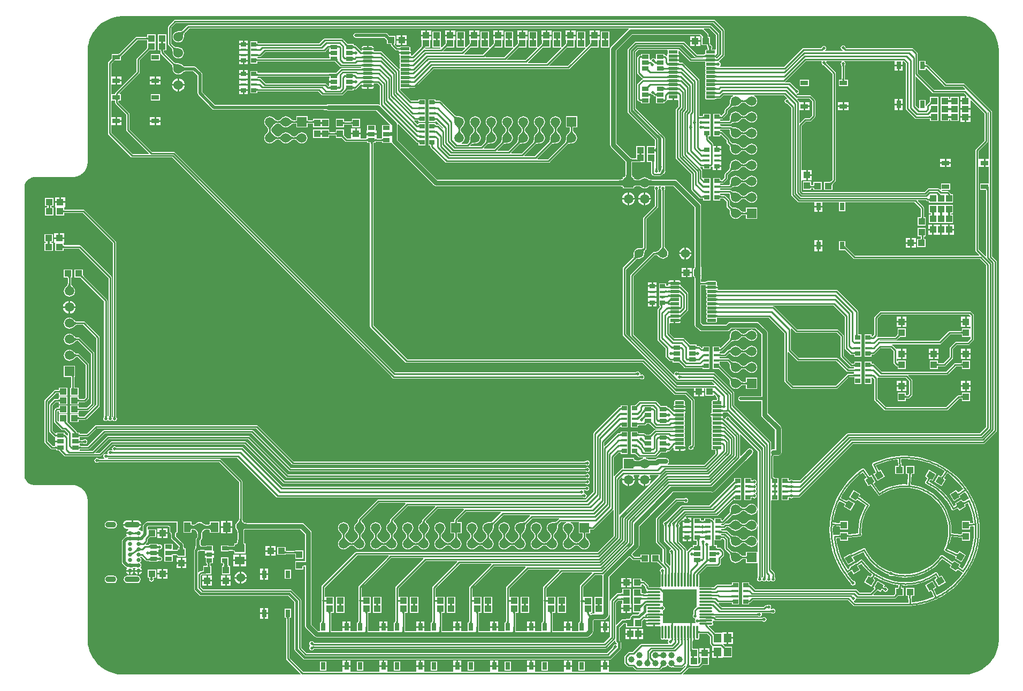
<source format=gtl>
G04*
G04 #@! TF.GenerationSoftware,Altium Limited,Altium Designer,19.1.8 (144)*
G04*
G04 Layer_Physical_Order=1*
G04 Layer_Color=255*
%FSLAX25Y25*%
%MOIN*%
G70*
G01*
G75*
%ADD10C,0.02000*%
%ADD14C,0.01000*%
%ADD17C,0.03000*%
%ADD24C,0.01181*%
%ADD27C,0.01500*%
%ADD31C,0.03937*%
%ADD32R,0.04724X0.05512*%
G04:AMPARAMS|DCode=33|XSize=17.72mil|YSize=55.12mil|CornerRadius=1.95mil|HoleSize=0mil|Usage=FLASHONLY|Rotation=90.000|XOffset=0mil|YOffset=0mil|HoleType=Round|Shape=RoundedRectangle|*
%AMROUNDEDRECTD33*
21,1,0.01772,0.05122,0,0,90.0*
21,1,0.01382,0.05512,0,0,90.0*
1,1,0.00390,0.02561,0.00691*
1,1,0.00390,0.02561,-0.00691*
1,1,0.00390,-0.02561,-0.00691*
1,1,0.00390,-0.02561,0.00691*
%
%ADD33ROUNDEDRECTD33*%
%ADD34R,0.03937X0.05906*%
%ADD35O,0.08268X0.01181*%
%ADD36O,0.01181X0.08268*%
%ADD37R,0.04724X0.03000*%
%ADD38R,0.03543X0.02559*%
%ADD39R,0.05906X0.05118*%
%ADD40R,0.03000X0.04724*%
%ADD41R,0.03937X0.04331*%
%ADD42R,0.04331X0.02559*%
%ADD43R,0.03347X0.02559*%
%ADD44R,0.03347X0.01772*%
%ADD45R,0.04331X0.03937*%
G04:AMPARAMS|DCode=46|XSize=43.31mil|YSize=39.37mil|CornerRadius=0mil|HoleSize=0mil|Usage=FLASHONLY|Rotation=210.000|XOffset=0mil|YOffset=0mil|HoleType=Round|Shape=Rectangle|*
%AMROTATEDRECTD46*
4,1,4,0.00891,0.02788,0.02859,-0.00622,-0.00891,-0.02788,-0.02859,0.00622,0.00891,0.02788,0.0*
%
%ADD46ROTATEDRECTD46*%

G04:AMPARAMS|DCode=47|XSize=43.31mil|YSize=39.37mil|CornerRadius=0mil|HoleSize=0mil|Usage=FLASHONLY|Rotation=240.000|XOffset=0mil|YOffset=0mil|HoleType=Round|Shape=Rectangle|*
%AMROTATEDRECTD47*
4,1,4,-0.00622,0.02859,0.02788,0.00891,0.00622,-0.02859,-0.02788,-0.00891,-0.00622,0.02859,0.0*
%
%ADD47ROTATEDRECTD47*%

G04:AMPARAMS|DCode=48|XSize=43.31mil|YSize=39.37mil|CornerRadius=0mil|HoleSize=0mil|Usage=FLASHONLY|Rotation=300.000|XOffset=0mil|YOffset=0mil|HoleType=Round|Shape=Rectangle|*
%AMROTATEDRECTD48*
4,1,4,-0.02788,0.00891,0.00622,0.02859,0.02788,-0.00891,-0.00622,-0.02859,-0.02788,0.00891,0.0*
%
%ADD48ROTATEDRECTD48*%

G04:AMPARAMS|DCode=49|XSize=43.31mil|YSize=39.37mil|CornerRadius=0mil|HoleSize=0mil|Usage=FLASHONLY|Rotation=330.000|XOffset=0mil|YOffset=0mil|HoleType=Round|Shape=Rectangle|*
%AMROTATEDRECTD49*
4,1,4,-0.02859,-0.00622,-0.00891,0.02788,0.02859,0.00622,0.00891,-0.02788,-0.02859,-0.00622,0.0*
%
%ADD49ROTATEDRECTD49*%

%ADD50R,0.05118X0.05906*%
%ADD51R,0.62992X0.35100*%
%ADD83O,0.06693X0.03543*%
%ADD84O,0.09449X0.03543*%
%ADD85O,0.02559X0.02441*%
%ADD86C,0.05906*%
%ADD87R,0.05906X0.05906*%
%ADD88C,0.06000*%
%ADD89R,0.05906X0.05906*%
%ADD90C,0.05906*%
%ADD91C,0.05512*%
%ADD92C,0.07874*%
%ADD93C,0.01968*%
G36*
X38160Y402007D02*
X38019Y401844D01*
X37894Y401651D01*
X37784Y401428D01*
X37689Y401174D01*
X37610Y400891D01*
X37546Y400578D01*
X37497Y400235D01*
X37445Y399459D01*
X37442Y399026D01*
X34472Y401996D01*
X34905Y401999D01*
X35681Y402051D01*
X36024Y402100D01*
X36337Y402164D01*
X36620Y402244D01*
X36873Y402338D01*
X37096Y402448D01*
X37290Y402573D01*
X37453Y402714D01*
X38160Y402007D01*
D02*
G37*
G36*
X364321Y398341D02*
X361247D01*
X361254Y398356D01*
X361260Y398402D01*
X361266Y398480D01*
X361284Y399595D01*
X361284Y399889D01*
X364284D01*
X364321Y398341D01*
D02*
G37*
G36*
X286347Y397940D02*
X286262Y397910D01*
X286187Y397859D01*
X286122Y397788D01*
X286067Y397697D01*
X286022Y397586D01*
X285987Y397454D01*
X285977Y397397D01*
X285987Y397341D01*
X286022Y397211D01*
X286067Y397101D01*
X286122Y397011D01*
X286187Y396941D01*
X286262Y396891D01*
X286347Y396861D01*
X286442Y396851D01*
X284442D01*
X284537Y396861D01*
X284622Y396891D01*
X284697Y396941D01*
X284762Y397011D01*
X284817Y397101D01*
X284862Y397211D01*
X284897Y397341D01*
X284906Y397397D01*
X284897Y397454D01*
X284862Y397586D01*
X284817Y397697D01*
X284762Y397788D01*
X284697Y397859D01*
X284622Y397910D01*
X284537Y397940D01*
X284442Y397950D01*
X286442D01*
X286347Y397940D01*
D02*
G37*
G36*
X271347D02*
X271262Y397910D01*
X271187Y397859D01*
X271122Y397788D01*
X271067Y397697D01*
X271022Y397586D01*
X270987Y397454D01*
X270977Y397397D01*
X270987Y397341D01*
X271022Y397211D01*
X271067Y397101D01*
X271122Y397011D01*
X271187Y396941D01*
X271262Y396891D01*
X271347Y396861D01*
X271442Y396851D01*
X269442D01*
X269537Y396861D01*
X269622Y396891D01*
X269697Y396941D01*
X269762Y397011D01*
X269817Y397101D01*
X269862Y397211D01*
X269897Y397341D01*
X269906Y397397D01*
X269897Y397454D01*
X269862Y397586D01*
X269817Y397697D01*
X269762Y397788D01*
X269697Y397859D01*
X269622Y397910D01*
X269537Y397940D01*
X269442Y397950D01*
X271442D01*
X271347Y397940D01*
D02*
G37*
G36*
X256347D02*
X256262Y397910D01*
X256187Y397859D01*
X256122Y397788D01*
X256067Y397697D01*
X256022Y397586D01*
X255987Y397454D01*
X255977Y397397D01*
X255987Y397341D01*
X256022Y397211D01*
X256067Y397101D01*
X256122Y397011D01*
X256187Y396941D01*
X256262Y396891D01*
X256347Y396861D01*
X256442Y396851D01*
X254442D01*
X254537Y396861D01*
X254622Y396891D01*
X254697Y396941D01*
X254762Y397011D01*
X254817Y397101D01*
X254862Y397211D01*
X254897Y397341D01*
X254906Y397397D01*
X254897Y397454D01*
X254862Y397586D01*
X254817Y397697D01*
X254762Y397788D01*
X254697Y397859D01*
X254622Y397910D01*
X254537Y397940D01*
X254442Y397950D01*
X256442D01*
X256347Y397940D01*
D02*
G37*
G36*
X241347D02*
X241262Y397910D01*
X241187Y397859D01*
X241122Y397788D01*
X241067Y397697D01*
X241022Y397586D01*
X240987Y397454D01*
X240977Y397397D01*
X240987Y397341D01*
X241022Y397211D01*
X241067Y397101D01*
X241122Y397011D01*
X241187Y396941D01*
X241262Y396891D01*
X241347Y396861D01*
X241442Y396851D01*
X239442D01*
X239537Y396861D01*
X239622Y396891D01*
X239697Y396941D01*
X239762Y397011D01*
X239817Y397101D01*
X239862Y397211D01*
X239897Y397341D01*
X239906Y397397D01*
X239897Y397454D01*
X239862Y397586D01*
X239817Y397697D01*
X239762Y397788D01*
X239697Y397859D01*
X239622Y397910D01*
X239537Y397940D01*
X239442Y397950D01*
X241442D01*
X241347Y397940D01*
D02*
G37*
G36*
X226347D02*
X226262Y397910D01*
X226187Y397859D01*
X226122Y397788D01*
X226067Y397697D01*
X226022Y397586D01*
X225987Y397454D01*
X225977Y397397D01*
X225987Y397341D01*
X226022Y397211D01*
X226067Y397101D01*
X226122Y397011D01*
X226187Y396941D01*
X226262Y396891D01*
X226347Y396861D01*
X226442Y396851D01*
X224442D01*
X224537Y396861D01*
X224622Y396891D01*
X224697Y396941D01*
X224762Y397011D01*
X224817Y397101D01*
X224862Y397211D01*
X224897Y397341D01*
X224906Y397397D01*
X224897Y397454D01*
X224862Y397586D01*
X224817Y397697D01*
X224762Y397788D01*
X224697Y397859D01*
X224622Y397910D01*
X224537Y397940D01*
X224442Y397950D01*
X226442D01*
X226347Y397940D01*
D02*
G37*
G36*
X211347D02*
X211262Y397910D01*
X211187Y397859D01*
X211122Y397788D01*
X211067Y397697D01*
X211022Y397586D01*
X210987Y397454D01*
X210977Y397397D01*
X210987Y397341D01*
X211022Y397211D01*
X211067Y397101D01*
X211122Y397011D01*
X211187Y396941D01*
X211262Y396891D01*
X211347Y396861D01*
X211442Y396851D01*
X209442D01*
X209537Y396861D01*
X209622Y396891D01*
X209697Y396941D01*
X209762Y397011D01*
X209817Y397101D01*
X209862Y397211D01*
X209897Y397341D01*
X209906Y397397D01*
X209897Y397454D01*
X209862Y397586D01*
X209817Y397697D01*
X209762Y397788D01*
X209697Y397859D01*
X209622Y397910D01*
X209537Y397940D01*
X209442Y397950D01*
X211442D01*
X211347Y397940D01*
D02*
G37*
G36*
X196347D02*
X196262Y397910D01*
X196187Y397859D01*
X196122Y397788D01*
X196067Y397697D01*
X196022Y397586D01*
X195987Y397454D01*
X195977Y397397D01*
X195987Y397341D01*
X196022Y397211D01*
X196067Y397101D01*
X196122Y397011D01*
X196187Y396941D01*
X196262Y396891D01*
X196347Y396861D01*
X196442Y396851D01*
X194442D01*
X194537Y396861D01*
X194622Y396891D01*
X194697Y396941D01*
X194762Y397011D01*
X194817Y397101D01*
X194862Y397211D01*
X194897Y397341D01*
X194906Y397397D01*
X194897Y397454D01*
X194862Y397586D01*
X194817Y397697D01*
X194762Y397788D01*
X194697Y397859D01*
X194622Y397910D01*
X194537Y397940D01*
X194442Y397950D01*
X196442D01*
X196347Y397940D01*
D02*
G37*
G36*
X25193Y396029D02*
X25108Y396000D01*
X25033Y395950D01*
X24968Y395880D01*
X24913Y395790D01*
X24868Y395679D01*
X24833Y395550D01*
X24824Y395493D01*
X24833Y395436D01*
X24868Y395305D01*
X24913Y395194D01*
X24968Y395102D01*
X25033Y395032D01*
X25108Y394981D01*
X25193Y394951D01*
X25288Y394940D01*
X23288D01*
X23383Y394951D01*
X23468Y394981D01*
X23543Y395032D01*
X23608Y395102D01*
X23663Y395194D01*
X23708Y395305D01*
X23743Y395436D01*
X23753Y395493D01*
X23743Y395550D01*
X23708Y395679D01*
X23663Y395790D01*
X23608Y395880D01*
X23543Y395950D01*
X23468Y396000D01*
X23383Y396029D01*
X23288Y396040D01*
X25288D01*
X25193Y396029D01*
D02*
G37*
G36*
X365244Y394432D02*
X365246Y394408D01*
X365251Y394241D01*
X365253Y393646D01*
X364253D01*
X364251Y393797D01*
X364227Y394051D01*
X364207Y394154D01*
X364180Y394241D01*
X364148Y394313D01*
X364110Y394368D01*
X364066Y394408D01*
X364016Y394432D01*
X363960Y394440D01*
X365242D01*
X365244Y394432D01*
D02*
G37*
G36*
X83081Y394883D02*
X83111Y394798D01*
X83161Y394723D01*
X83231Y394658D01*
X83321Y394603D01*
X83431Y394558D01*
X83561Y394523D01*
X83711Y394498D01*
X83881Y394483D01*
X84071Y394478D01*
Y393478D01*
X83881Y393475D01*
X83561Y393449D01*
X83431Y393427D01*
X83321Y393398D01*
X83231Y393362D01*
X83161Y393320D01*
X83111Y393272D01*
X83081Y393217D01*
X83071Y393156D01*
Y394978D01*
X83081Y394883D01*
D02*
G37*
G36*
X188592Y392950D02*
X188489Y392979D01*
X188378Y392986D01*
X188258Y392971D01*
X188130Y392933D01*
X187993Y392872D01*
X187847Y392789D01*
X187692Y392683D01*
X187530Y392555D01*
X187358Y392404D01*
X187178Y392231D01*
X185888Y392356D01*
X186114Y392588D01*
X186462Y392992D01*
X186585Y393163D01*
X186674Y393315D01*
X186729Y393446D01*
X186749Y393557D01*
X186736Y393648D01*
X186689Y393719D01*
X186608Y393770D01*
X188592Y392950D01*
D02*
G37*
G36*
X291596Y392938D02*
X291588Y392998D01*
X291567Y393036D01*
X291532Y393053D01*
X291482Y393050D01*
X291419Y393024D01*
X291341Y392978D01*
X291249Y392911D01*
X291143Y392823D01*
X290888Y392582D01*
Y393996D01*
X291024Y394139D01*
X291146Y394282D01*
X291254Y394424D01*
X291347Y394566D01*
X291426Y394708D01*
X291491Y394849D01*
X291541Y394990D01*
X291578Y395130D01*
X291600Y395270D01*
X291607Y395410D01*
X291596Y392938D01*
D02*
G37*
G36*
X276595D02*
X276588Y392998D01*
X276567Y393036D01*
X276532Y393053D01*
X276482Y393050D01*
X276419Y393024D01*
X276341Y392978D01*
X276249Y392911D01*
X276143Y392823D01*
X275888Y392582D01*
Y393996D01*
X276024Y394139D01*
X276146Y394282D01*
X276254Y394424D01*
X276347Y394566D01*
X276426Y394708D01*
X276491Y394849D01*
X276541Y394990D01*
X276578Y395130D01*
X276600Y395270D01*
X276607Y395410D01*
X276595Y392938D01*
D02*
G37*
G36*
X261596D02*
X261588Y392998D01*
X261567Y393036D01*
X261532Y393053D01*
X261482Y393050D01*
X261419Y393024D01*
X261341Y392978D01*
X261249Y392911D01*
X261143Y392823D01*
X260888Y392582D01*
Y393996D01*
X261024Y394139D01*
X261146Y394282D01*
X261254Y394424D01*
X261347Y394566D01*
X261426Y394708D01*
X261491Y394849D01*
X261541Y394990D01*
X261578Y395130D01*
X261600Y395270D01*
X261608Y395410D01*
X261596Y392938D01*
D02*
G37*
G36*
X246596D02*
X246588Y392998D01*
X246567Y393036D01*
X246532Y393053D01*
X246482Y393050D01*
X246419Y393024D01*
X246341Y392978D01*
X246249Y392911D01*
X246143Y392823D01*
X245888Y392582D01*
Y393996D01*
X246024Y394139D01*
X246146Y394282D01*
X246254Y394424D01*
X246347Y394566D01*
X246426Y394708D01*
X246491Y394849D01*
X246541Y394990D01*
X246578Y395130D01*
X246600Y395270D01*
X246607Y395410D01*
X246596Y392938D01*
D02*
G37*
G36*
X231595D02*
X231588Y392998D01*
X231567Y393036D01*
X231532Y393053D01*
X231482Y393050D01*
X231419Y393024D01*
X231341Y392978D01*
X231249Y392911D01*
X231143Y392823D01*
X230888Y392582D01*
Y393996D01*
X231024Y394139D01*
X231146Y394282D01*
X231254Y394424D01*
X231347Y394566D01*
X231426Y394708D01*
X231491Y394849D01*
X231541Y394990D01*
X231578Y395130D01*
X231600Y395270D01*
X231608Y395410D01*
X231595Y392938D01*
D02*
G37*
G36*
X216596D02*
X216588Y392998D01*
X216567Y393036D01*
X216532Y393053D01*
X216482Y393050D01*
X216419Y393024D01*
X216341Y392978D01*
X216249Y392911D01*
X216143Y392823D01*
X215888Y392582D01*
Y393996D01*
X216024Y394139D01*
X216146Y394282D01*
X216254Y394424D01*
X216347Y394566D01*
X216426Y394708D01*
X216491Y394849D01*
X216541Y394990D01*
X216578Y395130D01*
X216600Y395270D01*
X216607Y395410D01*
X216596Y392938D01*
D02*
G37*
G36*
X201595D02*
X201588Y392998D01*
X201567Y393036D01*
X201532Y393053D01*
X201482Y393050D01*
X201419Y393024D01*
X201341Y392978D01*
X201249Y392911D01*
X201143Y392823D01*
X200888Y392582D01*
Y393996D01*
X201024Y394139D01*
X201146Y394282D01*
X201254Y394424D01*
X201347Y394566D01*
X201426Y394708D01*
X201491Y394849D01*
X201541Y394990D01*
X201578Y395130D01*
X201600Y395270D01*
X201607Y395410D01*
X201595Y392938D01*
D02*
G37*
G36*
X139281Y394524D02*
X139634Y394227D01*
X139793Y394116D01*
X139940Y394032D01*
X140076Y393973D01*
X140200Y393939D01*
X140312Y393931D01*
X140413Y393949D01*
X140502Y393992D01*
X138825Y392864D01*
X138892Y392929D01*
X138929Y393010D01*
X138935Y393109D01*
X138909Y393225D01*
X138853Y393357D01*
X138765Y393508D01*
X138647Y393675D01*
X138498Y393859D01*
X138106Y394279D01*
X139088Y394711D01*
X139281Y394524D01*
D02*
G37*
G36*
X133681Y393816D02*
X133711Y393731D01*
X133761Y393656D01*
X133831Y393591D01*
X133921Y393536D01*
X134031Y393491D01*
X134161Y393456D01*
X134311Y393431D01*
X134481Y393416D01*
X134671Y393411D01*
Y392411D01*
X134481Y392406D01*
X134311Y392391D01*
X134161Y392366D01*
X134031Y392331D01*
X133921Y392286D01*
X133831Y392231D01*
X133761Y392166D01*
X133711Y392091D01*
X133681Y392006D01*
X133671Y391911D01*
Y393911D01*
X133681Y393816D01*
D02*
G37*
G36*
X129376Y391911D02*
X129366Y392006D01*
X129335Y392091D01*
X129285Y392166D01*
X129214Y392231D01*
X129123Y392286D01*
X129012Y392331D01*
X128880Y392366D01*
X128728Y392391D01*
X128556Y392406D01*
X128364Y392411D01*
Y393411D01*
X128556Y393416D01*
X128728Y393431D01*
X128880Y393456D01*
X129012Y393491D01*
X129123Y393536D01*
X129214Y393591D01*
X129285Y393656D01*
X129335Y393731D01*
X129366Y393816D01*
X129376Y393911D01*
Y391911D01*
D02*
G37*
G36*
X143130Y393641D02*
X143159Y393556D01*
X143210Y393481D01*
X143280Y393416D01*
X143369Y393361D01*
X143480Y393316D01*
X143609Y393281D01*
X143760Y393256D01*
X143930Y393241D01*
X144120Y393236D01*
Y392236D01*
X143930Y392231D01*
X143760Y392216D01*
X143609Y392191D01*
X143480Y392156D01*
X143369Y392111D01*
X143280Y392056D01*
X143210Y391991D01*
X143159Y391916D01*
X143130Y391831D01*
X143120Y391736D01*
Y393736D01*
X143130Y393641D01*
D02*
G37*
G36*
X369322Y400292D02*
Y391194D01*
X368822Y390949D01*
X368788Y390971D01*
X368517Y391025D01*
X366952D01*
X366805Y391174D01*
X366750Y391246D01*
X366631Y391451D01*
X366622Y391510D01*
X366628Y391525D01*
X366636Y391535D01*
X366639Y391544D01*
X366645Y391551D01*
X366648Y391568D01*
X366656Y391592D01*
X366940Y392017D01*
X367055Y392596D01*
X366940Y393175D01*
X366612Y393666D01*
X366121Y393994D01*
X365969Y394115D01*
X365785Y394454D01*
X365783Y394478D01*
X365773Y394497D01*
Y394928D01*
X365754Y395026D01*
Y398865D01*
X364850D01*
X364825Y399902D01*
X364817Y399920D01*
X364668Y400670D01*
X364226Y401331D01*
X364226Y401331D01*
X361748Y403809D01*
X361758Y403931D01*
X361914Y404309D01*
X365304D01*
X369322Y400292D01*
D02*
G37*
G36*
X449587Y392132D02*
X449598Y392075D01*
X449617Y392016D01*
X449644Y391955D01*
X449679Y391890D01*
X449721Y391824D01*
X449772Y391755D01*
X449830Y391683D01*
X449970Y391532D01*
X449263Y390825D01*
X449186Y390899D01*
X449041Y391024D01*
X448971Y391074D01*
X448905Y391116D01*
X448841Y391151D01*
X448779Y391178D01*
X448720Y391197D01*
X448663Y391208D01*
X448609Y391212D01*
X449583Y392186D01*
X449587Y392132D01*
D02*
G37*
G36*
X436558Y391013D02*
X436512Y391010D01*
X436461Y391000D01*
X436407Y390982D01*
X436350Y390955D01*
X436290Y390920D01*
X436226Y390878D01*
X436158Y390827D01*
X436013Y390701D01*
X435936Y390625D01*
X435229Y391333D01*
X435304Y391410D01*
X435430Y391555D01*
X435481Y391622D01*
X435524Y391687D01*
X435558Y391747D01*
X435585Y391804D01*
X435603Y391858D01*
X435614Y391908D01*
X435616Y391955D01*
X436558Y391013D01*
D02*
G37*
G36*
X366195Y391852D02*
X366163Y391804D01*
X366134Y391749D01*
X366110Y391687D01*
X366089Y391617D01*
X366072Y391539D01*
X366059Y391455D01*
X366049Y391363D01*
X366048Y391314D01*
X366062Y391151D01*
X366087Y390999D01*
X366122Y390867D01*
X366167Y390756D01*
X366222Y390665D01*
X366287Y390594D01*
X366362Y390543D01*
X366447Y390513D01*
X366542Y390503D01*
X364542D01*
X364637Y390513D01*
X364722Y390543D01*
X364797Y390594D01*
X364862Y390665D01*
X364917Y390756D01*
X364962Y390867D01*
X364997Y390999D01*
X365022Y391151D01*
X365036Y391313D01*
X365025Y391455D01*
X365012Y391539D01*
X364995Y391617D01*
X364974Y391687D01*
X364949Y391749D01*
X364921Y391804D01*
X364889Y391852D01*
X364853Y391893D01*
X366231D01*
X366195Y391852D01*
D02*
G37*
G36*
X25193Y391030D02*
X25108Y391000D01*
X25033Y390950D01*
X24968Y390880D01*
X24913Y390790D01*
X24868Y390680D01*
X24833Y390549D01*
X24808Y390400D01*
X24793Y390230D01*
X24788Y390039D01*
X23788D01*
X23783Y390230D01*
X23768Y390400D01*
X23743Y390549D01*
X23708Y390680D01*
X23663Y390790D01*
X23608Y390880D01*
X23543Y390950D01*
X23468Y391000D01*
X23383Y391030D01*
X23288Y391039D01*
X25288D01*
X25193Y391030D01*
D02*
G37*
G36*
X83081Y391673D02*
X83111Y391601D01*
X83161Y391537D01*
X83231Y391482D01*
X83321Y391435D01*
X83431Y391397D01*
X83561Y391367D01*
X83711Y391346D01*
X83881Y391333D01*
X84071Y391329D01*
Y390329D01*
X83881Y390325D01*
X83561Y390300D01*
X83431Y390277D01*
X83321Y390248D01*
X83231Y390213D01*
X83161Y390171D01*
X83111Y390122D01*
X83081Y390068D01*
X83071Y390006D01*
Y391754D01*
X83081Y391673D01*
D02*
G37*
G36*
X31594Y392573D02*
X31787Y392448D01*
X32010Y392338D01*
X32263Y392244D01*
X32546Y392164D01*
X32859Y392100D01*
X33202Y392051D01*
X33979Y391999D01*
X34412Y391996D01*
X31442Y389026D01*
X31439Y389459D01*
X31387Y390235D01*
X31338Y390578D01*
X31274Y390891D01*
X31194Y391175D01*
X31099Y391428D01*
X30989Y391651D01*
X30864Y391844D01*
X30724Y392007D01*
X31431Y392714D01*
X31594Y392573D01*
D02*
G37*
G36*
X143130Y389901D02*
X143159Y389816D01*
X143210Y389741D01*
X143280Y389676D01*
X143369Y389621D01*
X143480Y389576D01*
X143609Y389541D01*
X143760Y389516D01*
X143797Y389513D01*
X143801Y389513D01*
X143885Y389526D01*
X143962Y389543D01*
X144032Y389564D01*
X144095Y389589D01*
X144150Y389617D01*
X144198Y389649D01*
X144239Y389685D01*
Y388307D01*
X144198Y388343D01*
X144150Y388375D01*
X144095Y388403D01*
X144032Y388428D01*
X143962Y388449D01*
X143885Y388466D01*
X143801Y388479D01*
X143797Y388479D01*
X143760Y388476D01*
X143609Y388451D01*
X143480Y388416D01*
X143369Y388371D01*
X143280Y388316D01*
X143210Y388251D01*
X143159Y388176D01*
X143130Y388091D01*
X143120Y387996D01*
Y389996D01*
X143130Y389901D01*
D02*
G37*
G36*
X155164Y389721D02*
X155215Y389664D01*
X155281Y389615D01*
X155364Y389572D01*
X155462Y389535D01*
X155575Y389506D01*
X155704Y389482D01*
X155850Y389466D01*
X156186Y389453D01*
Y388453D01*
X156010Y388449D01*
X155704Y388423D01*
X155575Y388400D01*
X155462Y388370D01*
X155364Y388334D01*
X155281Y388291D01*
X155215Y388241D01*
X155164Y388185D01*
X155129Y388122D01*
Y389784D01*
X155164Y389721D01*
D02*
G37*
G36*
X149727Y388122D02*
X149697Y388169D01*
X149651Y388211D01*
X149588Y388249D01*
X149508Y388281D01*
X149410Y388309D01*
X149296Y388331D01*
X149165Y388348D01*
X148851Y388368D01*
X148669Y388371D01*
Y389371D01*
X148839Y389375D01*
X148995Y389387D01*
X149136Y389408D01*
X149264Y389437D01*
X149377Y389474D01*
X149475Y389519D01*
X149559Y389573D01*
X149629Y389635D01*
X149685Y389705D01*
X149727Y389784D01*
Y388122D01*
D02*
G37*
G36*
X523618Y411856D02*
X524704Y411852D01*
X526868Y411639D01*
X528997Y411215D01*
X531074Y410585D01*
X533079Y409755D01*
X534994Y408731D01*
X536798Y407525D01*
X538477Y406148D01*
X540011Y404613D01*
X541389Y402935D01*
X542594Y401131D01*
X543618Y399216D01*
X544448Y397211D01*
X545079Y395134D01*
X545502Y393005D01*
X545715Y390844D01*
Y389759D01*
Y23622D01*
Y22537D01*
X545502Y20376D01*
X545079Y18247D01*
X544448Y16170D01*
X543618Y14165D01*
X542594Y12250D01*
X541389Y10446D01*
X540011Y8768D01*
X538477Y7233D01*
X536798Y5855D01*
X534994Y4650D01*
X533079Y3626D01*
X531074Y2796D01*
X528997Y2166D01*
X526868Y1742D01*
X524707Y1529D01*
X523622D01*
X348856Y1529D01*
X348649Y2029D01*
X351684Y5064D01*
X351732Y5082D01*
X351861Y5202D01*
X351979Y5297D01*
X352100Y5379D01*
X352223Y5449D01*
X352351Y5508D01*
X352482Y5556D01*
X352619Y5594D01*
X352762Y5621D01*
X352913Y5638D01*
X353089Y5644D01*
X353136Y5665D01*
X358722D01*
X359112Y5743D01*
X359443Y5964D01*
X360386Y6906D01*
X360427Y6920D01*
X360433Y6932D01*
X360445Y6936D01*
X360834Y7298D01*
X360984Y7419D01*
X361114Y7510D01*
X361144Y7527D01*
X361433D01*
X361469Y7511D01*
X361512Y7527D01*
X361557Y7514D01*
X361580Y7527D01*
X364953D01*
Y12128D01*
X365454D01*
Y14596D01*
X362288D01*
X359123D01*
Y12128D01*
X359623D01*
Y9628D01*
X359616Y9618D01*
X359623Y9585D01*
Y9570D01*
X359606Y9534D01*
X359623Y9488D01*
Y9175D01*
X359591Y9120D01*
X359505Y8998D01*
X359223Y8664D01*
X359038Y8474D01*
X358746Y8336D01*
X358261Y8606D01*
Y12465D01*
X358261D01*
Y12628D01*
X358261D01*
Y17564D01*
X354936D01*
X354933Y17566D01*
X354925Y17586D01*
X354906Y17658D01*
X354889Y17761D01*
X354877Y17894D01*
X354872Y18067D01*
X354851Y18115D01*
Y22431D01*
X354933Y22526D01*
X355122Y22640D01*
X355095Y22638D01*
X355126Y22679D01*
X355154Y22727D01*
X355178Y22783D01*
X355199Y22846D01*
X355218Y22916D01*
X355233Y22994D01*
X355253Y23171D01*
X355258Y23256D01*
X355255Y24085D01*
X355300D01*
Y27854D01*
X356300D01*
Y24085D01*
X356345D01*
X356330Y24053D01*
X356316Y24003D01*
X356304Y23935D01*
X356300Y23902D01*
Y23070D01*
X356311Y23023D01*
X356334Y22954D01*
X356361Y22893D01*
X356393Y22840D01*
X356415Y22812D01*
X356421Y22813D01*
X356947Y23164D01*
X357124Y23430D01*
X357343Y23284D01*
X357769Y23199D01*
X358194Y23284D01*
X358555Y23525D01*
X358796Y23885D01*
X358880Y24311D01*
Y26956D01*
X358882Y26957D01*
X358956Y26976D01*
X359062Y26994D01*
X359197Y27005D01*
X359372Y27010D01*
X359421Y27031D01*
X364090D01*
X365784Y25337D01*
Y20862D01*
X365862Y20472D01*
X366083Y20141D01*
X366930Y19294D01*
Y16165D01*
X370292D01*
Y15665D01*
X370792D01*
Y11909D01*
X373654D01*
Y11940D01*
X373729Y12409D01*
X379453D01*
Y18921D01*
X375777D01*
X375740Y18944D01*
X375696Y18933D01*
X375655Y18950D01*
X375585Y18921D01*
X375320D01*
X375266Y18952D01*
X375144Y19037D01*
X374809Y19320D01*
X374617Y19506D01*
X374567Y19525D01*
X373983Y20109D01*
X374175Y20571D01*
X376091D01*
Y24327D01*
Y28083D01*
X373229D01*
Y28052D01*
X373154Y27583D01*
X369477D01*
X369441Y27605D01*
X369397Y27595D01*
X369356Y27612D01*
X369286Y27583D01*
X369021D01*
X368967Y27613D01*
X368845Y27698D01*
X368510Y27981D01*
X368318Y28167D01*
X368268Y28187D01*
X364859Y31595D01*
X365050Y32057D01*
X366627D01*
X367052Y32142D01*
X367413Y32383D01*
X367654Y32744D01*
X367739Y33169D01*
X367654Y33595D01*
X367508Y33814D01*
X367448Y34154D01*
X367508Y34493D01*
X367654Y34712D01*
X367726Y35076D01*
X367936Y35201D01*
X368218Y35292D01*
X368331Y35179D01*
X368662Y34958D01*
X369052Y34880D01*
X397895D01*
X397942Y34859D01*
X398129Y34852D01*
X398189Y34846D01*
X398243Y34838D01*
X398285Y34828D01*
X398314Y34820D01*
X398329Y34814D01*
X398339Y34805D01*
X398348Y34802D01*
X398355Y34797D01*
X398372Y34794D01*
X398396Y34786D01*
X398821Y34502D01*
X399400Y34387D01*
X399979Y34502D01*
X400470Y34830D01*
X400798Y35321D01*
X400913Y35900D01*
X400798Y36479D01*
X400470Y36970D01*
X399979Y37298D01*
X399400Y37413D01*
X398821Y37298D01*
X398396Y37014D01*
X398372Y37006D01*
X398355Y37003D01*
X398348Y36998D01*
X398339Y36995D01*
X398329Y36986D01*
X398314Y36980D01*
X398285Y36972D01*
X398243Y36962D01*
X398196Y36955D01*
X398042Y36943D01*
X397952Y36941D01*
X397903Y36920D01*
X369474D01*
X368839Y37555D01*
X369046Y38055D01*
X394995D01*
X395042Y38034D01*
X395229Y38027D01*
X395289Y38021D01*
X395343Y38012D01*
X395385Y38003D01*
X395414Y37995D01*
X395429Y37989D01*
X395439Y37980D01*
X395448Y37977D01*
X395455Y37972D01*
X395472Y37969D01*
X395496Y37960D01*
X395921Y37677D01*
X396500Y37561D01*
X397079Y37677D01*
X397570Y38005D01*
X397898Y38496D01*
X398013Y39075D01*
X397913Y39580D01*
X398105Y40040D01*
X398126Y40080D01*
X403395D01*
X403442Y40059D01*
X403629Y40052D01*
X403689Y40046D01*
X403743Y40038D01*
X403785Y40028D01*
X403814Y40020D01*
X403829Y40014D01*
X403839Y40005D01*
X403848Y40002D01*
X403855Y39997D01*
X403872Y39994D01*
X403896Y39986D01*
X404321Y39702D01*
X404900Y39587D01*
X405479Y39702D01*
X405970Y40030D01*
X406298Y40521D01*
X406413Y41100D01*
X406298Y41679D01*
X405970Y42170D01*
X405479Y42498D01*
X404900Y42613D01*
X404321Y42498D01*
X403896Y42214D01*
X403872Y42206D01*
X403855Y42203D01*
X403764Y42207D01*
X403705Y42217D01*
X403578Y42259D01*
X403547Y42296D01*
X403387Y42805D01*
X403598Y43121D01*
X403713Y43700D01*
X403598Y44279D01*
X403270Y44770D01*
X402779Y45098D01*
X402200Y45213D01*
X401621Y45098D01*
X401196Y44814D01*
X401172Y44806D01*
X401155Y44803D01*
X401148Y44798D01*
X401139Y44795D01*
X401129Y44786D01*
X401114Y44780D01*
X401085Y44772D01*
X401043Y44762D01*
X400996Y44755D01*
X400842Y44743D01*
X400752Y44741D01*
X400703Y44720D01*
X400400D01*
X400010Y44642D01*
X399679Y44421D01*
X398978Y43720D01*
X372991D01*
X371033Y45677D01*
X371240Y46177D01*
X378927D01*
X378975Y46156D01*
X379150Y46151D01*
X379285Y46139D01*
X379390Y46122D01*
X379464Y46102D01*
X379477Y46097D01*
Y45102D01*
X383824D01*
Y48661D01*
X383824Y48661D01*
Y49039D01*
X383824D01*
X383824Y49161D01*
Y51689D01*
X383824Y51811D01*
X383824D01*
Y52189D01*
X383824D01*
Y54839D01*
X383824Y54961D01*
X383824D01*
Y55339D01*
X383824D01*
Y58898D01*
X379477D01*
Y57745D01*
X379463Y57740D01*
X379390Y57720D01*
X379285Y57703D01*
X379150Y57691D01*
X378975Y57687D01*
X378927Y57665D01*
X370280D01*
X369890Y57588D01*
X369559Y57367D01*
X368035Y55842D01*
X367976D01*
X367926Y55864D01*
X367286Y55871D01*
X367021Y55884D01*
X366996Y55887D01*
X366973Y55891D01*
X366922Y55880D01*
X366852Y55909D01*
X366821Y55896D01*
X366627Y55935D01*
X359540D01*
X359195Y55866D01*
X358977Y56031D01*
X358812Y56249D01*
X358880Y56594D01*
Y63681D01*
X358816Y64006D01*
X363786Y68976D01*
X370479D01*
X370870Y69054D01*
X371200Y69275D01*
X371975Y70050D01*
X372196Y70380D01*
X372274Y70771D01*
Y73534D01*
X374140Y75400D01*
X374361Y75731D01*
X374439Y76121D01*
Y77947D01*
X374361Y78337D01*
X374140Y78668D01*
X372530Y80278D01*
X372199Y80499D01*
X371809Y80576D01*
X370482D01*
X370434Y80598D01*
X370261Y80602D01*
X370128Y80614D01*
X370025Y80631D01*
X369953Y80650D01*
X369933Y80659D01*
X369932Y80662D01*
Y82116D01*
X368541D01*
X368536Y82128D01*
X368516Y82201D01*
X368499Y82307D01*
X368487Y82442D01*
X368483Y82618D01*
X368461Y82666D01*
Y84621D01*
X368472Y85116D01*
X368961Y85116D01*
X372818D01*
Y86041D01*
X372820Y86045D01*
X372840Y86053D01*
X372911Y86072D01*
X373014Y86089D01*
X373147Y86101D01*
X373320Y86105D01*
X373369Y86127D01*
X373838D01*
X374804Y85161D01*
Y80272D01*
X374882Y79881D01*
X375103Y79550D01*
X377511Y77142D01*
X377525Y77100D01*
X377641Y76966D01*
X377727Y76832D01*
X377810Y76665D01*
X377887Y76463D01*
X377954Y76226D01*
X378010Y75954D01*
X378053Y75653D01*
X378102Y74929D01*
X378105Y74521D01*
X378117Y74494D01*
X378235Y73595D01*
X378583Y72755D01*
X379137Y72034D01*
X379858Y71480D01*
X380698Y71132D01*
X381599Y71013D01*
X382501Y71132D01*
X383341Y71480D01*
X384060Y72032D01*
X384088Y72044D01*
X384378Y72330D01*
X384925Y72807D01*
X385168Y72989D01*
X385400Y73141D01*
X385615Y73262D01*
X385812Y73351D01*
X385989Y73410D01*
X386145Y73443D01*
X386321Y73456D01*
X386361Y73476D01*
X387596D01*
X387644Y73455D01*
X387820Y73450D01*
X387955Y73439D01*
X388061Y73421D01*
X388135Y73402D01*
X388146Y73397D01*
Y71043D01*
X395011D01*
X395052Y71043D01*
X395511Y70945D01*
Y62505D01*
X395490Y62458D01*
X395483Y62271D01*
X395477Y62211D01*
X395469Y62157D01*
X395459Y62115D01*
X395451Y62086D01*
X395445Y62071D01*
X395436Y62061D01*
X395433Y62052D01*
X395428Y62045D01*
X395425Y62028D01*
X395416Y62004D01*
X395133Y61579D01*
X395018Y61000D01*
X395133Y60421D01*
X395461Y59930D01*
X395952Y59602D01*
X396531Y59487D01*
X397110Y59602D01*
X397601Y59930D01*
X397715Y60100D01*
X398316D01*
X398430Y59930D01*
X398921Y59602D01*
X399500Y59487D01*
X400079Y59602D01*
X400570Y59930D01*
X400637Y60030D01*
X401130D01*
X401621Y59702D01*
X402200Y59587D01*
X402779Y59702D01*
X403270Y60030D01*
X403300Y60075D01*
X403800D01*
X403830Y60030D01*
X404321Y59702D01*
X404900Y59587D01*
X405479Y59702D01*
X405970Y60030D01*
X406298Y60521D01*
X406413Y61100D01*
X406298Y61679D01*
X406014Y62104D01*
X406006Y62128D01*
X406003Y62145D01*
X405998Y62152D01*
X405995Y62161D01*
X405986Y62171D01*
X405980Y62186D01*
X405972Y62215D01*
X405962Y62257D01*
X405955Y62304D01*
X405943Y62458D01*
X405941Y62548D01*
X405920Y62597D01*
Y64401D01*
X405842Y64791D01*
X405621Y65122D01*
X403603Y67140D01*
Y109998D01*
X403977Y110302D01*
X408324D01*
Y113861D01*
X408324D01*
Y114239D01*
X408324D01*
Y117011D01*
X408324D01*
Y117389D01*
X408324D01*
Y120161D01*
X408324D01*
Y120539D01*
X408324D01*
Y124098D01*
X405999D01*
X405965Y124112D01*
X405863Y124171D01*
X405746Y124252D01*
X405434Y124514D01*
X405258Y124682D01*
X405208Y124702D01*
X405151Y124759D01*
X405146Y124766D01*
X405145Y124766D01*
X405103Y124807D01*
Y137633D01*
X405431Y137961D01*
X408200D01*
X408980Y138116D01*
X409642Y138558D01*
X410084Y139220D01*
X410239Y140000D01*
Y154977D01*
X410237Y154991D01*
X410239Y155004D01*
X410159Y155380D01*
X410084Y155757D01*
X410076Y155769D01*
X410073Y155782D01*
X409856Y156099D01*
X409642Y156419D01*
X409630Y156427D01*
X409622Y156438D01*
X401638Y164212D01*
Y173496D01*
Y214496D01*
X401638Y214496D01*
X401483Y215276D01*
X401041Y215938D01*
X401041Y215938D01*
X396241Y220738D01*
X395580Y221180D01*
X394799Y221335D01*
X378178D01*
X378178Y221335D01*
X377398Y221180D01*
X376736Y220738D01*
X376736Y220738D01*
X375573Y219574D01*
X361247D01*
X360181Y220641D01*
Y244392D01*
X362723D01*
X362881Y244218D01*
X363025Y243994D01*
X363041Y243868D01*
X362977Y243544D01*
Y243353D01*
X366756D01*
X370535D01*
Y243544D01*
X370443Y244010D01*
X370178Y244405D01*
X369988Y244532D01*
X370025Y244721D01*
Y246103D01*
X369971Y246374D01*
X369818Y246604D01*
X369588Y246757D01*
X369317Y246811D01*
X364195D01*
X364056Y246783D01*
X364055Y246784D01*
X364052Y246783D01*
X363938Y246760D01*
X363908Y246764D01*
X363800Y246678D01*
X363672Y246625D01*
X363644Y246556D01*
X363639Y246553D01*
X363618Y246543D01*
X363607Y246530D01*
X363599Y246526D01*
X363559Y246511D01*
X363492Y246494D01*
X363408Y246479D01*
X363145Y246456D01*
X362987Y246453D01*
X362937Y246431D01*
X360181D01*
Y247126D01*
X360183Y247130D01*
X360210Y248647D01*
X360256Y249339D01*
X360285Y249577D01*
X360294Y249627D01*
X360454Y249627D01*
X360458Y249979D01*
X360454Y250032D01*
X360454Y250069D01*
X360483Y250139D01*
X360454Y250210D01*
Y253982D01*
X360483Y254052D01*
X360454Y254123D01*
X360454Y254159D01*
X360458Y254213D01*
X360454Y254564D01*
X360315D01*
X360186Y256502D01*
X360183Y257055D01*
X360181Y257060D01*
Y293596D01*
X360181Y293596D01*
X360026Y294376D01*
X359584Y295038D01*
X359584Y295038D01*
X345184Y309438D01*
X344522Y309880D01*
X343742Y310035D01*
X329280D01*
X329277Y310037D01*
X328678Y310059D01*
X328434Y310084D01*
X328212Y310119D01*
X328015Y310162D01*
X327847Y310212D01*
X327705Y310268D01*
X327591Y310326D01*
X327503Y310385D01*
X327409Y310469D01*
X327377Y310480D01*
X326683Y311012D01*
X325843Y311360D01*
X324942Y311478D01*
X324040Y311360D01*
X323200Y311012D01*
X322507Y310480D01*
X322475Y310469D01*
X322380Y310385D01*
X322292Y310326D01*
X322178Y310268D01*
X322037Y310212D01*
X321868Y310162D01*
X321672Y310119D01*
X321455Y310085D01*
X320920Y310043D01*
X320779Y310040D01*
X320342Y310051D01*
X319868Y310091D01*
X319463Y310156D01*
X319130Y310242D01*
X318870Y310344D01*
X318683Y310454D01*
X318561Y310563D01*
X318487Y310670D01*
X318443Y310788D01*
X318421Y310996D01*
X318394Y311043D01*
Y311449D01*
X317992D01*
X317947Y311474D01*
X317766Y311496D01*
X317675Y311532D01*
X317586Y311599D01*
X317488Y311719D01*
X317386Y311908D01*
X317291Y312172D01*
X317211Y312509D01*
X317151Y312917D01*
X317114Y313394D01*
X317101Y313949D01*
X317099Y313953D01*
Y320856D01*
X317313Y320898D01*
X318962Y321029D01*
X319030Y321029D01*
X319530Y321027D01*
X319944Y321014D01*
X319977Y321024D01*
X320038Y320998D01*
X320089Y321019D01*
X320144Y321008D01*
X320173Y321027D01*
X324861D01*
Y325927D01*
Y330865D01*
X319530D01*
Y325927D01*
Y323490D01*
X319050Y323126D01*
X318474Y323138D01*
X317656Y323203D01*
X317330Y323249D01*
X317050Y323305D01*
X316824Y323366D01*
X316657Y323429D01*
X316552Y323485D01*
X316467Y323552D01*
X307481Y332538D01*
Y390497D01*
X317341Y400357D01*
X359433D01*
X360425Y399364D01*
X360423Y398865D01*
X360423D01*
Y393928D01*
X363695D01*
X363710Y393767D01*
X363712Y393636D01*
X363756Y393537D01*
X363812Y393256D01*
X364033Y392925D01*
X364084Y392874D01*
X364028Y392596D01*
X364144Y392017D01*
X364427Y391592D01*
X364436Y391568D01*
X364439Y391551D01*
X364444Y391544D01*
X364447Y391535D01*
X364456Y391525D01*
X364461Y391510D01*
X364452Y391450D01*
X364329Y391238D01*
X364312Y391216D01*
X364122Y391025D01*
X363395D01*
X363124Y390971D01*
X362894Y390818D01*
X362740Y390588D01*
X362686Y390317D01*
Y388935D01*
X362740Y388664D01*
X362753Y388586D01*
X362754Y388577D01*
X362741Y388494D01*
X362703Y388389D01*
X362523Y388126D01*
X362345Y388111D01*
X362187Y388108D01*
X362138Y388087D01*
X357393D01*
X349863Y395617D01*
X349532Y395838D01*
X349142Y395916D01*
X319299D01*
X318909Y395838D01*
X318578Y395617D01*
X314721Y391760D01*
X314500Y391429D01*
X314422Y391039D01*
Y352186D01*
X314500Y351796D01*
X314721Y351465D01*
X331322Y334864D01*
Y330865D01*
X326223D01*
Y325927D01*
Y321027D01*
X329088D01*
X329094Y321014D01*
X329114Y320940D01*
X329131Y320835D01*
X329143Y320701D01*
X329147Y320525D01*
X329169Y320477D01*
Y314090D01*
X329246Y313699D01*
X329467Y313369D01*
X330145Y312691D01*
X330476Y312470D01*
X330866Y312392D01*
X334595D01*
X334986Y312470D01*
X335316Y312691D01*
X336014Y313388D01*
X336055Y313401D01*
X336060Y313412D01*
X336071Y313416D01*
X336208Y313542D01*
X336252Y313577D01*
X336293Y313606D01*
X336326Y313626D01*
X336349Y313638D01*
X336354Y313640D01*
X336362Y313640D01*
X336371Y313643D01*
X336383Y313645D01*
X336402Y313656D01*
X336403Y313656D01*
X336442Y313649D01*
X337021Y313764D01*
X337512Y314092D01*
X337840Y314583D01*
X337955Y315162D01*
X337840Y315741D01*
X337647Y316030D01*
X337630Y316095D01*
X337628Y316112D01*
X337625Y316118D01*
X337622Y316126D01*
X337613Y316139D01*
X337611Y316143D01*
X337604Y316165D01*
X337595Y316200D01*
X337586Y316247D01*
X337579Y316300D01*
X337568Y316460D01*
X337567Y316553D01*
X337546Y316603D01*
Y335933D01*
X337468Y336323D01*
X337247Y336654D01*
X319461Y354440D01*
Y389374D01*
X320964Y390876D01*
X339103D01*
X339187Y390817D01*
X339470Y390376D01*
X339458Y390317D01*
Y388935D01*
X339495Y388747D01*
X339305Y388619D01*
X339041Y388224D01*
X338948Y387758D01*
Y387160D01*
X338486Y386969D01*
X338238Y387217D01*
X337908Y387438D01*
X337632Y387493D01*
X337534Y387537D01*
X337332Y387543D01*
Y388416D01*
X332001D01*
Y385283D01*
X331501Y385131D01*
X331408Y385270D01*
X330917Y385598D01*
X330338Y385713D01*
X329759Y385598D01*
X329268Y385270D01*
X328940Y384779D01*
X328883Y384490D01*
X328383Y384539D01*
Y385175D01*
X327883D01*
Y388416D01*
X322552D01*
Y387732D01*
X322546Y387729D01*
X322473Y387710D01*
X322368Y387693D01*
X322235Y387682D01*
X322061Y387677D01*
X321962Y387633D01*
X321684Y387578D01*
X321354Y387357D01*
X320721Y386724D01*
X320500Y386393D01*
X320422Y386003D01*
Y376713D01*
X320500Y376322D01*
X320721Y375992D01*
X323357Y373355D01*
X323639Y373167D01*
X323657Y372947D01*
X323607Y372641D01*
X323297Y372434D01*
X320721Y369857D01*
X320500Y369526D01*
X320422Y369136D01*
Y360129D01*
X320500Y359739D01*
X320721Y359408D01*
X321354Y358775D01*
X321684Y358554D01*
X321962Y358499D01*
X322061Y358455D01*
X322235Y358451D01*
X322368Y358439D01*
X322473Y358422D01*
X322546Y358403D01*
X322552Y358400D01*
Y357476D01*
X327883D01*
Y360717D01*
X328383D01*
Y362297D01*
X328271Y362417D01*
X328349Y362495D01*
X328181Y362491D01*
X328011Y362476D01*
X327861Y362451D01*
X327731Y362416D01*
X327621Y362371D01*
X327531Y362316D01*
X327461Y362251D01*
X327411Y362176D01*
X327381Y362091D01*
X327371Y361996D01*
Y362496D01*
X325217D01*
Y363496D01*
X327371D01*
Y363996D01*
X327381Y363901D01*
X327411Y363816D01*
X327461Y363741D01*
X327531Y363676D01*
X327621Y363621D01*
X327731Y363576D01*
X327861Y363541D01*
X328011Y363516D01*
X328181Y363501D01*
X328371Y363496D01*
Y363496D01*
X328435D01*
X328883Y363632D01*
X329118Y363279D01*
X329609Y362951D01*
X330110Y362852D01*
X330133Y362841D01*
X330147Y362831D01*
X330156Y362829D01*
X330164Y362825D01*
X330177Y362824D01*
X330192Y362818D01*
X330219Y362803D01*
X330255Y362780D01*
X330294Y362752D01*
X330411Y362652D01*
X330476Y362590D01*
X330526Y362570D01*
X330821Y362275D01*
X331152Y362054D01*
X331430Y361999D01*
X331528Y361955D01*
X331699Y361951D01*
X331830Y361940D01*
X331933Y361923D01*
X332001Y361906D01*
Y361216D01*
X332001D01*
Y361035D01*
X332001D01*
Y357476D01*
X337332D01*
Y358348D01*
X337408Y358353D01*
X337525Y358355D01*
X337625Y358398D01*
X337908Y358454D01*
X338238Y358675D01*
X338824Y359261D01*
X339022Y359557D01*
X339050Y359593D01*
X339584Y359738D01*
X339700Y359660D01*
X340166Y359567D01*
X342228D01*
Y361476D01*
X343228D01*
Y359567D01*
X345289D01*
X345522Y359614D01*
X346022Y359283D01*
Y355526D01*
X344689Y354193D01*
X344468Y353863D01*
X344390Y353472D01*
Y323728D01*
X344468Y323338D01*
X344689Y323007D01*
X354122Y313574D01*
Y303852D01*
X354200Y303462D01*
X354421Y303131D01*
X358976Y298576D01*
X359307Y298355D01*
X359697Y298277D01*
X360969D01*
X361017Y298256D01*
X361192Y298251D01*
X361326Y298239D01*
X361432Y298222D01*
X361505Y298202D01*
X361519Y298197D01*
Y297098D01*
X365865D01*
Y300535D01*
X365865Y300657D01*
X365865D01*
Y301035D01*
X365865D01*
Y303807D01*
X365865D01*
Y304185D01*
X365865D01*
Y306957D01*
X365865D01*
Y307335D01*
X365865D01*
Y310894D01*
X361519D01*
Y310894D01*
X361243Y310780D01*
X360761Y311262D01*
Y315760D01*
X360684Y316150D01*
X360463Y316481D01*
X359591Y317353D01*
X359837Y317814D01*
X360020Y317777D01*
X360969D01*
X361017Y317756D01*
X361192Y317751D01*
X361326Y317739D01*
X361432Y317722D01*
X361505Y317703D01*
X361519Y317697D01*
Y316598D01*
X365865D01*
Y317755D01*
X365961Y317756D01*
X366061Y317798D01*
X366346Y317855D01*
X366677Y318076D01*
X366856Y318255D01*
X367318Y318064D01*
Y316098D01*
X369491D01*
Y318378D01*
X369991D01*
Y318878D01*
X372665D01*
Y320035D01*
Y321421D01*
X369991D01*
Y322421D01*
X372665D01*
Y323185D01*
Y324571D01*
X369991D01*
Y325571D01*
X372665D01*
Y326335D01*
Y328114D01*
X369991D01*
Y328614D01*
X369491D01*
Y330894D01*
X367776D01*
Y331867D01*
X367698Y332257D01*
X367477Y332588D01*
X364561Y335503D01*
Y336548D01*
X364583Y336596D01*
X364587Y336772D01*
X364599Y336907D01*
X364616Y337013D01*
X364636Y337086D01*
X364641Y337098D01*
X365865D01*
Y340657D01*
X365865D01*
Y341035D01*
X365865D01*
Y343685D01*
X365865Y343807D01*
X365865D01*
Y344185D01*
X365865D01*
Y346835D01*
X365865Y346957D01*
X365865D01*
Y347335D01*
X365865D01*
Y350894D01*
X361519D01*
Y349795D01*
X361505Y349790D01*
X361432Y349770D01*
X361326Y349752D01*
X361192Y349741D01*
X361017Y349736D01*
X360969Y349715D01*
X359177D01*
Y371980D01*
X359100Y372370D01*
X358878Y372701D01*
X348910Y382670D01*
X348579Y382891D01*
X348189Y382968D01*
X346760D01*
X346603Y383142D01*
X346459Y383367D01*
X346442Y383493D01*
X346507Y383817D01*
Y384008D01*
X342728D01*
Y385008D01*
X346507D01*
Y385199D01*
X346414Y385665D01*
X346332Y385787D01*
X346414Y385910D01*
X346507Y386376D01*
Y386567D01*
X342728D01*
Y387567D01*
X346507D01*
Y387758D01*
X346414Y388224D01*
X346150Y388619D01*
X345960Y388747D01*
X345997Y388935D01*
Y389992D01*
X346497Y390199D01*
X352909Y383787D01*
X353240Y383566D01*
X353630Y383488D01*
X362130D01*
X362176Y383467D01*
X362493Y383455D01*
X362526Y383451D01*
X362691Y383208D01*
X362743Y383074D01*
X362754Y382998D01*
X362753Y382989D01*
X362740Y382911D01*
X362686Y382640D01*
Y381258D01*
X362740Y380987D01*
X362861Y380669D01*
X362740Y380352D01*
X362686Y380081D01*
Y378699D01*
X362740Y378428D01*
X362861Y378110D01*
X362740Y377793D01*
X362686Y377522D01*
Y376140D01*
X362740Y375869D01*
X362861Y375551D01*
X362740Y375234D01*
X362686Y374963D01*
Y373581D01*
X362740Y373310D01*
X362861Y372992D01*
X362740Y372675D01*
X362686Y372404D01*
Y371022D01*
X362740Y370750D01*
X362861Y370433D01*
X362740Y370116D01*
X362686Y369845D01*
Y368463D01*
X362740Y368192D01*
X362861Y367874D01*
X362740Y367557D01*
X362686Y367285D01*
Y365903D01*
X362740Y365632D01*
X362861Y365315D01*
X362740Y364998D01*
X362686Y364726D01*
Y363345D01*
X362740Y363073D01*
X362861Y362756D01*
X362740Y362438D01*
X362686Y362167D01*
Y360785D01*
X362740Y360514D01*
X362894Y360284D01*
X363124Y360131D01*
X363395Y360077D01*
X368517D01*
X368656Y360105D01*
X368657Y360104D01*
X368659Y360105D01*
X368774Y360128D01*
X368804Y360124D01*
X368912Y360210D01*
X369040Y360263D01*
X369068Y360332D01*
X369073Y360335D01*
X369093Y360345D01*
X369105Y360358D01*
X369112Y360362D01*
X369153Y360377D01*
X369220Y360395D01*
X369304Y360410D01*
X369567Y360432D01*
X369725Y360435D01*
X369774Y360457D01*
X371541D01*
X371931Y360534D01*
X372262Y360755D01*
X374083Y362576D01*
X379914D01*
X380013Y362076D01*
X379858Y362012D01*
X379137Y361458D01*
X378583Y360737D01*
X378235Y359897D01*
X378117Y358998D01*
X378105Y358970D01*
X378102Y358563D01*
X378053Y357838D01*
X378010Y357539D01*
X377954Y357266D01*
X377887Y357029D01*
X377810Y356827D01*
X377728Y356660D01*
X377641Y356526D01*
X377525Y356393D01*
X377511Y356350D01*
X375078Y353917D01*
X374857Y353586D01*
X374780Y353196D01*
Y352060D01*
X372665Y349945D01*
X372165Y350152D01*
Y350894D01*
X367818D01*
Y347457D01*
X367818Y347335D01*
Y346957D01*
X367818Y346834D01*
Y344307D01*
X367818Y344185D01*
Y343807D01*
X367818Y343685D01*
Y341157D01*
X367818Y341035D01*
Y340657D01*
X367818Y340535D01*
Y337098D01*
X372165D01*
Y337570D01*
X372665Y337777D01*
X375884Y334558D01*
Y333691D01*
X375962Y333301D01*
X376183Y332970D01*
X377511Y331642D01*
X377525Y331599D01*
X377641Y331466D01*
X377727Y331332D01*
X377810Y331165D01*
X377887Y330963D01*
X377954Y330726D01*
X378010Y330453D01*
X378053Y330153D01*
X378102Y329429D01*
X378105Y329022D01*
X378117Y328994D01*
X378235Y328095D01*
X378583Y327255D01*
X379137Y326534D01*
X379858Y325980D01*
X380698Y325632D01*
X381599Y325514D01*
X382501Y325632D01*
X383341Y325980D01*
X384060Y326533D01*
X384088Y326543D01*
X384378Y326830D01*
X384925Y327307D01*
X385168Y327489D01*
X385400Y327641D01*
X385615Y327762D01*
X385812Y327851D01*
X385989Y327910D01*
X386145Y327943D01*
X386321Y327956D01*
X386361Y327976D01*
X386838D01*
X386878Y327956D01*
X387054Y327943D01*
X387209Y327910D01*
X387386Y327851D01*
X387583Y327762D01*
X387798Y327641D01*
X388031Y327489D01*
X388273Y327307D01*
X388820Y326830D01*
X389111Y326543D01*
X389138Y326533D01*
X389858Y325980D01*
X390698Y325632D01*
X391599Y325514D01*
X392501Y325632D01*
X393340Y325980D01*
X394062Y326534D01*
X394615Y327255D01*
X394963Y328095D01*
X395082Y328996D01*
X394963Y329897D01*
X394615Y330737D01*
X394062Y331458D01*
X393340Y332012D01*
X392501Y332360D01*
X391599Y332478D01*
X390698Y332360D01*
X389858Y332012D01*
X389138Y331459D01*
X389111Y331449D01*
X388820Y331162D01*
X388273Y330685D01*
X388031Y330503D01*
X387798Y330351D01*
X387583Y330230D01*
X387386Y330141D01*
X387209Y330082D01*
X387054Y330049D01*
X386878Y330036D01*
X386838Y330016D01*
X386361D01*
X386321Y330036D01*
X386145Y330049D01*
X385989Y330082D01*
X385812Y330141D01*
X385615Y330230D01*
X385400Y330351D01*
X385168Y330503D01*
X384925Y330685D01*
X384378Y331162D01*
X384088Y331449D01*
X384060Y331459D01*
X383341Y332012D01*
X382501Y332360D01*
X381601Y332478D01*
X381574Y332490D01*
X381166Y332493D01*
X380442Y332542D01*
X380142Y332585D01*
X379870Y332642D01*
X379632Y332709D01*
X379430Y332785D01*
X379263Y332868D01*
X379129Y332955D01*
X378996Y333070D01*
X378953Y333084D01*
X377923Y334114D01*
Y334980D01*
X377846Y335370D01*
X377625Y335701D01*
X373358Y339967D01*
X373028Y340188D01*
X372748Y340244D01*
X372649Y340287D01*
X372475Y340291D01*
X372339Y340301D01*
X372229Y340316D01*
X372165Y340330D01*
X372165Y340657D01*
Y341035D01*
X372165Y341157D01*
Y341318D01*
X372216Y341328D01*
X372491Y341352D01*
X372662Y341355D01*
X372712Y341376D01*
X377699D01*
X377728Y341332D01*
X377810Y341165D01*
X377887Y340963D01*
X377954Y340726D01*
X378010Y340454D01*
X378053Y340154D01*
X378102Y339429D01*
X378105Y339021D01*
X378117Y338994D01*
X378235Y338095D01*
X378583Y337255D01*
X379137Y336533D01*
X379858Y335980D01*
X380698Y335632D01*
X381599Y335513D01*
X382501Y335632D01*
X383341Y335980D01*
X384061Y336532D01*
X384088Y336543D01*
X384378Y336830D01*
X384925Y337307D01*
X385168Y337489D01*
X385400Y337641D01*
X385615Y337762D01*
X385812Y337851D01*
X385989Y337910D01*
X386145Y337943D01*
X386321Y337956D01*
X386361Y337976D01*
X386838D01*
X386878Y337956D01*
X387054Y337943D01*
X387209Y337910D01*
X387386Y337851D01*
X387583Y337762D01*
X387798Y337641D01*
X388031Y337489D01*
X388273Y337307D01*
X388820Y336830D01*
X389111Y336543D01*
X389138Y336532D01*
X389858Y335980D01*
X390698Y335632D01*
X391599Y335513D01*
X392501Y335632D01*
X393340Y335980D01*
X394062Y336533D01*
X394615Y337255D01*
X394963Y338095D01*
X395082Y338996D01*
X394963Y339897D01*
X394615Y340737D01*
X394062Y341459D01*
X393340Y342012D01*
X392501Y342360D01*
X391599Y342478D01*
X390698Y342360D01*
X389858Y342012D01*
X389138Y341459D01*
X389111Y341448D01*
X388820Y341162D01*
X388273Y340685D01*
X388031Y340503D01*
X387798Y340351D01*
X387583Y340230D01*
X387386Y340141D01*
X387209Y340082D01*
X387054Y340049D01*
X386878Y340036D01*
X386838Y340016D01*
X386361D01*
X386321Y340036D01*
X386145Y340049D01*
X385989Y340082D01*
X385812Y340141D01*
X385615Y340230D01*
X385400Y340351D01*
X385168Y340503D01*
X384925Y340685D01*
X384378Y341162D01*
X384088Y341448D01*
X384061Y341459D01*
X383341Y342012D01*
X382501Y342360D01*
X381601Y342478D01*
X381574Y342490D01*
X381166Y342493D01*
X380442Y342542D01*
X380142Y342585D01*
X379869Y342642D01*
X379632Y342709D01*
X379430Y342785D01*
X379263Y342868D01*
X379129Y342955D01*
X378996Y343070D01*
X378953Y343084D01*
X378920Y343117D01*
X378589Y343338D01*
X378199Y343416D01*
X372713D01*
X372664Y343437D01*
X372487Y343441D01*
X372347Y343451D01*
X372235Y343465D01*
X372165Y343481D01*
X372165Y343807D01*
Y344185D01*
X372165Y344307D01*
Y344468D01*
X372216Y344477D01*
X372491Y344501D01*
X372662Y344504D01*
X372712Y344526D01*
X378149D01*
X378539Y344604D01*
X378870Y344825D01*
X378953Y344908D01*
X378996Y344922D01*
X379129Y345037D01*
X379263Y345124D01*
X379430Y345207D01*
X379632Y345283D01*
X379869Y345350D01*
X380142Y345407D01*
X380442Y345450D01*
X381166Y345499D01*
X381574Y345502D01*
X381601Y345514D01*
X382501Y345632D01*
X383341Y345980D01*
X384061Y346533D01*
X384088Y346544D01*
X384378Y346830D01*
X384925Y347307D01*
X385168Y347489D01*
X385400Y347641D01*
X385615Y347762D01*
X385812Y347851D01*
X385989Y347910D01*
X386145Y347943D01*
X386321Y347956D01*
X386361Y347976D01*
X386838D01*
X386878Y347956D01*
X387054Y347943D01*
X387209Y347910D01*
X387386Y347851D01*
X387583Y347762D01*
X387798Y347641D01*
X388031Y347489D01*
X388273Y347307D01*
X388820Y346830D01*
X389111Y346544D01*
X389138Y346533D01*
X389858Y345980D01*
X390698Y345632D01*
X391599Y345514D01*
X392501Y345632D01*
X393340Y345980D01*
X394062Y346533D01*
X394615Y347255D01*
X394963Y348095D01*
X395082Y348996D01*
X394963Y349897D01*
X394615Y350737D01*
X394062Y351459D01*
X393340Y352012D01*
X392501Y352360D01*
X391599Y352479D01*
X390698Y352360D01*
X389858Y352012D01*
X389138Y351460D01*
X389111Y351448D01*
X388820Y351162D01*
X388273Y350685D01*
X388031Y350503D01*
X387798Y350351D01*
X387583Y350230D01*
X387386Y350141D01*
X387209Y350082D01*
X387054Y350049D01*
X386878Y350036D01*
X386838Y350016D01*
X386361D01*
X386321Y350036D01*
X386145Y350049D01*
X385989Y350082D01*
X385812Y350141D01*
X385615Y350230D01*
X385400Y350351D01*
X385168Y350503D01*
X384925Y350685D01*
X384378Y351162D01*
X384088Y351448D01*
X384061Y351460D01*
X383341Y352012D01*
X382501Y352360D01*
X381599Y352479D01*
X380698Y352360D01*
X379858Y352012D01*
X379137Y351459D01*
X378583Y350737D01*
X378235Y349897D01*
X378117Y348998D01*
X378105Y348971D01*
X378102Y348563D01*
X378053Y347838D01*
X378010Y347538D01*
X377954Y347266D01*
X377887Y347029D01*
X377810Y346827D01*
X377728Y346659D01*
X377666Y346565D01*
X372713D01*
X372664Y346587D01*
X372487Y346590D01*
X372347Y346600D01*
X372235Y346615D01*
X372165Y346630D01*
X372165Y346957D01*
Y347335D01*
X372165Y347457D01*
Y347617D01*
X372216Y347627D01*
X372491Y347651D01*
X372662Y347654D01*
X372712Y347676D01*
X372856D01*
X373247Y347753D01*
X373577Y347974D01*
X376520Y350917D01*
X376741Y351248D01*
X376819Y351638D01*
Y352774D01*
X378953Y354908D01*
X378996Y354922D01*
X379129Y355037D01*
X379263Y355124D01*
X379430Y355207D01*
X379632Y355283D01*
X379869Y355350D01*
X380142Y355407D01*
X380442Y355450D01*
X381166Y355499D01*
X381574Y355502D01*
X381601Y355514D01*
X382501Y355632D01*
X383341Y355980D01*
X384061Y356533D01*
X384088Y356543D01*
X384378Y356830D01*
X384925Y357307D01*
X385168Y357489D01*
X385400Y357641D01*
X385615Y357762D01*
X385812Y357851D01*
X385989Y357910D01*
X386145Y357943D01*
X386321Y357956D01*
X386361Y357976D01*
X386838D01*
X386878Y357956D01*
X387054Y357943D01*
X387209Y357910D01*
X387386Y357851D01*
X387583Y357762D01*
X387798Y357641D01*
X388031Y357489D01*
X388273Y357307D01*
X388820Y356830D01*
X389111Y356543D01*
X389138Y356533D01*
X389858Y355980D01*
X390698Y355632D01*
X391599Y355514D01*
X392501Y355632D01*
X393340Y355980D01*
X394062Y356534D01*
X394615Y357255D01*
X394963Y358095D01*
X395082Y358996D01*
X394963Y359897D01*
X394615Y360737D01*
X394062Y361458D01*
X393340Y362012D01*
X393185Y362076D01*
X393284Y362576D01*
X412042D01*
X413728Y360890D01*
X413718Y360786D01*
X413531Y360379D01*
X413099Y360293D01*
X412608Y359965D01*
X412280Y359474D01*
X412165Y358895D01*
X412280Y358316D01*
X412608Y357825D01*
X413099Y357497D01*
X413600Y357397D01*
X413623Y357386D01*
X413637Y357377D01*
X413646Y357375D01*
X413654Y357371D01*
X413667Y357370D01*
X413682Y357364D01*
X413709Y357349D01*
X413745Y357326D01*
X413784Y357298D01*
X413901Y357198D01*
X413966Y357135D01*
X414016Y357115D01*
X416269Y354863D01*
Y300683D01*
X416346Y300292D01*
X416567Y299962D01*
X420454Y296075D01*
X420785Y295854D01*
X421175Y295776D01*
X430717D01*
Y293701D01*
X433217D01*
X435717D01*
Y295776D01*
X445981D01*
Y290338D01*
X449981D01*
Y295776D01*
X493177D01*
X497080Y291874D01*
Y287058D01*
X497058Y287010D01*
X497054Y286834D01*
X497042Y286699D01*
X497024Y286594D01*
X497005Y286520D01*
X497000Y286508D01*
X495131D01*
Y281177D01*
X500068D01*
Y286508D01*
X499198D01*
X499194Y286520D01*
X499174Y286594D01*
X499157Y286699D01*
X499145Y286834D01*
X499140Y287010D01*
X499119Y287058D01*
Y292296D01*
X499041Y292686D01*
X498820Y293017D01*
X495023Y296814D01*
X495214Y297276D01*
X500077D01*
X500578Y296775D01*
X500909Y296554D01*
X501299Y296476D01*
X501580D01*
X501628Y296455D01*
X501802Y296450D01*
X501934Y296439D01*
X502038Y296422D01*
X502109Y296402D01*
X502129Y296394D01*
X502131Y296391D01*
Y295677D01*
X507068D01*
X507068Y295677D01*
X507131D01*
Y295677D01*
X507568Y295677D01*
X512068D01*
Y295677D01*
X512131D01*
Y295677D01*
X517068D01*
Y301008D01*
X515597D01*
X515541Y301286D01*
X515320Y301617D01*
X514320Y302617D01*
X513989Y302838D01*
X513599Y302916D01*
X510178D01*
X510030Y303114D01*
X510281Y303614D01*
X515257D01*
Y307614D01*
X509532D01*
Y304012D01*
X509032Y303805D01*
X508420Y304417D01*
X508089Y304638D01*
X507699Y304716D01*
X501999D01*
X501609Y304638D01*
X501278Y304417D01*
X499277Y302416D01*
X423361D01*
X422808Y302969D01*
Y309311D01*
X423131Y309677D01*
X423308Y309677D01*
X425599D01*
Y312842D01*
Y316008D01*
X423308D01*
X423131Y316008D01*
X422808Y316374D01*
Y343506D01*
X425579Y346276D01*
X428042D01*
X428432Y346354D01*
X428763Y346575D01*
X430963Y348775D01*
X431184Y349106D01*
X431261Y349496D01*
Y359376D01*
X431184Y359767D01*
X430963Y360097D01*
X428830Y362230D01*
X428499Y362451D01*
X428109Y362529D01*
X420064D01*
X419591Y363002D01*
X419602Y363105D01*
X419788Y363512D01*
X420221Y363598D01*
X420712Y363926D01*
X421040Y364417D01*
X421155Y364996D01*
X421040Y365575D01*
X420712Y366066D01*
X420221Y366394D01*
X419720Y366494D01*
X419697Y366505D01*
X419683Y366514D01*
X419674Y366516D01*
X419666Y366520D01*
X419653Y366521D01*
X419638Y366528D01*
X419611Y366542D01*
X419575Y366565D01*
X419536Y366594D01*
X419419Y366694D01*
X419354Y366756D01*
X419304Y366776D01*
X415863Y370217D01*
X415532Y370438D01*
X415142Y370516D01*
X412528D01*
X412371Y370913D01*
X412364Y371016D01*
X425325Y383976D01*
X435002D01*
X435269Y383476D01*
X435201Y383375D01*
X435086Y382796D01*
X435201Y382217D01*
X435529Y381726D01*
X436020Y381398D01*
X436521Y381298D01*
X436544Y381287D01*
X436558Y381277D01*
X436567Y381276D01*
X436575Y381272D01*
X436588Y381271D01*
X436603Y381264D01*
X436630Y381250D01*
X436666Y381227D01*
X436705Y381198D01*
X436822Y381098D01*
X436887Y381036D01*
X436937Y381016D01*
X441980Y375974D01*
Y309972D01*
X441077Y309069D01*
X441027Y309049D01*
X440839Y308868D01*
X440674Y308723D01*
X440528Y308606D01*
X440402Y308520D01*
X440305Y308465D01*
X440006D01*
X439913Y308488D01*
X439878Y308468D01*
X439837Y308472D01*
X439827Y308465D01*
X436780D01*
Y303527D01*
X442111D01*
Y306656D01*
X442140Y306721D01*
X442123Y306765D01*
X442135Y306810D01*
X442111Y306851D01*
Y307088D01*
X442117Y307100D01*
X442205Y307224D01*
X442500Y307572D01*
X442695Y307773D01*
X442715Y307823D01*
X442766Y307874D01*
X442777Y307883D01*
X442778Y307886D01*
X443720Y308829D01*
X443941Y309159D01*
X444019Y309549D01*
Y376396D01*
X443941Y376786D01*
X443720Y377117D01*
X438384Y382453D01*
X438366Y382501D01*
X438238Y382639D01*
X438201Y382685D01*
X438168Y382729D01*
X438145Y382765D01*
X438131Y382792D01*
X438124Y382807D01*
X438124Y382820D01*
X438119Y382828D01*
X438118Y382837D01*
X438108Y382852D01*
X438097Y382874D01*
X437997Y383375D01*
X437930Y383476D01*
X438197Y383976D01*
X447692D01*
X447844Y383476D01*
X447529Y383266D01*
X447201Y382775D01*
X447086Y382196D01*
X447201Y381617D01*
X447485Y381192D01*
X447493Y381168D01*
X447496Y381151D01*
X447501Y381144D01*
X447504Y381135D01*
X447513Y381125D01*
X447519Y381110D01*
X447528Y381081D01*
X447537Y381039D01*
X447544Y380992D01*
X447556Y380838D01*
X447558Y380748D01*
X447580Y380699D01*
Y372928D01*
X447558Y372880D01*
X447554Y372704D01*
X447542Y372569D01*
X447524Y372464D01*
X447505Y372390D01*
X447500Y372378D01*
X445942D01*
Y368378D01*
X451666D01*
Y372378D01*
X449698D01*
X449694Y372390D01*
X449674Y372464D01*
X449657Y372569D01*
X449645Y372704D01*
X449640Y372880D01*
X449619Y372928D01*
Y380691D01*
X449640Y380738D01*
X449647Y380925D01*
X449653Y380985D01*
X449661Y381039D01*
X449671Y381081D01*
X449679Y381110D01*
X449685Y381125D01*
X449694Y381135D01*
X449697Y381144D01*
X449702Y381151D01*
X449705Y381168D01*
X449714Y381192D01*
X449997Y381617D01*
X450112Y382196D01*
X449997Y382775D01*
X449669Y383266D01*
X449355Y383476D01*
X449506Y383976D01*
X480717D01*
Y381701D01*
X483217D01*
X485717D01*
Y383689D01*
X486217Y383857D01*
X487580Y382495D01*
Y354396D01*
X487657Y354006D01*
X487878Y353675D01*
X493278Y348275D01*
X493609Y348054D01*
X493999Y347976D01*
X502037D01*
X502085Y347955D01*
X502261Y347950D01*
X502396Y347939D01*
X502502Y347921D01*
X502575Y347902D01*
X502587Y347897D01*
Y346528D01*
X507918D01*
Y351465D01*
X507918Y351465D01*
Y351528D01*
X507918D01*
X507918Y351964D01*
Y356465D01*
X507918Y356465D01*
Y356527D01*
X507918D01*
X507918Y356964D01*
Y361465D01*
X502587D01*
Y358938D01*
X502586Y358936D01*
X502587Y358930D01*
Y358500D01*
X502578Y358478D01*
X502520Y358376D01*
X502438Y358258D01*
X502173Y357943D01*
X502003Y357766D01*
X501983Y357716D01*
X500778Y356511D01*
X500557Y356181D01*
X500480Y355790D01*
X499981Y355794D01*
Y359653D01*
X495981D01*
Y354463D01*
X495481Y354256D01*
X493619Y356118D01*
Y374157D01*
X494081Y374348D01*
X504154Y364275D01*
X504485Y364054D01*
X504875Y363976D01*
X523890D01*
X525440Y362426D01*
X525265Y362002D01*
Y358996D01*
X524765D01*
Y358496D01*
X521599D01*
Y356028D01*
Y354496D01*
X524765D01*
X527930D01*
Y356028D01*
Y359283D01*
X528392Y359475D01*
X536580Y351287D01*
Y334418D01*
X531221Y329060D01*
X531000Y328729D01*
X530922Y328339D01*
Y265965D01*
X531000Y265574D01*
X531221Y265244D01*
X533487Y262978D01*
X533295Y262516D01*
X456092D01*
X450588Y268021D01*
X450569Y268070D01*
X450445Y268200D01*
X450345Y268318D01*
X450259Y268431D01*
X450188Y268541D01*
X450131Y268646D01*
X450085Y268746D01*
X450052Y268842D01*
X450029Y268934D01*
X450015Y269023D01*
X450010Y269138D01*
X449981Y269198D01*
Y271654D01*
X445981D01*
Y265929D01*
X449374D01*
X449430Y265901D01*
X449450Y265908D01*
X449469Y265900D01*
X449540Y265929D01*
X449763D01*
X449802Y265892D01*
X449851Y265873D01*
X454949Y260775D01*
X455280Y260554D01*
X455670Y260476D01*
X533867D01*
X537822Y256521D01*
Y155782D01*
X534056Y152016D01*
X451599D01*
X451209Y151938D01*
X450878Y151717D01*
X421681Y122520D01*
X417903D01*
X417857Y122541D01*
X417669Y122548D01*
X417609Y122554D01*
X417556Y122562D01*
X417514Y122572D01*
X417485Y122580D01*
X417470Y122586D01*
X417460Y122595D01*
X417451Y122598D01*
X417443Y122603D01*
X417426Y122606D01*
X417403Y122614D01*
X416978Y122898D01*
X416399Y123013D01*
X415820Y122898D01*
X415395Y122614D01*
X415371Y122606D01*
X415354Y122603D01*
X415347Y122598D01*
X415338Y122595D01*
X415328Y122586D01*
X415313Y122580D01*
X415284Y122572D01*
X415242Y122562D01*
X415194Y122555D01*
X415099Y122547D01*
X414623Y122737D01*
Y124098D01*
X410276D01*
Y120661D01*
X410276Y120539D01*
X410276D01*
X410276Y120161D01*
X410276D01*
Y117389D01*
X410276D01*
X410276Y117011D01*
X410276D01*
Y114239D01*
X410276Y114239D01*
Y113861D01*
X410276D01*
X410276Y113739D01*
Y110302D01*
X414623D01*
Y111600D01*
X415099Y111853D01*
X415128Y111852D01*
X415188Y111846D01*
X415242Y111838D01*
X415284Y111828D01*
X415313Y111820D01*
X415328Y111814D01*
X415338Y111805D01*
X415347Y111802D01*
X415354Y111797D01*
X415371Y111794D01*
X415395Y111786D01*
X415820Y111502D01*
X416399Y111387D01*
X416978Y111502D01*
X417403Y111786D01*
X417426Y111794D01*
X417443Y111797D01*
X417451Y111802D01*
X417460Y111805D01*
X417470Y111814D01*
X417485Y111820D01*
X417514Y111828D01*
X417556Y111838D01*
X417603Y111845D01*
X417757Y111857D01*
X417847Y111859D01*
X417896Y111880D01*
X421003D01*
X421393Y111958D01*
X421724Y112179D01*
X454781Y145236D01*
X536102D01*
X536492Y145314D01*
X536823Y145535D01*
X544063Y152775D01*
X544284Y153106D01*
X544361Y153496D01*
Y258807D01*
X544284Y259197D01*
X544063Y259528D01*
X541461Y262129D01*
Y352153D01*
X541384Y352544D01*
X541163Y352874D01*
X524320Y369717D01*
X523989Y369938D01*
X523599Y370016D01*
X512864D01*
X501352Y381528D01*
X501021Y381749D01*
X500631Y381827D01*
X500531D01*
X500483Y381848D01*
X500307Y381853D01*
X500173Y381864D01*
X500067Y381882D01*
X499993Y381901D01*
X499981Y381906D01*
Y384063D01*
X495981D01*
Y378339D01*
X499981D01*
Y379308D01*
X500481Y379515D01*
X511721Y368275D01*
X512052Y368054D01*
X512442Y367976D01*
X523177D01*
X524706Y366447D01*
X524460Y365986D01*
X524313Y366016D01*
X505297D01*
X495119Y376194D01*
Y388496D01*
X495041Y388886D01*
X494820Y389217D01*
X492520Y391517D01*
X492189Y391738D01*
X491799Y391816D01*
X450421D01*
X450384Y391853D01*
X450366Y391901D01*
X450238Y392038D01*
X450201Y392085D01*
X450168Y392129D01*
X450145Y392165D01*
X450131Y392192D01*
X450124Y392207D01*
X450124Y392220D01*
X450119Y392228D01*
X450118Y392237D01*
X450108Y392251D01*
X450097Y392274D01*
X449997Y392775D01*
X449669Y393266D01*
X449178Y393594D01*
X448599Y393709D01*
X448020Y393594D01*
X447529Y393266D01*
X447201Y392775D01*
X447086Y392196D01*
X447201Y391617D01*
X447529Y391126D01*
X448020Y390798D01*
X448233Y390756D01*
X448319Y390616D01*
X448040Y390116D01*
X437415D01*
X437199Y390579D01*
X437205Y390616D01*
X437669Y390926D01*
X437997Y391417D01*
X438112Y391996D01*
X437997Y392575D01*
X437669Y393066D01*
X437178Y393394D01*
X436599Y393509D01*
X436020Y393394D01*
X435529Y393066D01*
X435201Y392575D01*
X435094Y392036D01*
X435091Y392034D01*
X435088Y392023D01*
X435083Y392017D01*
X435081Y392003D01*
X435077Y391996D01*
X435063Y391972D01*
X435040Y391936D01*
X435024Y391916D01*
X423878D01*
X423488Y391838D01*
X423157Y391617D01*
X411949Y380409D01*
X372039D01*
X371887Y380909D01*
X371912Y380926D01*
X372240Y381417D01*
X372355Y381996D01*
X372240Y382575D01*
X371912Y383066D01*
X371463Y383366D01*
X371412Y383446D01*
X371328Y383922D01*
X374382Y386976D01*
X374603Y387306D01*
X374680Y387697D01*
Y402977D01*
X374603Y403367D01*
X374382Y403698D01*
X368863Y409217D01*
X368532Y409438D01*
X368142Y409516D01*
X34417Y409515D01*
X32417D01*
X32417Y409516D01*
X32027Y409438D01*
X31696Y409217D01*
X28221Y405742D01*
X28000Y405411D01*
X27922Y405021D01*
Y394496D01*
X28000Y394106D01*
X28221Y393775D01*
X30300Y391696D01*
X30314Y391654D01*
X30430Y391518D01*
X30518Y391383D01*
X30602Y391213D01*
X30679Y391006D01*
X30747Y390764D01*
X30804Y390486D01*
X30848Y390179D01*
X30898Y389439D01*
X30901Y389022D01*
X30912Y388996D01*
X30911Y388996D01*
X31032Y388082D01*
X31385Y387231D01*
X31945Y386500D01*
X32677Y385939D01*
X33528Y385586D01*
X34442Y385466D01*
X35355Y385586D01*
X36207Y385939D01*
X36938Y386500D01*
X37499Y387231D01*
X37852Y388082D01*
X37972Y388996D01*
X37852Y389910D01*
X37499Y390761D01*
X36938Y391492D01*
X36207Y392053D01*
X35355Y392406D01*
X34442Y392526D01*
X34441Y392526D01*
X34416Y392537D01*
X33999Y392540D01*
X33259Y392590D01*
X32952Y392633D01*
X32674Y392690D01*
X32432Y392758D01*
X32225Y392836D01*
X32055Y392920D01*
X31919Y393008D01*
X31784Y393124D01*
X31742Y393138D01*
X29961Y394918D01*
Y404598D01*
X32839Y407476D01*
X34417D01*
X367719Y407476D01*
X372641Y402555D01*
Y388119D01*
X370050Y385527D01*
X369782D01*
X369736Y385549D01*
X369385Y386017D01*
X369425Y386227D01*
X369602Y386346D01*
X371063Y387807D01*
X371284Y388138D01*
X371361Y388528D01*
Y400714D01*
X371284Y401104D01*
X371063Y401435D01*
X366448Y406050D01*
X366117Y406271D01*
X365727Y406348D01*
X42775Y406348D01*
X40775D01*
X40775Y406348D01*
X40384Y406271D01*
X40054Y406050D01*
X37142Y403138D01*
X37099Y403124D01*
X36964Y403008D01*
X36829Y402920D01*
X36658Y402836D01*
X36452Y402759D01*
X36209Y402691D01*
X35931Y402633D01*
X35625Y402590D01*
X34885Y402540D01*
X34468Y402537D01*
X34442Y402526D01*
X34442Y402526D01*
X33528Y402406D01*
X32677Y402053D01*
X31945Y401492D01*
X31385Y400761D01*
X31032Y399910D01*
X30911Y398996D01*
X31032Y398082D01*
X31385Y397231D01*
X31945Y396500D01*
X32677Y395939D01*
X33528Y395586D01*
X34442Y395466D01*
X35355Y395586D01*
X36207Y395939D01*
X36938Y396500D01*
X37499Y397231D01*
X37852Y398082D01*
X37972Y398996D01*
X37972Y398996D01*
X37983Y399022D01*
X37986Y399439D01*
X38035Y400179D01*
X38079Y400486D01*
X38136Y400764D01*
X38204Y401006D01*
X38282Y401213D01*
X38365Y401383D01*
X38453Y401518D01*
X38570Y401654D01*
X38584Y401696D01*
X41197Y404309D01*
X42775D01*
X314860Y404309D01*
X315016Y403931D01*
X315025Y403809D01*
X304000Y392784D01*
X303558Y392122D01*
X303403Y391342D01*
Y331693D01*
X303558Y330913D01*
X304000Y330252D01*
X313021Y321231D01*
Y313955D01*
X313019Y313951D01*
X313004Y313396D01*
X312963Y312922D01*
X312895Y312517D01*
X312806Y312183D01*
X312700Y311924D01*
X312586Y311736D01*
X312471Y311611D01*
X312355Y311533D01*
X312224Y311487D01*
X312069Y311470D01*
X312060Y311475D01*
X312030Y311466D01*
X312001Y311478D01*
X311930Y311449D01*
X311489D01*
Y311043D01*
X311463Y310996D01*
X311440Y310788D01*
X311397Y310670D01*
X311323Y310563D01*
X311201Y310454D01*
X311014Y310344D01*
X310754Y310242D01*
X310420Y310156D01*
X310015Y310091D01*
X309541Y310051D01*
X308987Y310037D01*
X308983Y310035D01*
X195786D01*
X171081Y334741D01*
Y338396D01*
Y344310D01*
X171581Y344517D01*
X182861Y333236D01*
X183192Y333015D01*
X183470Y332960D01*
X183569Y332916D01*
X183735Y332912D01*
X183863Y332902D01*
X183963Y332886D01*
X184019Y332872D01*
Y331398D01*
X188365D01*
Y334835D01*
X188365Y334957D01*
X188365D01*
Y335335D01*
X188365D01*
Y337985D01*
X188365Y338107D01*
X188365D01*
Y338485D01*
X188365D01*
Y341135D01*
X188365Y341257D01*
X188365D01*
Y341635D01*
X188365D01*
Y345194D01*
X184019D01*
Y344518D01*
X184007Y344513D01*
X183933Y344494D01*
X183827Y344476D01*
X183693Y344464D01*
X183517Y344460D01*
X183469Y344438D01*
X183441D01*
X181503Y346376D01*
X181508Y346413D01*
X181728Y346858D01*
X183469D01*
X183517Y346837D01*
X183693Y346832D01*
X183827Y346820D01*
X183933Y346803D01*
X184007Y346783D01*
X184019Y346779D01*
Y346098D01*
X188365D01*
Y349657D01*
X188365Y349657D01*
Y350035D01*
X188365D01*
X188365Y350157D01*
Y352807D01*
X188365D01*
Y353185D01*
X188365D01*
Y355835D01*
X188365Y355957D01*
X188365D01*
Y356335D01*
X188365D01*
Y359894D01*
X184019D01*
Y359213D01*
X184007Y359208D01*
X183933Y359189D01*
X183827Y359171D01*
X183693Y359160D01*
X183517Y359155D01*
X183469Y359134D01*
X179503D01*
X172586Y366050D01*
Y366711D01*
X172611Y366755D01*
X173086Y367083D01*
X173095Y367081D01*
X178217D01*
X178356Y367108D01*
X178357Y367108D01*
X178359Y367109D01*
X178462Y367130D01*
X178492Y367125D01*
X178607Y367212D01*
X178740Y367267D01*
X178760Y367316D01*
X178771Y367321D01*
X178774Y367324D01*
X178778Y367325D01*
X178822Y367339D01*
X178894Y367355D01*
X178985Y367369D01*
X179259Y367389D01*
X179423Y367392D01*
X179473Y367413D01*
X181590D01*
X181980Y367491D01*
X182311Y367712D01*
X193458Y378859D01*
X277478Y378859D01*
X277869Y378937D01*
X278199Y379158D01*
X291211Y392170D01*
X291260Y392189D01*
X291502Y392418D01*
X291512Y392426D01*
X291523D01*
X291593Y392397D01*
X291625Y392410D01*
X291659Y392401D01*
X291705Y392426D01*
X296414D01*
Y396926D01*
X296914D01*
Y399394D01*
X293749D01*
X290583D01*
Y396926D01*
X291084D01*
Y395475D01*
X291067Y395441D01*
X291061Y395328D01*
X291047Y395240D01*
X291023Y395149D01*
X290989Y395054D01*
X290943Y394953D01*
X290884Y394847D01*
X290811Y394736D01*
X290724Y394621D01*
X290622Y394502D01*
X290496Y394369D01*
X290477Y394320D01*
X288607Y392450D01*
X288107Y392657D01*
X288107Y392830D01*
Y396926D01*
X288107Y397363D01*
X288107D01*
Y397426D01*
X288107D01*
Y402363D01*
X282776D01*
Y397426D01*
X282776Y397426D01*
Y397363D01*
X282776D01*
X282776Y396926D01*
Y392426D01*
X287685D01*
X287876Y392426D01*
X288083Y391926D01*
X277056Y380899D01*
X265647D01*
X265440Y381399D01*
X276211Y392170D01*
X276260Y392189D01*
X276502Y392418D01*
X276513Y392426D01*
X276523D01*
X276593Y392397D01*
X276625Y392410D01*
X276659Y392401D01*
X276705Y392426D01*
X281414D01*
Y396926D01*
X281914D01*
Y399394D01*
X278749D01*
X275584D01*
Y396926D01*
X276083D01*
Y395475D01*
X276067Y395441D01*
X276061Y395328D01*
X276047Y395240D01*
X276024Y395149D01*
X275989Y395054D01*
X275943Y394953D01*
X275884Y394847D01*
X275811Y394736D01*
X275724Y394621D01*
X275622Y394502D01*
X275496Y394369D01*
X275477Y394320D01*
X273607Y392450D01*
X273107Y392657D01*
X273107Y392830D01*
Y396926D01*
X273107Y397363D01*
X273107D01*
Y397426D01*
X273107D01*
Y402363D01*
X267776D01*
Y397426D01*
X267776Y397426D01*
Y397363D01*
X267776D01*
X267776Y396926D01*
Y392426D01*
X272685D01*
X272876Y392426D01*
X273083Y391926D01*
X263856Y382699D01*
X252447D01*
X252240Y383199D01*
X261211Y392170D01*
X261260Y392189D01*
X261503Y392418D01*
X261512Y392426D01*
X261523D01*
X261593Y392397D01*
X261625Y392410D01*
X261659Y392401D01*
X261705Y392426D01*
X266414D01*
Y396926D01*
X266914D01*
Y399394D01*
X263749D01*
X260583D01*
Y396926D01*
X261084D01*
Y395475D01*
X261067Y395441D01*
X261061Y395328D01*
X261047Y395240D01*
X261023Y395149D01*
X260989Y395054D01*
X260943Y394953D01*
X260884Y394847D01*
X260811Y394736D01*
X260724Y394621D01*
X260622Y394502D01*
X260496Y394369D01*
X260477Y394320D01*
X258607Y392450D01*
X258107Y392657D01*
X258107Y392830D01*
Y396926D01*
X258107Y397363D01*
X258107D01*
Y397426D01*
X258107D01*
Y402363D01*
X252776D01*
Y397426D01*
X252776Y397426D01*
Y397363D01*
X252776D01*
X252776Y396926D01*
Y392426D01*
X257685D01*
X257876Y392426D01*
X258083Y391926D01*
X250656Y384499D01*
X239247D01*
X239040Y384999D01*
X246211Y392170D01*
X246260Y392189D01*
X246502Y392418D01*
X246513Y392426D01*
X246523D01*
X246593Y392397D01*
X246625Y392410D01*
X246659Y392401D01*
X246705Y392426D01*
X251414D01*
Y396926D01*
X251914D01*
Y399394D01*
X248749D01*
X245584D01*
Y396926D01*
X246083D01*
Y395475D01*
X246067Y395441D01*
X246061Y395328D01*
X246047Y395240D01*
X246024Y395149D01*
X245989Y395054D01*
X245943Y394953D01*
X245884Y394847D01*
X245811Y394736D01*
X245724Y394621D01*
X245622Y394502D01*
X245496Y394369D01*
X245477Y394320D01*
X243607Y392450D01*
X243107Y392657D01*
X243107Y392830D01*
Y396926D01*
X243107Y397363D01*
X243107D01*
Y397426D01*
X243107D01*
Y402363D01*
X237776D01*
Y397426D01*
X237776Y397426D01*
Y397363D01*
X237776D01*
X237776Y396926D01*
Y392426D01*
X242685D01*
X242876Y392426D01*
X243083Y391926D01*
X237456Y386299D01*
X226047D01*
X225840Y386799D01*
X231211Y392170D01*
X231260Y392189D01*
X231503Y392418D01*
X231512Y392426D01*
X231523D01*
X231593Y392397D01*
X231625Y392410D01*
X231659Y392401D01*
X231705Y392426D01*
X236414D01*
Y396926D01*
X236914D01*
Y399394D01*
X233749D01*
X230584D01*
Y396926D01*
X231083D01*
Y395475D01*
X231067Y395441D01*
X231061Y395328D01*
X231047Y395240D01*
X231024Y395149D01*
X230989Y395054D01*
X230943Y394953D01*
X230884Y394847D01*
X230811Y394736D01*
X230724Y394621D01*
X230622Y394502D01*
X230496Y394369D01*
X230477Y394320D01*
X228607Y392450D01*
X228107Y392657D01*
X228107Y392830D01*
Y396926D01*
X228107Y397363D01*
X228107D01*
Y397426D01*
X228107D01*
Y402363D01*
X222776D01*
Y397426D01*
X222776Y397426D01*
Y397363D01*
X222776D01*
X222776Y396926D01*
Y392426D01*
X227685D01*
X227876Y392426D01*
X228083Y391926D01*
X224256Y388099D01*
X212847D01*
X212640Y388599D01*
X216211Y392170D01*
X216260Y392189D01*
X216502Y392418D01*
X216512Y392426D01*
X216523D01*
X216593Y392397D01*
X216625Y392410D01*
X216659Y392401D01*
X216705Y392426D01*
X221414D01*
Y396926D01*
X221914D01*
Y399394D01*
X218749D01*
X215583D01*
Y396926D01*
X216084D01*
Y395475D01*
X216067Y395441D01*
X216061Y395328D01*
X216047Y395240D01*
X216023Y395149D01*
X215989Y395054D01*
X215943Y394953D01*
X215884Y394847D01*
X215811Y394736D01*
X215724Y394621D01*
X215622Y394502D01*
X215496Y394369D01*
X215477Y394320D01*
X213607Y392450D01*
X213107Y392657D01*
X213107Y392830D01*
Y396926D01*
X213107Y397363D01*
X213107D01*
Y397426D01*
X213107D01*
Y402363D01*
X207776D01*
Y397426D01*
X207776Y397426D01*
Y397363D01*
X207776D01*
X207776Y396926D01*
Y392426D01*
X212685D01*
X212876Y392426D01*
X213083Y391926D01*
X211056Y389899D01*
X199647D01*
X199440Y390399D01*
X201211Y392170D01*
X201260Y392189D01*
X201502Y392418D01*
X201513Y392426D01*
X201523D01*
X201593Y392397D01*
X201625Y392410D01*
X201659Y392401D01*
X201705Y392426D01*
X206414D01*
Y396926D01*
X206914D01*
Y399394D01*
X203749D01*
X200584D01*
Y396926D01*
X201083D01*
Y395475D01*
X201067Y395441D01*
X201061Y395328D01*
X201047Y395240D01*
X201024Y395149D01*
X200989Y395054D01*
X200943Y394953D01*
X200884Y394847D01*
X200811Y394736D01*
X200724Y394621D01*
X200622Y394502D01*
X200496Y394369D01*
X200477Y394320D01*
X198607Y392450D01*
X198107Y392657D01*
X198107Y392830D01*
Y396926D01*
X198107Y397363D01*
X198107D01*
Y397426D01*
X198107D01*
Y402363D01*
X192776D01*
Y397426D01*
X192776Y397426D01*
Y397363D01*
X192776D01*
X192776Y396926D01*
Y392426D01*
X197582D01*
X197748Y392210D01*
X197830Y391926D01*
X197658Y391699D01*
X188515D01*
X188149Y392199D01*
X188168Y392261D01*
X188354Y392426D01*
X191414D01*
Y396926D01*
X191914D01*
Y399394D01*
X188749D01*
X185583D01*
Y396926D01*
X186083D01*
Y393667D01*
X186080Y393648D01*
X186083Y393643D01*
Y393393D01*
X186036Y393327D01*
X185714Y392953D01*
X185500Y392733D01*
X185480Y392682D01*
X180164Y387366D01*
X179657D01*
X179380Y387744D01*
X179361Y387889D01*
X179435Y388262D01*
Y388453D01*
X175656D01*
X171877D01*
Y388262D01*
X171969Y387795D01*
X172233Y387400D01*
X172424Y387273D01*
X172386Y387085D01*
Y385703D01*
X172440Y385432D01*
X172561Y385114D01*
X172440Y384797D01*
X172386Y384525D01*
Y383144D01*
X172440Y382873D01*
X172561Y382555D01*
X172440Y382238D01*
X172386Y381966D01*
Y380585D01*
X172440Y380313D01*
X172561Y379996D01*
X172440Y379679D01*
X172386Y379407D01*
Y379200D01*
X171886Y378993D01*
X161206Y389674D01*
X160875Y389895D01*
X160485Y389972D01*
X156460D01*
X156303Y390146D01*
X156159Y390370D01*
X156142Y390496D01*
X156207Y390821D01*
Y391012D01*
X152428D01*
X148648D01*
Y390821D01*
X148718Y390468D01*
X148311Y390176D01*
X148306Y390174D01*
X145022Y393457D01*
X144692Y393678D01*
X144302Y393756D01*
X144182D01*
X144134Y393777D01*
X143960Y393782D01*
X143828Y393793D01*
X143725Y393811D01*
X143653Y393830D01*
X143633Y393838D01*
X143631Y393841D01*
Y394516D01*
X140617D01*
X140606Y394523D01*
X140571Y394516D01*
X140184D01*
X140184Y394516D01*
X140083Y394574D01*
X139963Y394657D01*
X139644Y394926D01*
X139463Y395100D01*
X139413Y395120D01*
X137041Y397492D01*
X136711Y397713D01*
X136320Y397790D01*
X125548D01*
X125157Y397713D01*
X124827Y397492D01*
X122333Y394998D01*
X84133D01*
X84085Y395019D01*
X83912Y395024D01*
X83779Y395036D01*
X83676Y395053D01*
X83604Y395072D01*
X83584Y395080D01*
X83583Y395083D01*
Y396203D01*
X79236D01*
Y392766D01*
X79236Y392644D01*
X79236D01*
Y392266D01*
X79236D01*
Y389616D01*
X79236Y389494D01*
X79236D01*
Y389116D01*
X79236D01*
Y386467D01*
X79236Y386345D01*
X79236D01*
Y385967D01*
X79236D01*
Y382408D01*
X83583D01*
Y383425D01*
X83584Y383428D01*
X83604Y383436D01*
X83676Y383455D01*
X83779Y383472D01*
X83912Y383484D01*
X84085Y383488D01*
X84133Y383510D01*
X128852D01*
Y383476D01*
X131888D01*
X131911Y383469D01*
X131993Y383433D01*
X132095Y383375D01*
X132210Y383297D01*
X132507Y383049D01*
X132671Y382891D01*
X132683Y382887D01*
X132688Y382875D01*
X132733Y382860D01*
X135038Y380555D01*
X135369Y380333D01*
X135759Y380256D01*
X148342D01*
X148514Y379756D01*
X148428Y379688D01*
X136315D01*
X135925Y379610D01*
X135594Y379389D01*
X133329Y377125D01*
X133282Y377107D01*
X132900Y376752D01*
X132752Y376633D01*
X132623Y376543D01*
X132576Y376516D01*
X132271D01*
X132228Y376533D01*
X132188Y376516D01*
X132183D01*
X132143Y376525D01*
X132128Y376516D01*
X129432D01*
X129360Y376545D01*
X129306Y376522D01*
X129248Y376532D01*
X128852Y376516D01*
Y376485D01*
X128535Y376464D01*
X128362Y376463D01*
X128310Y376441D01*
X84133D01*
X84085Y376463D01*
X83912Y376467D01*
X83779Y376479D01*
X83676Y376496D01*
X83604Y376515D01*
X83584Y376523D01*
X83583Y376526D01*
Y377646D01*
X79236D01*
Y374209D01*
X79236Y374087D01*
X79236D01*
Y373709D01*
X79236D01*
Y371060D01*
X79236Y370938D01*
X79236D01*
Y370560D01*
X79236D01*
Y367910D01*
X79236Y367788D01*
X79236D01*
Y367410D01*
X79236D01*
Y363851D01*
X83583D01*
Y364868D01*
X83584Y364871D01*
X83604Y364879D01*
X83676Y364898D01*
X83779Y364915D01*
X83912Y364927D01*
X84085Y364932D01*
X84133Y364953D01*
X121543D01*
X123762Y362734D01*
X124092Y362513D01*
X124483Y362436D01*
X136259D01*
X136649Y362513D01*
X136980Y362734D01*
X139113Y364867D01*
X139161Y364885D01*
X139546Y365243D01*
X139695Y365363D01*
X139825Y365454D01*
X139863Y365476D01*
X140159D01*
X140199Y365459D01*
X140241Y365476D01*
X140286Y365465D01*
X140305Y365476D01*
X143631D01*
Y366223D01*
X143633Y366226D01*
X143653Y366234D01*
X143725Y366254D01*
X143828Y366271D01*
X143960Y366283D01*
X144134Y366287D01*
X144182Y366308D01*
X144474D01*
X144864Y366386D01*
X145195Y366607D01*
X148233Y369645D01*
X148694Y369399D01*
X148648Y369171D01*
Y368980D01*
X152428D01*
X156207D01*
Y369171D01*
X156142Y369497D01*
X156154Y369611D01*
X156306Y369850D01*
X156460Y370020D01*
X158476D01*
X160047Y368449D01*
Y357014D01*
X159547Y356746D01*
X159347Y356880D01*
X158567Y357035D01*
X127942D01*
X127161Y356880D01*
X126736Y356596D01*
X123813Y356537D01*
X123786Y356525D01*
X57375D01*
X49471Y364429D01*
Y375496D01*
X49355Y376081D01*
X49023Y376577D01*
X45523Y380077D01*
X45027Y380409D01*
X44442Y380525D01*
X39116D01*
X39092Y380537D01*
X38835Y380547D01*
X38608Y380574D01*
X38388Y380620D01*
X38173Y380684D01*
X37964Y380766D01*
X37759Y380868D01*
X37557Y380988D01*
X37359Y381129D01*
X37163Y381292D01*
X36958Y381487D01*
X36930Y381498D01*
X36207Y382053D01*
X35355Y382406D01*
X34442Y382526D01*
X34441Y382526D01*
X34416Y382537D01*
X33999Y382540D01*
X33259Y382590D01*
X32952Y382633D01*
X32674Y382691D01*
X32432Y382758D01*
X32225Y382836D01*
X32055Y382920D01*
X31919Y383008D01*
X31784Y383124D01*
X31742Y383138D01*
X25308Y389572D01*
Y389977D01*
X25329Y390025D01*
X25334Y390198D01*
X25346Y390331D01*
X25363Y390434D01*
X25382Y390506D01*
X25390Y390526D01*
X25393Y390528D01*
X26954D01*
Y395464D01*
X26954Y395464D01*
Y395528D01*
X26954D01*
X26954Y395965D01*
Y400464D01*
X21623D01*
Y395965D01*
X21623Y395528D01*
X21623D01*
Y395464D01*
X21623D01*
Y390528D01*
X23183D01*
X23186Y390526D01*
X23194Y390506D01*
X23214Y390434D01*
X23231Y390331D01*
X23243Y390198D01*
X23247Y390025D01*
X23269Y389977D01*
Y389149D01*
X23346Y388759D01*
X23567Y388429D01*
X30300Y381696D01*
X30314Y381654D01*
X30430Y381519D01*
X30518Y381383D01*
X30602Y381213D01*
X30679Y381006D01*
X30747Y380764D01*
X30804Y380486D01*
X30848Y380179D01*
X30898Y379439D01*
X30901Y379022D01*
X30912Y378996D01*
X30911Y378996D01*
X31032Y378082D01*
X31385Y377231D01*
X31945Y376500D01*
X32677Y375939D01*
X33528Y375586D01*
X34442Y375466D01*
X35355Y375586D01*
X36207Y375939D01*
X36930Y376494D01*
X36958Y376504D01*
X37163Y376700D01*
X37359Y376863D01*
X37557Y377004D01*
X37759Y377124D01*
X37964Y377226D01*
X38173Y377308D01*
X38388Y377372D01*
X38608Y377417D01*
X38835Y377445D01*
X39092Y377455D01*
X39116Y377467D01*
X43808D01*
X46412Y374863D01*
Y363796D01*
X46529Y363211D01*
X46860Y362715D01*
X55660Y353915D01*
X56156Y353583D01*
X56742Y353467D01*
X123791D01*
X123819Y353455D01*
X126348Y353433D01*
X126699Y353417D01*
X126706Y353416D01*
X127161Y353112D01*
X127942Y352957D01*
X157722D01*
X166301Y344378D01*
X166110Y343916D01*
X161501D01*
Y340357D01*
X161501D01*
Y340176D01*
X161501D01*
Y336935D01*
X161501Y336616D01*
X161501Y335755D01*
X161489Y335750D01*
X161415Y335731D01*
X161309Y335713D01*
X161175Y335701D01*
X160999Y335697D01*
X160951Y335675D01*
X158025D01*
X157883Y336116D01*
X157883Y336117D01*
X157883D01*
X157883Y336117D01*
Y337896D01*
X154717D01*
X152576D01*
Y337396D01*
X152566Y337491D01*
X152535Y337576D01*
X152485Y337651D01*
X152414Y337716D01*
X152323Y337771D01*
X152212Y337816D01*
X152080Y337851D01*
X151928Y337876D01*
X151841Y337884D01*
X151783Y337879D01*
X151698Y337866D01*
X151621Y337849D01*
X151552Y337828D01*
Y336117D01*
X151552Y336117D01*
X151410Y335675D01*
X148110D01*
Y338149D01*
X145142D01*
X142173D01*
Y335675D01*
X139558D01*
X138618Y336615D01*
X138615Y336630D01*
X138574Y336659D01*
X138567Y336666D01*
X138547Y336717D01*
X138300Y336970D01*
X137909Y337415D01*
X137776Y337590D01*
X137677Y337741D01*
X137616Y337855D01*
X137610Y337870D01*
Y338089D01*
X137634Y338182D01*
X137610Y338223D01*
Y338282D01*
X137610Y338283D01*
X137610Y338283D01*
Y341315D01*
X132673D01*
Y339749D01*
X132661Y339744D01*
X132588Y339724D01*
X132482Y339707D01*
X132347Y339695D01*
X132171Y339690D01*
X132123Y339669D01*
X128960D01*
X128912Y339690D01*
X128736Y339695D01*
X128602Y339707D01*
X128496Y339724D01*
X128422Y339744D01*
X128410Y339749D01*
Y341315D01*
X123910D01*
X123473Y341315D01*
Y341315D01*
X123410D01*
Y341315D01*
X118473D01*
Y335984D01*
X123410D01*
X123410Y335984D01*
X123473D01*
Y335984D01*
X123910Y335984D01*
X128410D01*
Y337550D01*
X128422Y337555D01*
X128496Y337575D01*
X128602Y337592D01*
X128736Y337604D01*
X128912Y337609D01*
X128961Y337630D01*
X132123D01*
X132171Y337609D01*
X132347Y337604D01*
X132482Y337592D01*
X132588Y337575D01*
X132661Y337555D01*
X132673Y337550D01*
Y335984D01*
X135802D01*
X135867Y335955D01*
X135910Y335972D01*
X135956Y335960D01*
X135996Y335984D01*
X136234D01*
X136245Y335978D01*
X136370Y335890D01*
X136717Y335595D01*
X136919Y335400D01*
X136969Y335380D01*
X138415Y333935D01*
X138745Y333714D01*
X139135Y333636D01*
X151502D01*
X151550Y333615D01*
X151726Y333610D01*
X151861Y333598D01*
X151966Y333581D01*
X152040Y333561D01*
X152052Y333557D01*
Y332876D01*
X153775D01*
X153779Y332864D01*
X153799Y332791D01*
X153816Y332685D01*
X153828Y332550D01*
X153833Y332374D01*
X153854Y332326D01*
Y218764D01*
X153932Y218374D01*
X154153Y218043D01*
X176121Y196075D01*
X176452Y195854D01*
X176842Y195776D01*
X323733D01*
X343395Y176114D01*
X343726Y175893D01*
X344116Y175816D01*
X350342D01*
X354072Y172085D01*
Y144703D01*
X353999Y144635D01*
X353953Y144597D01*
X353908Y144565D01*
X353872Y144542D01*
X353846Y144528D01*
X353831Y144521D01*
X353818Y144520D01*
X353809Y144516D01*
X353801Y144515D01*
X353786Y144505D01*
X353764Y144494D01*
X353263Y144394D01*
X352772Y144066D01*
X352444Y143575D01*
X352328Y142996D01*
X352444Y142417D01*
X352772Y141926D01*
X353263Y141598D01*
X353842Y141483D01*
X354421Y141598D01*
X354912Y141926D01*
X355240Y142417D01*
X355340Y142918D01*
X355351Y142940D01*
X355360Y142955D01*
X355362Y142964D01*
X355366Y142972D01*
X355367Y142985D01*
X355373Y143000D01*
X355388Y143027D01*
X355411Y143063D01*
X355439Y143102D01*
X355539Y143219D01*
X355602Y143284D01*
X355622Y143334D01*
X355813Y143525D01*
X356034Y143856D01*
X356112Y144246D01*
Y172508D01*
X356034Y172898D01*
X355813Y173229D01*
X351485Y177556D01*
X351155Y177777D01*
X350765Y177855D01*
X344539D01*
X324877Y197517D01*
X324546Y197738D01*
X324156Y197816D01*
X177264D01*
X155894Y219186D01*
Y332326D01*
X155915Y332374D01*
X155920Y332550D01*
X155931Y332685D01*
X155949Y332791D01*
X155968Y332864D01*
X155973Y332876D01*
X157383D01*
Y333551D01*
X157384Y333554D01*
X157404Y333562D01*
X157476Y333581D01*
X157579Y333599D01*
X157712Y333610D01*
X157885Y333615D01*
X157933Y333636D01*
X160951D01*
X160999Y333615D01*
X161175Y333610D01*
X161309Y333598D01*
X161415Y333581D01*
X161489Y333561D01*
X161501Y333557D01*
Y332876D01*
X166734D01*
X166832Y332876D01*
X167326Y332863D01*
X167600Y332454D01*
X193500Y306554D01*
X194161Y306112D01*
X194942Y305957D01*
X308983D01*
X308987Y305955D01*
X309541Y305941D01*
X310015Y305901D01*
X310420Y305836D01*
X310754Y305750D01*
X311014Y305648D01*
X311201Y305538D01*
X311323Y305429D01*
X311397Y305322D01*
X311440Y305204D01*
X311463Y304996D01*
X311489Y304949D01*
Y304543D01*
X311930D01*
X312001Y304514D01*
X312030Y304526D01*
X312060Y304517D01*
X312107Y304543D01*
X317776D01*
X317824Y304517D01*
X317854Y304526D01*
X317882Y304514D01*
X317953Y304543D01*
X318394D01*
Y304949D01*
X318421Y304996D01*
X318443Y305204D01*
X318487Y305322D01*
X318561Y305429D01*
X318683Y305538D01*
X318870Y305648D01*
X319130Y305750D01*
X319463Y305836D01*
X319868Y305901D01*
X320342Y305941D01*
X320728Y305951D01*
X321205Y305933D01*
X321449Y305908D01*
X321672Y305873D01*
X321868Y305830D01*
X322037Y305780D01*
X322178Y305724D01*
X322292Y305666D01*
X322380Y305607D01*
X322475Y305523D01*
X322507Y305512D01*
X323200Y304980D01*
X324040Y304632D01*
X324942Y304514D01*
X325843Y304632D01*
X326683Y304980D01*
X327377Y305512D01*
X327409Y305523D01*
X327503Y305607D01*
X327591Y305666D01*
X327705Y305724D01*
X327847Y305780D01*
X328015Y305830D01*
X328212Y305873D01*
X328428Y305907D01*
X328964Y305949D01*
X329266Y305955D01*
X329271Y305957D01*
X330975D01*
X331232Y305457D01*
X331044Y305175D01*
X330928Y304596D01*
X331044Y304017D01*
X331327Y303592D01*
X331335Y303568D01*
X331339Y303551D01*
X331344Y303544D01*
X331347Y303535D01*
X331356Y303525D01*
X331362Y303510D01*
X331370Y303481D01*
X331379Y303439D01*
X331387Y303392D01*
X331399Y303238D01*
X331401Y303148D01*
X331422Y303099D01*
Y293714D01*
X324221Y286513D01*
X324000Y286182D01*
X323922Y285792D01*
Y267613D01*
X323887Y267583D01*
X323762Y267501D01*
X323613Y267428D01*
X323436Y267365D01*
X323230Y267313D01*
X322995Y267274D01*
X322739Y267252D01*
X322111Y267254D01*
X321759Y267282D01*
X321741Y267276D01*
X321722Y267283D01*
X321655Y267256D01*
X321442Y267284D01*
X320592Y267172D01*
X319800Y266844D01*
X319120Y266322D01*
X318598Y265642D01*
X318270Y264850D01*
X318158Y264000D01*
X318186Y263787D01*
X318158Y263719D01*
X318166Y263701D01*
X318160Y263682D01*
X318188Y263331D01*
X318190Y262703D01*
X318167Y262447D01*
X318129Y262212D01*
X318077Y262006D01*
X318014Y261829D01*
X317940Y261679D01*
X317859Y261555D01*
X317745Y261423D01*
X317743Y261418D01*
X317738Y261415D01*
X317725Y261375D01*
X311520Y255170D01*
X311299Y254839D01*
X311221Y254449D01*
Y213524D01*
X311299Y213134D01*
X311520Y212803D01*
X344033Y180291D01*
X344363Y180070D01*
X344754Y179992D01*
X355530D01*
Y178296D01*
X361861D01*
Y179992D01*
X362723D01*
Y175328D01*
X368054D01*
Y175689D01*
X368515Y175880D01*
X369257Y175139D01*
X369275Y175091D01*
X369403Y174953D01*
X369440Y174907D01*
X369473Y174863D01*
X369496Y174827D01*
X369510Y174800D01*
X369517Y174785D01*
X369517Y174772D01*
X369521Y174764D01*
X369523Y174755D01*
X369533Y174741D01*
X369544Y174718D01*
X369644Y174217D01*
X369927Y173792D01*
X369935Y173768D01*
X369939Y173751D01*
X369944Y173744D01*
X369947Y173735D01*
X369956Y173725D01*
X369962Y173710D01*
X369970Y173681D01*
X369979Y173639D01*
X369987Y173592D01*
X369999Y173438D01*
X370001Y173348D01*
X370022Y173299D01*
Y173022D01*
X370001Y172974D01*
X369996Y172798D01*
X369984Y172663D01*
X369967Y172557D01*
X369947Y172484D01*
X369942Y172470D01*
X367395D01*
X367124Y172416D01*
X366894Y172263D01*
X366740Y172033D01*
X366686Y171762D01*
Y170380D01*
X366740Y170109D01*
X366861Y169791D01*
X366740Y169474D01*
X366686Y169203D01*
Y167821D01*
X366740Y167550D01*
X366861Y167232D01*
X366740Y166915D01*
X366686Y166644D01*
Y165262D01*
X366724Y165073D01*
X366533Y164946D01*
X366269Y164551D01*
X366177Y164085D01*
Y163894D01*
X369956D01*
X372657D01*
Y164225D01*
X372692Y164162D01*
X372743Y164105D01*
X372810Y164056D01*
X372892Y164013D01*
X372990Y163976D01*
X373104Y163947D01*
X373233Y163923D01*
X373378Y163907D01*
X373612Y163898D01*
X373708Y163901D01*
X373735Y163904D01*
Y164085D01*
X373670Y164410D01*
X373683Y164524D01*
X373835Y164763D01*
X373988Y164933D01*
X375935D01*
X376325Y165011D01*
X376520Y165141D01*
X398564Y143096D01*
Y62571D01*
X398545Y62536D01*
X398550Y62520D01*
X398543Y62505D01*
X398535Y62320D01*
X398529Y62264D01*
X398520Y62215D01*
X398511Y62179D01*
X398503Y62155D01*
X398502Y62153D01*
X398498Y62148D01*
X398494Y62140D01*
X398486Y62129D01*
X398483Y62118D01*
X398482Y62118D01*
X398482Y62118D01*
X398480Y62107D01*
X398477Y62102D01*
X398430Y62070D01*
X398316Y61900D01*
X397715D01*
X397645Y62004D01*
X397637Y62028D01*
X397634Y62045D01*
X397629Y62052D01*
X397626Y62061D01*
X397617Y62071D01*
X397611Y62086D01*
X397603Y62115D01*
X397593Y62157D01*
X397586Y62204D01*
X397574Y62358D01*
X397572Y62448D01*
X397551Y62497D01*
Y141064D01*
X397473Y141455D01*
X397252Y141785D01*
X378584Y160453D01*
X378566Y160501D01*
X378438Y160638D01*
X378401Y160685D01*
X378369Y160729D01*
X378346Y160765D01*
X378331Y160791D01*
X378325Y160806D01*
X378324Y160819D01*
X378320Y160827D01*
X378319Y160836D01*
X378309Y160851D01*
X378299Y160871D01*
X378198Y161379D01*
X377870Y161870D01*
X377379Y162198D01*
X376800Y162313D01*
X376221Y162198D01*
X375730Y161870D01*
X375402Y161379D01*
X375339Y161063D01*
X374797Y160899D01*
X374140Y161556D01*
X373809Y161776D01*
X373703Y162070D01*
X373658Y162316D01*
X373735Y162703D01*
Y162882D01*
X373612Y162892D01*
X373538Y162890D01*
X373233Y162864D01*
X373104Y162841D01*
X372990Y162811D01*
X372892Y162775D01*
X372810Y162732D01*
X372743Y162682D01*
X372692Y162626D01*
X372657Y162563D01*
Y162894D01*
X369956D01*
X366177D01*
Y162703D01*
X366269Y162236D01*
X366533Y161841D01*
X366724Y161714D01*
X366686Y161525D01*
Y160144D01*
X366740Y159872D01*
X366861Y159555D01*
X366740Y159238D01*
X366686Y158967D01*
Y157585D01*
X366740Y157313D01*
X366861Y156996D01*
X366740Y156678D01*
X366686Y156407D01*
Y155025D01*
X366740Y154754D01*
X366861Y154437D01*
X366740Y154120D01*
X366686Y153848D01*
Y152466D01*
X366740Y152195D01*
X366861Y151878D01*
X366740Y151560D01*
X366686Y151289D01*
Y149907D01*
X366740Y149636D01*
X366861Y149319D01*
X366740Y149001D01*
X366686Y148730D01*
Y147348D01*
X366740Y147077D01*
X366861Y146760D01*
X366740Y146442D01*
X366686Y146171D01*
Y144789D01*
X366740Y144518D01*
X366861Y144201D01*
X366740Y143883D01*
X366686Y143612D01*
Y142230D01*
X366740Y141959D01*
X366894Y141729D01*
X367124Y141576D01*
X367395Y141522D01*
X368856D01*
X368862Y141508D01*
X368881Y141435D01*
X368899Y141329D01*
X368910Y141194D01*
X368915Y141018D01*
X368936Y140970D01*
Y139332D01*
X361953Y132349D01*
X339379D01*
X339227Y132849D01*
X339525Y133048D01*
X339967Y133710D01*
X340123Y134490D01*
X339967Y135271D01*
X339525Y135932D01*
X338864Y136374D01*
X338084Y136530D01*
X333432D01*
X332652Y136374D01*
X331990Y135932D01*
X331550Y135492D01*
X328943D01*
X328939Y135494D01*
X328334Y135510D01*
X327837Y135556D01*
X327636Y135588D01*
X327456Y135626D01*
X327305Y135669D01*
X327184Y135714D01*
X327092Y135759D01*
X326998Y135820D01*
X326914Y135835D01*
X326683Y136012D01*
X325843Y136360D01*
X325717Y136376D01*
X325750Y136876D01*
X331621D01*
X332011Y136954D01*
X332341Y137175D01*
X332465Y137360D01*
X334459Y139354D01*
X334500Y139367D01*
X334506Y139380D01*
X334520Y139385D01*
X334909Y139747D01*
X335059Y139868D01*
X335189Y139959D01*
X335218Y139976D01*
X335506D01*
X335542Y139960D01*
X335585Y139976D01*
X335630Y139963D01*
X335654Y139976D01*
X339032D01*
Y140664D01*
X339033Y140667D01*
X339053Y140675D01*
X339125Y140694D01*
X339228Y140712D01*
X339360Y140724D01*
X339534Y140728D01*
X339582Y140749D01*
X340021D01*
X340411Y140827D01*
X340742Y141048D01*
X342486Y142792D01*
X342948Y142601D01*
Y142230D01*
X343041Y141764D01*
X343305Y141369D01*
X343700Y141105D01*
X344166Y141012D01*
X346228D01*
Y142921D01*
X346728D01*
Y143421D01*
X349429D01*
Y143752D01*
X349466Y143684D01*
X349518Y143624D01*
X349586Y143570D01*
X349669Y143524D01*
X349767Y143485D01*
X349880Y143453D01*
X350009Y143428D01*
X350064Y143421D01*
X350507D01*
Y143612D01*
X350414Y144078D01*
X350150Y144474D01*
X349960Y144601D01*
X349997Y144789D01*
Y146171D01*
X349943Y146442D01*
X349823Y146760D01*
X349943Y147077D01*
X349997Y147348D01*
Y148730D01*
X349943Y149001D01*
X349823Y149319D01*
X349943Y149636D01*
X349997Y149907D01*
Y151289D01*
X349943Y151560D01*
X349823Y151878D01*
X349943Y152195D01*
X349997Y152466D01*
Y153848D01*
X349943Y154120D01*
X349823Y154437D01*
X349943Y154754D01*
X349997Y155025D01*
Y156407D01*
X349943Y156678D01*
X349823Y156996D01*
X349943Y157313D01*
X349997Y157585D01*
Y158967D01*
X349943Y159238D01*
X349823Y159555D01*
X349943Y159872D01*
X349997Y160144D01*
Y161525D01*
X349943Y161797D01*
X349823Y162114D01*
X349943Y162432D01*
X349997Y162703D01*
Y164085D01*
X349960Y164273D01*
X350150Y164400D01*
X350414Y164795D01*
X350507Y165262D01*
Y165453D01*
X346728D01*
Y166453D01*
X350507D01*
Y166644D01*
X350414Y167110D01*
X350332Y167232D01*
X350414Y167355D01*
X350507Y167821D01*
Y168012D01*
X346728D01*
X342948D01*
Y167821D01*
X343041Y167355D01*
X343123Y167232D01*
X343041Y167110D01*
X342948Y166644D01*
Y165774D01*
X342448Y165567D01*
X340242Y167773D01*
X339911Y167994D01*
X339631Y168050D01*
X339534Y168093D01*
X339360Y168097D01*
X339228Y168109D01*
X339124Y168126D01*
X339053Y168146D01*
X339033Y168154D01*
X339032Y168157D01*
Y168831D01*
X335730D01*
X335713Y168842D01*
X335670Y168831D01*
X335668D01*
X335627Y168849D01*
X335585Y168831D01*
X335285D01*
X335243Y168856D01*
X335119Y168942D01*
X334783Y169228D01*
X334589Y169416D01*
X334539Y169436D01*
X332341Y171633D01*
X332011Y171854D01*
X331621Y171931D01*
X322136D01*
X321746Y171854D01*
X321415Y171633D01*
X319785Y170003D01*
X319738Y169985D01*
X319366Y169641D01*
X319222Y169525D01*
X319094Y169436D01*
X319020Y169394D01*
X318683D01*
X318635Y169408D01*
X318609Y169394D01*
X316418D01*
Y165835D01*
X316418Y165835D01*
Y165457D01*
X316418D01*
X316418Y165335D01*
Y162685D01*
X316418Y162685D01*
Y162307D01*
X316418D01*
X316418Y162185D01*
Y159657D01*
X316418Y159535D01*
X316418D01*
Y159157D01*
X316418D01*
Y155598D01*
X320765D01*
Y156708D01*
X320766Y156711D01*
X320786Y156719D01*
X320858Y156738D01*
X320961Y156755D01*
X321094Y156767D01*
X321267Y156772D01*
X321315Y156793D01*
X324715D01*
X325106Y156871D01*
X325436Y157092D01*
X325532Y157188D01*
X325583Y157207D01*
X325865Y157480D01*
X326087Y157673D01*
X326167Y157734D01*
X326228Y157777D01*
X326255Y157792D01*
X327535D01*
X327572Y157770D01*
X327615Y157780D01*
X327656Y157763D01*
X327727Y157792D01*
X327992D01*
X328046Y157761D01*
X328168Y157676D01*
X328502Y157393D01*
X328695Y157208D01*
X328745Y157188D01*
X330942Y154991D01*
X331273Y154770D01*
X331663Y154692D01*
X342595D01*
X342772Y154192D01*
X342693Y154129D01*
X331615D01*
X331225Y154051D01*
X330894Y153830D01*
X328689Y151625D01*
X328641Y151607D01*
X328262Y151255D01*
X328116Y151138D01*
X327987Y151048D01*
X327931Y151016D01*
X327617D01*
X327571Y151032D01*
X327536Y151016D01*
X327520D01*
X327487Y151022D01*
X327478Y151016D01*
X325794D01*
X325767Y151034D01*
X325295Y151447D01*
X325144Y151597D01*
X325092Y151617D01*
X324993Y151716D01*
X324663Y151937D01*
X324272Y152015D01*
X321315D01*
X321267Y152036D01*
X321094Y152041D01*
X320961Y152052D01*
X320858Y152070D01*
X320786Y152089D01*
X320766Y152097D01*
X320765Y152100D01*
Y152894D01*
X316418D01*
Y149335D01*
X316418Y149335D01*
Y148957D01*
X316418D01*
X316418Y148835D01*
Y146307D01*
X316418Y146185D01*
X316418D01*
Y145807D01*
X316418D01*
Y143157D01*
X316418Y143035D01*
X316418D01*
Y142657D01*
X316418D01*
Y139098D01*
X318450D01*
X318461Y139091D01*
X318496Y139098D01*
X318882D01*
X318882Y139098D01*
X318983Y139040D01*
X319103Y138957D01*
X319422Y138688D01*
X319603Y138514D01*
X319653Y138494D01*
X320972Y137175D01*
X321303Y136954D01*
X321693Y136876D01*
X324133D01*
X324166Y136376D01*
X324040Y136360D01*
X323200Y136012D01*
X322507Y135480D01*
X322475Y135469D01*
X322380Y135385D01*
X322292Y135326D01*
X322178Y135268D01*
X322037Y135212D01*
X321868Y135162D01*
X321672Y135119D01*
X321455Y135085D01*
X320920Y135043D01*
X320779Y135040D01*
X320342Y135051D01*
X319868Y135091D01*
X319463Y135156D01*
X319130Y135242D01*
X318870Y135344D01*
X318683Y135454D01*
X318561Y135563D01*
X318487Y135670D01*
X318443Y135788D01*
X318421Y135996D01*
X318394Y136043D01*
Y136449D01*
X317953D01*
X317882Y136478D01*
X317854Y136466D01*
X317824Y136475D01*
X317776Y136449D01*
X311489D01*
Y129916D01*
X311007D01*
X310616Y129838D01*
X310286Y129617D01*
X306056Y125387D01*
X305556Y125594D01*
Y136786D01*
X308628Y139858D01*
X309569D01*
X309617Y139837D01*
X309793Y139832D01*
X309928Y139821D01*
X310033Y139803D01*
X310107Y139784D01*
X310119Y139779D01*
Y139098D01*
X314465D01*
Y142657D01*
X314465Y142657D01*
Y143035D01*
X314465D01*
X314465Y143157D01*
Y145807D01*
X314465Y145807D01*
Y146185D01*
X314465D01*
X314465Y146307D01*
Y148835D01*
X314465Y148957D01*
X314465D01*
Y149335D01*
X314465D01*
Y152894D01*
X310119D01*
Y152170D01*
X310107Y152165D01*
X310033Y152146D01*
X309928Y152128D01*
X309793Y152117D01*
X309617Y152112D01*
X309569Y152091D01*
X308627D01*
X308237Y152013D01*
X307906Y151792D01*
X300018Y143904D01*
X299556Y144095D01*
Y146168D01*
X309619Y156231D01*
X310119Y156024D01*
Y155598D01*
X314465D01*
Y159157D01*
X314465Y159157D01*
Y159535D01*
X314465D01*
X314465Y159657D01*
Y162307D01*
X314465Y162307D01*
Y162685D01*
X314465D01*
X314465Y162807D01*
Y165457D01*
X314465Y165457D01*
Y165835D01*
X314465D01*
X314465Y165957D01*
Y169394D01*
X310119D01*
Y168295D01*
X310105Y168289D01*
X310032Y168270D01*
X309926Y168253D01*
X309792Y168241D01*
X309617Y168236D01*
X309569Y168215D01*
X309541D01*
X309151Y168137D01*
X308820Y167916D01*
X293315Y152411D01*
X293094Y152081D01*
X293017Y151690D01*
Y115352D01*
X288184Y110520D01*
X159099D01*
X158709Y110442D01*
X158378Y110221D01*
X146721Y98563D01*
X146500Y98233D01*
X146422Y97842D01*
Y97758D01*
X146402Y97718D01*
X146389Y97542D01*
X146356Y97386D01*
X146297Y97209D01*
X146207Y97012D01*
X146087Y96797D01*
X145934Y96565D01*
X145753Y96322D01*
X145275Y95775D01*
X144989Y95485D01*
X144978Y95457D01*
X144426Y94737D01*
X144078Y93897D01*
X143959Y92996D01*
X144078Y92095D01*
X144426Y91255D01*
X144978Y90535D01*
X144989Y90508D01*
X145275Y90217D01*
X145753Y89670D01*
X145934Y89427D01*
X146087Y89195D01*
X146207Y88980D01*
X146297Y88783D01*
X146356Y88606D01*
X146389Y88450D01*
X146402Y88274D01*
X146422Y88234D01*
Y87758D01*
X146402Y87718D01*
X146389Y87542D01*
X146356Y87386D01*
X146297Y87209D01*
X146207Y87012D01*
X146087Y86797D01*
X145934Y86564D01*
X145753Y86322D01*
X145275Y85775D01*
X144989Y85484D01*
X144979Y85459D01*
X144953Y85448D01*
X144663Y85162D01*
X144116Y84685D01*
X143873Y84503D01*
X143641Y84351D01*
X143426Y84230D01*
X143229Y84141D01*
X143052Y84082D01*
X142896Y84049D01*
X142720Y84036D01*
X142680Y84016D01*
X142203D01*
X142163Y84036D01*
X141987Y84049D01*
X141832Y84082D01*
X141655Y84141D01*
X141458Y84230D01*
X141243Y84351D01*
X141010Y84503D01*
X140768Y84685D01*
X140221Y85162D01*
X139930Y85448D01*
X139905Y85459D01*
X139894Y85484D01*
X139608Y85775D01*
X139131Y86322D01*
X138949Y86565D01*
X138796Y86797D01*
X138676Y87012D01*
X138587Y87209D01*
X138527Y87386D01*
X138494Y87542D01*
X138481Y87718D01*
X138461Y87758D01*
Y88234D01*
X138481Y88274D01*
X138494Y88450D01*
X138527Y88606D01*
X138587Y88783D01*
X138676Y88980D01*
X138796Y89195D01*
X138949Y89427D01*
X139131Y89670D01*
X139608Y90217D01*
X139894Y90508D01*
X139905Y90535D01*
X140458Y91255D01*
X140806Y92095D01*
X140924Y92996D01*
X140806Y93897D01*
X140458Y94737D01*
X139904Y95459D01*
X139183Y96012D01*
X138343Y96360D01*
X137442Y96478D01*
X136540Y96360D01*
X135701Y96012D01*
X134979Y95459D01*
X134426Y94737D01*
X134078Y93897D01*
X133959Y92996D01*
X134078Y92095D01*
X134426Y91255D01*
X134978Y90535D01*
X134989Y90508D01*
X135275Y90217D01*
X135753Y89670D01*
X135934Y89427D01*
X136087Y89195D01*
X136207Y88980D01*
X136296Y88783D01*
X136356Y88606D01*
X136389Y88450D01*
X136402Y88274D01*
X136422Y88234D01*
Y87758D01*
X136402Y87718D01*
X136389Y87542D01*
X136356Y87386D01*
X136296Y87209D01*
X136207Y87012D01*
X136087Y86797D01*
X135934Y86564D01*
X135753Y86322D01*
X135275Y85775D01*
X134989Y85484D01*
X134978Y85457D01*
X134426Y84737D01*
X134078Y83897D01*
X133959Y82996D01*
X134078Y82095D01*
X134426Y81255D01*
X134979Y80533D01*
X135701Y79980D01*
X136540Y79632D01*
X137442Y79514D01*
X138343Y79632D01*
X139183Y79980D01*
X139903Y80532D01*
X139930Y80544D01*
X140221Y80830D01*
X140768Y81307D01*
X141010Y81489D01*
X141243Y81641D01*
X141458Y81762D01*
X141655Y81851D01*
X141832Y81910D01*
X141987Y81943D01*
X142163Y81956D01*
X142203Y81976D01*
X142680D01*
X142720Y81956D01*
X142896Y81943D01*
X143052Y81910D01*
X143229Y81851D01*
X143426Y81762D01*
X143641Y81641D01*
X143873Y81489D01*
X144116Y81307D01*
X144663Y80830D01*
X144953Y80544D01*
X144981Y80532D01*
X145701Y79980D01*
X146540Y79632D01*
X147442Y79514D01*
X148343Y79632D01*
X149183Y79980D01*
X149904Y80533D01*
X150458Y81255D01*
X150806Y82095D01*
X150924Y82996D01*
X150806Y83897D01*
X150458Y84737D01*
X149905Y85457D01*
X149894Y85484D01*
X149608Y85775D01*
X149131Y86322D01*
X148949Y86565D01*
X148796Y86797D01*
X148676Y87012D01*
X148587Y87209D01*
X148527Y87386D01*
X148494Y87542D01*
X148482Y87718D01*
X148461Y87758D01*
Y88234D01*
X148482Y88274D01*
X148494Y88450D01*
X148527Y88606D01*
X148587Y88783D01*
X148676Y88980D01*
X148796Y89195D01*
X148949Y89427D01*
X149131Y89670D01*
X149608Y90217D01*
X149894Y90508D01*
X149905Y90535D01*
X150458Y91255D01*
X150806Y92095D01*
X150924Y92996D01*
X150806Y93897D01*
X150458Y94737D01*
X149905Y95457D01*
X149894Y95485D01*
X149608Y95775D01*
X149131Y96322D01*
X148949Y96565D01*
X148796Y96797D01*
X148676Y97012D01*
X148587Y97209D01*
X148527Y97386D01*
X148510Y97469D01*
X159522Y108480D01*
X175777D01*
X175984Y107980D01*
X166721Y98717D01*
X166500Y98386D01*
X166422Y97996D01*
Y97758D01*
X166402Y97718D01*
X166389Y97542D01*
X166356Y97386D01*
X166297Y97209D01*
X166207Y97012D01*
X166087Y96797D01*
X165934Y96565D01*
X165753Y96322D01*
X165276Y95775D01*
X164989Y95485D01*
X164978Y95457D01*
X164426Y94737D01*
X164078Y93897D01*
X163959Y92996D01*
X164078Y92095D01*
X164426Y91255D01*
X164978Y90535D01*
X164989Y90508D01*
X165276Y90217D01*
X165753Y89670D01*
X165934Y89427D01*
X166087Y89195D01*
X166207Y88980D01*
X166297Y88783D01*
X166356Y88606D01*
X166389Y88450D01*
X166402Y88274D01*
X166422Y88234D01*
Y87758D01*
X166402Y87718D01*
X166389Y87542D01*
X166356Y87386D01*
X166297Y87209D01*
X166207Y87012D01*
X166087Y86797D01*
X165934Y86565D01*
X165753Y86322D01*
X165276Y85775D01*
X164989Y85484D01*
X164979Y85459D01*
X164953Y85448D01*
X164663Y85162D01*
X164116Y84685D01*
X163873Y84503D01*
X163641Y84351D01*
X163426Y84230D01*
X163229Y84141D01*
X163052Y84082D01*
X162896Y84049D01*
X162720Y84036D01*
X162680Y84016D01*
X162203D01*
X162163Y84036D01*
X161987Y84049D01*
X161832Y84082D01*
X161655Y84141D01*
X161458Y84230D01*
X161243Y84351D01*
X161010Y84503D01*
X160768Y84685D01*
X160221Y85162D01*
X159930Y85448D01*
X159905Y85459D01*
X159894Y85484D01*
X159608Y85775D01*
X159131Y86322D01*
X158949Y86565D01*
X158796Y86797D01*
X158676Y87012D01*
X158587Y87209D01*
X158527Y87386D01*
X158494Y87542D01*
X158482Y87718D01*
X158461Y87758D01*
Y88234D01*
X158482Y88274D01*
X158494Y88450D01*
X158527Y88606D01*
X158587Y88783D01*
X158676Y88980D01*
X158796Y89195D01*
X158949Y89427D01*
X159131Y89670D01*
X159608Y90217D01*
X159894Y90508D01*
X159905Y90535D01*
X160458Y91255D01*
X160806Y92095D01*
X160924Y92996D01*
X160806Y93897D01*
X160458Y94737D01*
X159904Y95459D01*
X159183Y96012D01*
X158343Y96360D01*
X157442Y96478D01*
X156540Y96360D01*
X155701Y96012D01*
X154979Y95459D01*
X154426Y94737D01*
X154078Y93897D01*
X153959Y92996D01*
X154078Y92095D01*
X154426Y91255D01*
X154978Y90535D01*
X154989Y90508D01*
X155275Y90217D01*
X155753Y89670D01*
X155934Y89427D01*
X156087Y89195D01*
X156207Y88980D01*
X156297Y88783D01*
X156356Y88606D01*
X156389Y88450D01*
X156402Y88274D01*
X156422Y88234D01*
Y87758D01*
X156402Y87718D01*
X156389Y87542D01*
X156356Y87386D01*
X156297Y87209D01*
X156207Y87012D01*
X156087Y86797D01*
X155934Y86564D01*
X155753Y86322D01*
X155275Y85775D01*
X154989Y85484D01*
X154978Y85457D01*
X154426Y84737D01*
X154078Y83897D01*
X153959Y82996D01*
X154078Y82095D01*
X154426Y81255D01*
X154979Y80533D01*
X155701Y79980D01*
X156540Y79632D01*
X157442Y79514D01*
X158343Y79632D01*
X159183Y79980D01*
X159903Y80532D01*
X159930Y80544D01*
X160221Y80830D01*
X160768Y81307D01*
X161010Y81489D01*
X161243Y81641D01*
X161458Y81762D01*
X161655Y81851D01*
X161832Y81910D01*
X161987Y81943D01*
X162163Y81956D01*
X162203Y81976D01*
X162680D01*
X162720Y81956D01*
X162896Y81943D01*
X163052Y81910D01*
X163229Y81851D01*
X163426Y81762D01*
X163641Y81641D01*
X163873Y81489D01*
X164116Y81307D01*
X164663Y80830D01*
X164953Y80544D01*
X164980Y80532D01*
X165700Y79980D01*
X166540Y79632D01*
X167442Y79514D01*
X168343Y79632D01*
X169183Y79980D01*
X169904Y80533D01*
X170458Y81255D01*
X170806Y82095D01*
X170924Y82996D01*
X170806Y83897D01*
X170458Y84737D01*
X169905Y85457D01*
X169894Y85484D01*
X169608Y85775D01*
X169131Y86322D01*
X168949Y86564D01*
X168796Y86797D01*
X168676Y87012D01*
X168587Y87209D01*
X168527Y87386D01*
X168494Y87542D01*
X168482Y87718D01*
X168461Y87758D01*
Y88234D01*
X168482Y88274D01*
X168494Y88450D01*
X168527Y88606D01*
X168587Y88783D01*
X168676Y88980D01*
X168796Y89195D01*
X168949Y89427D01*
X169131Y89670D01*
X169608Y90217D01*
X169894Y90508D01*
X169905Y90535D01*
X170458Y91255D01*
X170806Y92095D01*
X170924Y92996D01*
X170806Y93897D01*
X170458Y94737D01*
X169905Y95457D01*
X169894Y95485D01*
X169608Y95775D01*
X169131Y96322D01*
X168949Y96565D01*
X168796Y96797D01*
X168676Y97012D01*
X168587Y97209D01*
X168527Y97386D01*
X168494Y97542D01*
X168490Y97602D01*
X177468Y106580D01*
X194377D01*
X194584Y106080D01*
X186721Y98217D01*
X186500Y97886D01*
X186447Y97621D01*
X186401Y97527D01*
X186390Y97328D01*
X186361Y97162D01*
X186313Y96996D01*
X186243Y96828D01*
X186151Y96657D01*
X186035Y96483D01*
X185893Y96306D01*
X185724Y96126D01*
X185529Y95944D01*
X185294Y95751D01*
X185280Y95726D01*
X185254Y95715D01*
X185226Y95648D01*
X184979Y95459D01*
X184426Y94737D01*
X184078Y93897D01*
X183959Y92996D01*
X184078Y92095D01*
X184426Y91255D01*
X184978Y90535D01*
X184989Y90508D01*
X185275Y90217D01*
X185753Y89670D01*
X185934Y89427D01*
X186087Y89195D01*
X186207Y88980D01*
X186296Y88783D01*
X186356Y88606D01*
X186389Y88450D01*
X186402Y88274D01*
X186422Y88234D01*
Y87758D01*
X186402Y87718D01*
X186389Y87542D01*
X186356Y87386D01*
X186296Y87209D01*
X186207Y87012D01*
X186087Y86797D01*
X185934Y86565D01*
X185753Y86322D01*
X185275Y85775D01*
X184989Y85484D01*
X184979Y85459D01*
X184953Y85448D01*
X184663Y85162D01*
X184116Y84685D01*
X183873Y84503D01*
X183641Y84351D01*
X183426Y84230D01*
X183229Y84141D01*
X183052Y84082D01*
X182896Y84049D01*
X182720Y84036D01*
X182680Y84016D01*
X182203D01*
X182163Y84036D01*
X181987Y84049D01*
X181832Y84082D01*
X181655Y84141D01*
X181458Y84230D01*
X181243Y84351D01*
X181010Y84503D01*
X180768Y84685D01*
X180221Y85162D01*
X179930Y85448D01*
X179905Y85459D01*
X179894Y85484D01*
X179608Y85775D01*
X179131Y86322D01*
X178949Y86564D01*
X178796Y86797D01*
X178676Y87012D01*
X178587Y87209D01*
X178527Y87386D01*
X178494Y87542D01*
X178481Y87718D01*
X178461Y87758D01*
Y88234D01*
X178481Y88274D01*
X178494Y88450D01*
X178527Y88606D01*
X178587Y88783D01*
X178676Y88980D01*
X178796Y89195D01*
X178949Y89427D01*
X179131Y89670D01*
X179608Y90217D01*
X179894Y90508D01*
X179905Y90535D01*
X180458Y91255D01*
X180806Y92095D01*
X180924Y92996D01*
X180806Y93897D01*
X180458Y94737D01*
X179904Y95459D01*
X179183Y96012D01*
X178343Y96360D01*
X177442Y96478D01*
X176540Y96360D01*
X175700Y96012D01*
X174979Y95459D01*
X174426Y94737D01*
X174078Y93897D01*
X173959Y92996D01*
X174078Y92095D01*
X174426Y91255D01*
X174978Y90535D01*
X174989Y90508D01*
X175276Y90217D01*
X175753Y89670D01*
X175934Y89427D01*
X176087Y89195D01*
X176207Y88980D01*
X176296Y88783D01*
X176356Y88606D01*
X176389Y88450D01*
X176402Y88274D01*
X176422Y88234D01*
Y87758D01*
X176402Y87718D01*
X176389Y87542D01*
X176356Y87386D01*
X176296Y87209D01*
X176207Y87012D01*
X176087Y86797D01*
X175934Y86565D01*
X175753Y86322D01*
X175276Y85775D01*
X174989Y85484D01*
X174978Y85457D01*
X174426Y84737D01*
X174078Y83897D01*
X173959Y82996D01*
X174078Y82095D01*
X174426Y81255D01*
X174979Y80533D01*
X175700Y79980D01*
X176540Y79632D01*
X177442Y79514D01*
X178343Y79632D01*
X179183Y79980D01*
X179903Y80532D01*
X179930Y80544D01*
X180221Y80830D01*
X180768Y81307D01*
X181010Y81489D01*
X181243Y81641D01*
X181458Y81762D01*
X181655Y81851D01*
X181832Y81910D01*
X181987Y81943D01*
X182163Y81956D01*
X182203Y81976D01*
X182680D01*
X182720Y81956D01*
X182896Y81943D01*
X183052Y81910D01*
X183229Y81851D01*
X183426Y81762D01*
X183641Y81641D01*
X183873Y81489D01*
X184116Y81307D01*
X184663Y80830D01*
X184953Y80544D01*
X184980Y80532D01*
X185701Y79980D01*
X186540Y79632D01*
X187442Y79514D01*
X188343Y79632D01*
X189183Y79980D01*
X189904Y80533D01*
X190458Y81255D01*
X190806Y82095D01*
X190924Y82996D01*
X190806Y83897D01*
X190458Y84737D01*
X189905Y85457D01*
X189894Y85484D01*
X189608Y85775D01*
X189131Y86322D01*
X188949Y86564D01*
X188796Y86797D01*
X188676Y87012D01*
X188587Y87209D01*
X188527Y87386D01*
X188494Y87542D01*
X188481Y87718D01*
X188461Y87758D01*
Y88234D01*
X188481Y88274D01*
X188494Y88450D01*
X188527Y88606D01*
X188587Y88783D01*
X188676Y88980D01*
X188796Y89195D01*
X188949Y89427D01*
X189131Y89670D01*
X189608Y90217D01*
X189894Y90508D01*
X189905Y90535D01*
X190458Y91255D01*
X190806Y92095D01*
X190924Y92996D01*
X190806Y93897D01*
X190458Y94737D01*
X189904Y95459D01*
X189657Y95648D01*
X189629Y95715D01*
X189603Y95726D01*
X189590Y95751D01*
X189355Y95944D01*
X189159Y96126D01*
X188990Y96306D01*
X188849Y96483D01*
X188732Y96657D01*
X188640Y96828D01*
X188570Y96996D01*
X188528Y97141D01*
X196168Y104780D01*
X212077D01*
X212284Y104280D01*
X206721Y98717D01*
X206500Y98386D01*
X206422Y97996D01*
Y96999D01*
X206401Y96951D01*
X206396Y96775D01*
X206384Y96640D01*
X206367Y96534D01*
X206347Y96461D01*
X206343Y96449D01*
X203989D01*
Y89543D01*
X206337D01*
X206340Y89542D01*
X206348Y89522D01*
X206367Y89450D01*
X206384Y89347D01*
X206396Y89214D01*
X206401Y89041D01*
X206422Y88993D01*
Y87758D01*
X206402Y87718D01*
X206389Y87542D01*
X206356Y87386D01*
X206296Y87209D01*
X206207Y87012D01*
X206087Y86797D01*
X205934Y86565D01*
X205753Y86322D01*
X205276Y85775D01*
X204989Y85484D01*
X204979Y85459D01*
X204953Y85448D01*
X204663Y85162D01*
X204116Y84685D01*
X203873Y84503D01*
X203641Y84351D01*
X203426Y84230D01*
X203229Y84141D01*
X203052Y84082D01*
X202896Y84049D01*
X202720Y84036D01*
X202680Y84016D01*
X202203D01*
X202163Y84036D01*
X201987Y84049D01*
X201832Y84082D01*
X201655Y84141D01*
X201458Y84230D01*
X201243Y84351D01*
X201010Y84503D01*
X200768Y84685D01*
X200221Y85162D01*
X199930Y85448D01*
X199905Y85459D01*
X199894Y85484D01*
X199608Y85775D01*
X199131Y86322D01*
X198949Y86564D01*
X198796Y86797D01*
X198676Y87012D01*
X198587Y87209D01*
X198527Y87386D01*
X198494Y87542D01*
X198482Y87718D01*
X198461Y87758D01*
Y88234D01*
X198482Y88274D01*
X198494Y88450D01*
X198527Y88606D01*
X198587Y88783D01*
X198676Y88980D01*
X198796Y89195D01*
X198949Y89427D01*
X199131Y89670D01*
X199608Y90217D01*
X199894Y90508D01*
X199905Y90535D01*
X200458Y91255D01*
X200806Y92095D01*
X200924Y92996D01*
X200806Y93897D01*
X200458Y94737D01*
X199904Y95459D01*
X199183Y96012D01*
X198343Y96360D01*
X197442Y96478D01*
X196540Y96360D01*
X195701Y96012D01*
X194979Y95459D01*
X194426Y94737D01*
X194078Y93897D01*
X193959Y92996D01*
X194078Y92095D01*
X194426Y91255D01*
X194978Y90535D01*
X194989Y90508D01*
X195275Y90217D01*
X195753Y89670D01*
X195934Y89427D01*
X196087Y89195D01*
X196207Y88980D01*
X196297Y88783D01*
X196356Y88606D01*
X196389Y88450D01*
X196402Y88274D01*
X196422Y88234D01*
Y87758D01*
X196402Y87718D01*
X196389Y87542D01*
X196356Y87386D01*
X196297Y87209D01*
X196207Y87012D01*
X196087Y86797D01*
X195934Y86565D01*
X195753Y86322D01*
X195275Y85775D01*
X194989Y85484D01*
X194978Y85457D01*
X194426Y84737D01*
X194078Y83897D01*
X193959Y82996D01*
X194078Y82095D01*
X194426Y81255D01*
X194979Y80533D01*
X195701Y79980D01*
X196540Y79632D01*
X197442Y79514D01*
X198343Y79632D01*
X199183Y79980D01*
X199903Y80532D01*
X199930Y80544D01*
X200221Y80830D01*
X200768Y81307D01*
X201010Y81489D01*
X201243Y81641D01*
X201458Y81762D01*
X201655Y81851D01*
X201832Y81910D01*
X201987Y81943D01*
X202163Y81956D01*
X202203Y81976D01*
X202680D01*
X202720Y81956D01*
X202896Y81943D01*
X203052Y81910D01*
X203229Y81851D01*
X203426Y81762D01*
X203641Y81641D01*
X203873Y81489D01*
X204116Y81307D01*
X204663Y80830D01*
X204953Y80544D01*
X204980Y80532D01*
X205700Y79980D01*
X206540Y79632D01*
X207442Y79514D01*
X208343Y79632D01*
X209183Y79980D01*
X209904Y80533D01*
X210458Y81255D01*
X210806Y82095D01*
X210924Y82996D01*
X210806Y83897D01*
X210458Y84737D01*
X209905Y85457D01*
X209894Y85484D01*
X209608Y85775D01*
X209131Y86322D01*
X208949Y86564D01*
X208796Y86797D01*
X208676Y87012D01*
X208587Y87209D01*
X208527Y87386D01*
X208494Y87542D01*
X208482Y87718D01*
X208461Y87758D01*
Y88993D01*
X208483Y89041D01*
X208487Y89214D01*
X208499Y89347D01*
X208516Y89450D01*
X208536Y89522D01*
X208544Y89542D01*
X208547Y89543D01*
X210894D01*
Y96449D01*
X208541D01*
X208536Y96461D01*
X208517Y96534D01*
X208499Y96640D01*
X208487Y96775D01*
X208483Y96951D01*
X208461Y96999D01*
Y97574D01*
X213868Y102980D01*
X235277D01*
X235484Y102480D01*
X230088Y97084D01*
X230045Y97070D01*
X229911Y96955D01*
X229778Y96868D01*
X229611Y96785D01*
X229409Y96709D01*
X229172Y96641D01*
X228899Y96585D01*
X228599Y96542D01*
X227875Y96493D01*
X227467Y96490D01*
X227440Y96478D01*
X226540Y96360D01*
X225700Y96012D01*
X224979Y95459D01*
X224426Y94737D01*
X224078Y93897D01*
X223959Y92996D01*
X224078Y92095D01*
X224426Y91255D01*
X224978Y90535D01*
X224989Y90508D01*
X225275Y90217D01*
X225753Y89670D01*
X225934Y89427D01*
X226087Y89195D01*
X226207Y88980D01*
X226296Y88783D01*
X226356Y88606D01*
X226389Y88450D01*
X226402Y88274D01*
X226422Y88234D01*
Y87758D01*
X226402Y87718D01*
X226389Y87542D01*
X226356Y87386D01*
X226296Y87209D01*
X226207Y87012D01*
X226087Y86797D01*
X225934Y86564D01*
X225753Y86322D01*
X225275Y85775D01*
X224989Y85484D01*
X224979Y85459D01*
X224953Y85448D01*
X224663Y85162D01*
X224116Y84685D01*
X223873Y84503D01*
X223641Y84351D01*
X223426Y84230D01*
X223229Y84141D01*
X223052Y84082D01*
X222896Y84049D01*
X222720Y84036D01*
X222680Y84016D01*
X222203D01*
X222163Y84036D01*
X221987Y84049D01*
X221832Y84082D01*
X221655Y84141D01*
X221458Y84230D01*
X221243Y84351D01*
X221010Y84503D01*
X220768Y84685D01*
X220221Y85162D01*
X219930Y85448D01*
X219905Y85459D01*
X219894Y85484D01*
X219608Y85775D01*
X219131Y86322D01*
X218949Y86565D01*
X218796Y86797D01*
X218676Y87012D01*
X218587Y87209D01*
X218527Y87386D01*
X218494Y87542D01*
X218481Y87718D01*
X218461Y87758D01*
Y88234D01*
X218481Y88274D01*
X218494Y88450D01*
X218527Y88606D01*
X218587Y88783D01*
X218676Y88980D01*
X218796Y89195D01*
X218949Y89427D01*
X219131Y89670D01*
X219608Y90217D01*
X219894Y90508D01*
X219905Y90535D01*
X220458Y91255D01*
X220806Y92095D01*
X220924Y92996D01*
X220806Y93897D01*
X220458Y94737D01*
X219904Y95459D01*
X219183Y96012D01*
X218343Y96360D01*
X217442Y96478D01*
X216540Y96360D01*
X215701Y96012D01*
X214979Y95459D01*
X214426Y94737D01*
X214078Y93897D01*
X213959Y92996D01*
X214078Y92095D01*
X214426Y91255D01*
X214978Y90535D01*
X214989Y90508D01*
X215276Y90217D01*
X215753Y89670D01*
X215934Y89427D01*
X216087Y89195D01*
X216207Y88980D01*
X216297Y88783D01*
X216356Y88606D01*
X216389Y88450D01*
X216402Y88274D01*
X216422Y88234D01*
Y87758D01*
X216402Y87718D01*
X216389Y87542D01*
X216356Y87386D01*
X216297Y87209D01*
X216207Y87012D01*
X216087Y86797D01*
X215934Y86564D01*
X215753Y86322D01*
X215276Y85775D01*
X214989Y85484D01*
X214978Y85457D01*
X214426Y84737D01*
X214078Y83897D01*
X213959Y82996D01*
X214078Y82095D01*
X214426Y81255D01*
X214979Y80533D01*
X215701Y79980D01*
X216540Y79632D01*
X217442Y79514D01*
X218343Y79632D01*
X219183Y79980D01*
X219903Y80532D01*
X219930Y80544D01*
X220221Y80830D01*
X220768Y81307D01*
X221010Y81489D01*
X221243Y81641D01*
X221458Y81762D01*
X221655Y81851D01*
X221832Y81910D01*
X221987Y81943D01*
X222163Y81956D01*
X222203Y81976D01*
X222680D01*
X222720Y81956D01*
X222896Y81943D01*
X223052Y81910D01*
X223229Y81851D01*
X223426Y81762D01*
X223641Y81641D01*
X223873Y81489D01*
X224116Y81307D01*
X224663Y80830D01*
X224953Y80544D01*
X224980Y80532D01*
X225700Y79980D01*
X226540Y79632D01*
X227442Y79514D01*
X228343Y79632D01*
X229183Y79980D01*
X229904Y80533D01*
X230458Y81255D01*
X230806Y82095D01*
X230924Y82996D01*
X230806Y83897D01*
X230458Y84737D01*
X229905Y85457D01*
X229894Y85484D01*
X229608Y85775D01*
X229131Y86322D01*
X228949Y86565D01*
X228796Y86797D01*
X228676Y87012D01*
X228587Y87209D01*
X228527Y87386D01*
X228494Y87542D01*
X228482Y87718D01*
X228461Y87758D01*
Y88234D01*
X228482Y88274D01*
X228494Y88450D01*
X228527Y88606D01*
X228587Y88783D01*
X228676Y88980D01*
X228796Y89195D01*
X228949Y89427D01*
X229131Y89670D01*
X229608Y90217D01*
X229894Y90508D01*
X229905Y90535D01*
X230458Y91255D01*
X230806Y92095D01*
X230924Y92994D01*
X230936Y93022D01*
X230939Y93429D01*
X230988Y94153D01*
X231031Y94454D01*
X231087Y94726D01*
X231154Y94963D01*
X231231Y95165D01*
X231313Y95332D01*
X231400Y95466D01*
X231516Y95599D01*
X231530Y95642D01*
X236968Y101080D01*
X253377D01*
X253584Y100580D01*
X250088Y97084D01*
X250045Y97070D01*
X249912Y96955D01*
X249778Y96868D01*
X249611Y96785D01*
X249409Y96709D01*
X249171Y96641D01*
X248899Y96585D01*
X248599Y96542D01*
X247875Y96493D01*
X247467Y96490D01*
X247440Y96478D01*
X246540Y96360D01*
X245701Y96012D01*
X244979Y95459D01*
X244426Y94737D01*
X244078Y93897D01*
X243959Y92996D01*
X244078Y92095D01*
X244426Y91255D01*
X244978Y90535D01*
X244989Y90508D01*
X245275Y90217D01*
X245753Y89670D01*
X245934Y89427D01*
X246087Y89195D01*
X246207Y88980D01*
X246297Y88783D01*
X246356Y88606D01*
X246389Y88450D01*
X246402Y88274D01*
X246422Y88234D01*
Y87758D01*
X246402Y87718D01*
X246389Y87542D01*
X246356Y87386D01*
X246297Y87209D01*
X246207Y87012D01*
X246087Y86797D01*
X245934Y86565D01*
X245753Y86322D01*
X245275Y85775D01*
X244989Y85484D01*
X244979Y85459D01*
X244953Y85448D01*
X244663Y85162D01*
X244116Y84685D01*
X243873Y84503D01*
X243641Y84351D01*
X243426Y84230D01*
X243229Y84141D01*
X243052Y84082D01*
X242896Y84049D01*
X242720Y84036D01*
X242680Y84016D01*
X242203D01*
X242163Y84036D01*
X241987Y84049D01*
X241832Y84082D01*
X241655Y84141D01*
X241458Y84230D01*
X241243Y84351D01*
X241010Y84503D01*
X240768Y84685D01*
X240221Y85162D01*
X239930Y85448D01*
X239905Y85459D01*
X239894Y85484D01*
X239608Y85775D01*
X239131Y86322D01*
X238949Y86565D01*
X238796Y86797D01*
X238676Y87012D01*
X238587Y87209D01*
X238527Y87386D01*
X238494Y87542D01*
X238481Y87718D01*
X238461Y87758D01*
Y88234D01*
X238481Y88274D01*
X238494Y88450D01*
X238527Y88606D01*
X238587Y88783D01*
X238676Y88980D01*
X238796Y89195D01*
X238949Y89427D01*
X239131Y89670D01*
X239608Y90217D01*
X239894Y90508D01*
X239905Y90535D01*
X240458Y91255D01*
X240806Y92095D01*
X240924Y92996D01*
X240806Y93897D01*
X240458Y94737D01*
X239904Y95459D01*
X239183Y96012D01*
X238343Y96360D01*
X237442Y96478D01*
X236540Y96360D01*
X235700Y96012D01*
X234979Y95459D01*
X234426Y94737D01*
X234078Y93897D01*
X233959Y92996D01*
X234078Y92095D01*
X234426Y91255D01*
X234978Y90535D01*
X234989Y90508D01*
X235276Y90217D01*
X235753Y89670D01*
X235934Y89427D01*
X236087Y89195D01*
X236207Y88980D01*
X236297Y88783D01*
X236356Y88606D01*
X236389Y88450D01*
X236402Y88274D01*
X236422Y88234D01*
Y87758D01*
X236402Y87718D01*
X236389Y87542D01*
X236356Y87386D01*
X236297Y87209D01*
X236207Y87012D01*
X236087Y86797D01*
X235934Y86564D01*
X235753Y86322D01*
X235276Y85775D01*
X234989Y85484D01*
X234978Y85457D01*
X234426Y84737D01*
X234078Y83897D01*
X233959Y82996D01*
X234078Y82095D01*
X234426Y81255D01*
X234979Y80533D01*
X235700Y79980D01*
X236540Y79632D01*
X237442Y79514D01*
X238343Y79632D01*
X239183Y79980D01*
X239903Y80532D01*
X239930Y80544D01*
X240221Y80830D01*
X240768Y81307D01*
X241010Y81489D01*
X241243Y81641D01*
X241458Y81762D01*
X241655Y81851D01*
X241832Y81910D01*
X241987Y81943D01*
X242163Y81956D01*
X242203Y81976D01*
X242680D01*
X242720Y81956D01*
X242896Y81943D01*
X243052Y81910D01*
X243229Y81851D01*
X243426Y81762D01*
X243641Y81641D01*
X243873Y81489D01*
X244116Y81307D01*
X244663Y80830D01*
X244953Y80544D01*
X244981Y80532D01*
X245701Y79980D01*
X246540Y79632D01*
X247442Y79514D01*
X248343Y79632D01*
X249183Y79980D01*
X249904Y80533D01*
X250458Y81255D01*
X250806Y82095D01*
X250924Y82996D01*
X250806Y83897D01*
X250458Y84737D01*
X249905Y85457D01*
X249894Y85484D01*
X249608Y85775D01*
X249131Y86322D01*
X248949Y86564D01*
X248796Y86797D01*
X248676Y87012D01*
X248587Y87209D01*
X248527Y87386D01*
X248494Y87542D01*
X248481Y87718D01*
X248461Y87758D01*
Y88234D01*
X248481Y88274D01*
X248494Y88450D01*
X248527Y88606D01*
X248587Y88783D01*
X248676Y88980D01*
X248796Y89195D01*
X248949Y89427D01*
X249131Y89670D01*
X249608Y90217D01*
X249894Y90508D01*
X249905Y90535D01*
X250458Y91255D01*
X250806Y92095D01*
X250924Y92994D01*
X250936Y93022D01*
X250939Y93429D01*
X250988Y94153D01*
X251031Y94454D01*
X251087Y94726D01*
X251154Y94963D01*
X251231Y95165D01*
X251313Y95332D01*
X251400Y95466D01*
X251516Y95600D01*
X251530Y95642D01*
X254964Y99076D01*
X271582D01*
X271646Y98894D01*
X271665Y98576D01*
X271409Y98405D01*
X270088Y97084D01*
X270045Y97070D01*
X269912Y96955D01*
X269778Y96868D01*
X269611Y96785D01*
X269409Y96709D01*
X269172Y96641D01*
X268899Y96585D01*
X268599Y96542D01*
X267875Y96493D01*
X267467Y96490D01*
X267440Y96478D01*
X266540Y96360D01*
X265701Y96012D01*
X264979Y95459D01*
X264426Y94737D01*
X264078Y93897D01*
X263959Y92996D01*
X264078Y92095D01*
X264426Y91255D01*
X264978Y90535D01*
X264989Y90508D01*
X265276Y90217D01*
X265753Y89670D01*
X265934Y89427D01*
X266087Y89195D01*
X266207Y88980D01*
X266297Y88783D01*
X266356Y88606D01*
X266389Y88450D01*
X266402Y88274D01*
X266422Y88234D01*
Y87758D01*
X266402Y87718D01*
X266389Y87542D01*
X266356Y87386D01*
X266297Y87209D01*
X266207Y87012D01*
X266087Y86797D01*
X265934Y86565D01*
X265753Y86322D01*
X265276Y85775D01*
X264989Y85484D01*
X264979Y85459D01*
X264953Y85448D01*
X264663Y85162D01*
X264116Y84685D01*
X263873Y84503D01*
X263641Y84351D01*
X263426Y84230D01*
X263229Y84141D01*
X263052Y84082D01*
X262896Y84049D01*
X262720Y84036D01*
X262680Y84016D01*
X262203D01*
X262163Y84036D01*
X261987Y84049D01*
X261832Y84082D01*
X261655Y84141D01*
X261458Y84230D01*
X261243Y84351D01*
X261010Y84503D01*
X260768Y84685D01*
X260221Y85162D01*
X259930Y85448D01*
X259905Y85459D01*
X259894Y85484D01*
X259608Y85775D01*
X259131Y86322D01*
X258949Y86564D01*
X258796Y86797D01*
X258676Y87012D01*
X258587Y87209D01*
X258527Y87386D01*
X258494Y87542D01*
X258482Y87718D01*
X258461Y87758D01*
Y88234D01*
X258482Y88274D01*
X258494Y88450D01*
X258527Y88606D01*
X258587Y88783D01*
X258676Y88980D01*
X258796Y89195D01*
X258949Y89427D01*
X259131Y89670D01*
X259608Y90217D01*
X259894Y90508D01*
X259905Y90535D01*
X260458Y91255D01*
X260806Y92095D01*
X260924Y92996D01*
X260806Y93897D01*
X260458Y94737D01*
X259904Y95459D01*
X259183Y96012D01*
X258343Y96360D01*
X257442Y96478D01*
X256540Y96360D01*
X255700Y96012D01*
X254979Y95459D01*
X254426Y94737D01*
X254078Y93897D01*
X253959Y92996D01*
X254078Y92095D01*
X254426Y91255D01*
X254978Y90535D01*
X254989Y90508D01*
X255276Y90217D01*
X255753Y89670D01*
X255934Y89427D01*
X256087Y89195D01*
X256207Y88980D01*
X256296Y88783D01*
X256356Y88606D01*
X256389Y88450D01*
X256402Y88274D01*
X256422Y88234D01*
Y87758D01*
X256402Y87718D01*
X256389Y87542D01*
X256356Y87386D01*
X256296Y87209D01*
X256207Y87012D01*
X256087Y86797D01*
X255934Y86565D01*
X255753Y86322D01*
X255276Y85775D01*
X254989Y85484D01*
X254978Y85457D01*
X254426Y84737D01*
X254078Y83897D01*
X253959Y82996D01*
X254078Y82095D01*
X254426Y81255D01*
X254979Y80533D01*
X255700Y79980D01*
X256540Y79632D01*
X257442Y79514D01*
X258343Y79632D01*
X259183Y79980D01*
X259903Y80532D01*
X259930Y80544D01*
X260221Y80830D01*
X260768Y81307D01*
X261010Y81489D01*
X261243Y81641D01*
X261458Y81762D01*
X261655Y81851D01*
X261832Y81910D01*
X261987Y81943D01*
X262163Y81956D01*
X262203Y81976D01*
X262680D01*
X262720Y81956D01*
X262896Y81943D01*
X263052Y81910D01*
X263229Y81851D01*
X263426Y81762D01*
X263641Y81641D01*
X263873Y81489D01*
X264116Y81307D01*
X264663Y80830D01*
X264953Y80544D01*
X264981Y80532D01*
X265701Y79980D01*
X266540Y79632D01*
X267442Y79514D01*
X268343Y79632D01*
X269183Y79980D01*
X269904Y80533D01*
X270458Y81255D01*
X270806Y82095D01*
X270924Y82996D01*
X270806Y83897D01*
X270458Y84737D01*
X269905Y85457D01*
X269894Y85484D01*
X269608Y85775D01*
X269131Y86322D01*
X268949Y86564D01*
X268796Y86797D01*
X268676Y87012D01*
X268587Y87209D01*
X268527Y87386D01*
X268494Y87542D01*
X268481Y87718D01*
X268461Y87758D01*
Y88234D01*
X268481Y88274D01*
X268494Y88450D01*
X268527Y88606D01*
X268587Y88783D01*
X268676Y88980D01*
X268796Y89195D01*
X268949Y89427D01*
X269131Y89670D01*
X269608Y90217D01*
X269894Y90508D01*
X269905Y90535D01*
X270458Y91255D01*
X270806Y92095D01*
X270924Y92994D01*
X270936Y93022D01*
X270939Y93429D01*
X270988Y94153D01*
X271031Y94454D01*
X271087Y94726D01*
X271154Y94963D01*
X271231Y95165D01*
X271314Y95332D01*
X271400Y95466D01*
X271516Y95600D01*
X271530Y95642D01*
X272552Y96665D01*
X275970D01*
X276069Y96165D01*
X275700Y96012D01*
X274979Y95459D01*
X274426Y94737D01*
X274078Y93897D01*
X273959Y92996D01*
X274078Y92095D01*
X274426Y91255D01*
X274978Y90535D01*
X274989Y90508D01*
X275275Y90217D01*
X275753Y89670D01*
X275934Y89427D01*
X276087Y89195D01*
X276207Y88980D01*
X276296Y88783D01*
X276356Y88606D01*
X276389Y88450D01*
X276402Y88274D01*
X276422Y88234D01*
Y87758D01*
X276402Y87718D01*
X276389Y87542D01*
X276356Y87386D01*
X276296Y87209D01*
X276207Y87012D01*
X276087Y86797D01*
X275934Y86565D01*
X275753Y86322D01*
X275275Y85775D01*
X274989Y85484D01*
X274978Y85457D01*
X274426Y84737D01*
X274078Y83897D01*
X273959Y82996D01*
X274078Y82095D01*
X274426Y81255D01*
X274979Y80533D01*
X275700Y79980D01*
X276540Y79632D01*
X277442Y79514D01*
X278343Y79632D01*
X279183Y79980D01*
X279903Y80532D01*
X279930Y80544D01*
X280221Y80830D01*
X280768Y81307D01*
X281010Y81489D01*
X281243Y81641D01*
X281458Y81762D01*
X281655Y81851D01*
X281832Y81910D01*
X281987Y81943D01*
X282163Y81956D01*
X282203Y81976D01*
X282680D01*
X282720Y81956D01*
X282896Y81943D01*
X283052Y81910D01*
X283229Y81851D01*
X283426Y81762D01*
X283641Y81641D01*
X283873Y81489D01*
X284116Y81307D01*
X284663Y80830D01*
X284953Y80544D01*
X284981Y80532D01*
X285700Y79980D01*
X286540Y79632D01*
X287442Y79514D01*
X288343Y79632D01*
X289183Y79980D01*
X289904Y80533D01*
X290458Y81255D01*
X290806Y82095D01*
X290924Y82996D01*
X290806Y83897D01*
X290458Y84737D01*
X289905Y85457D01*
X289894Y85484D01*
X289608Y85775D01*
X289131Y86322D01*
X288949Y86564D01*
X288796Y86797D01*
X288676Y87012D01*
X288587Y87209D01*
X288527Y87386D01*
X288494Y87542D01*
X288481Y87718D01*
X288461Y87758D01*
Y88993D01*
X288483Y89041D01*
X288487Y89214D01*
X288499Y89347D01*
X288516Y89450D01*
X288535Y89522D01*
X288544Y89542D01*
X288547Y89543D01*
X290895D01*
Y91897D01*
X290906Y91902D01*
X290980Y91921D01*
X291086Y91939D01*
X291221Y91950D01*
X291396Y91955D01*
X291445Y91976D01*
X292602D01*
X292992Y92054D01*
X293323Y92275D01*
X305034Y103986D01*
X305534Y103778D01*
Y87894D01*
X295655Y78016D01*
X145442D01*
X145052Y77938D01*
X144721Y77717D01*
X123839Y56835D01*
X123618Y56504D01*
X123540Y56114D01*
Y47619D01*
X123529Y47602D01*
X123540Y47546D01*
Y47446D01*
X123529Y47390D01*
X123540Y47373D01*
Y34613D01*
X123519Y34565D01*
X123514Y34389D01*
X123503Y34254D01*
X123485Y34149D01*
X123466Y34075D01*
X123461Y34063D01*
X122560D01*
Y28735D01*
X121486D01*
X117500Y32721D01*
Y70707D01*
Y89793D01*
X117500Y89793D01*
X117345Y90573D01*
X116903Y91235D01*
X116903Y91235D01*
X112658Y95480D01*
X111996Y95922D01*
X111216Y96077D01*
X77120D01*
X77116Y96079D01*
X76819Y96083D01*
X76559Y96093D01*
X76099Y96137D01*
X75921Y96166D01*
X75768Y96200D01*
X75646Y96237D01*
X75556Y96274D01*
X75501Y96304D01*
X75495Y96309D01*
X75062Y96767D01*
X74869Y97001D01*
X74702Y97228D01*
X74564Y97440D01*
X74456Y97638D01*
X74377Y97820D01*
X74323Y97984D01*
X74293Y98130D01*
X74285Y98248D01*
X74283Y98458D01*
X74261Y98508D01*
Y121958D01*
X74184Y122348D01*
X73963Y122679D01*
X60921Y135721D01*
X60590Y135942D01*
X60200Y136020D01*
X-9209D01*
X-9246Y136050D01*
X-9456Y136520D01*
X-9421Y136559D01*
X-9371Y136580D01*
X71178Y136580D01*
X95479Y112279D01*
X95810Y112058D01*
X96200Y111980D01*
X285937D01*
X285983Y111959D01*
X286171Y111952D01*
X286231Y111946D01*
X286285Y111938D01*
X286327Y111928D01*
X286356Y111920D01*
X286371Y111914D01*
X286381Y111905D01*
X286390Y111902D01*
X286397Y111897D01*
X286414Y111894D01*
X286438Y111886D01*
X286863Y111602D01*
X287442Y111487D01*
X288021Y111602D01*
X288512Y111930D01*
X288840Y112421D01*
X288955Y113000D01*
X288840Y113579D01*
X288512Y114070D01*
X288021Y114398D01*
X287544Y114493D01*
X287435Y114524D01*
X287167Y114969D01*
X287213Y115200D01*
X287098Y115779D01*
X286964Y115980D01*
X287231Y116480D01*
X287495D01*
X287542Y116459D01*
X287729Y116452D01*
X287789Y116446D01*
X287843Y116438D01*
X287885Y116428D01*
X287914Y116420D01*
X287929Y116414D01*
X287939Y116405D01*
X287948Y116402D01*
X287955Y116397D01*
X287972Y116394D01*
X287996Y116386D01*
X288421Y116102D01*
X289000Y115987D01*
X289579Y116102D01*
X290070Y116430D01*
X290398Y116921D01*
X290513Y117500D01*
X290398Y118079D01*
X290070Y118570D01*
X289579Y118898D01*
X289000Y119013D01*
X288421Y118898D01*
X287996Y118614D01*
X287972Y118606D01*
X287955Y118603D01*
X287948Y118598D01*
X287939Y118595D01*
X287929Y118586D01*
X287914Y118580D01*
X287885Y118572D01*
X287843Y118562D01*
X287796Y118555D01*
X287642Y118543D01*
X287552Y118541D01*
X287503Y118520D01*
X99260D01*
X74859Y142921D01*
X74528Y143142D01*
X74138Y143220D01*
X-3714Y143220D01*
X-3746Y143237D01*
X-3767Y143231D01*
X-3788Y143241D01*
X-3972Y143248D01*
X-4027Y143255D01*
X-4075Y143263D01*
X-4110Y143272D01*
X-4132Y143280D01*
X-4132Y143280D01*
X-4135Y143283D01*
X-4144Y143287D01*
X-4155Y143296D01*
X-4166Y143299D01*
X-4167Y143300D01*
X-4170Y143301D01*
X-4178Y143303D01*
X-4188Y143307D01*
X-4230Y143370D01*
X-4721Y143698D01*
X-5300Y143813D01*
X-5879Y143698D01*
X-6370Y143370D01*
X-6698Y142879D01*
X-6813Y142300D01*
X-6709Y141775D01*
X-6752Y141637D01*
X-6992Y141261D01*
X-7253Y141219D01*
X-7521Y141398D01*
X-8100Y141513D01*
X-8679Y141398D01*
X-9170Y141070D01*
X-9498Y140579D01*
X-9613Y140000D01*
X-9498Y139421D01*
X-9758Y138910D01*
X-9885Y138873D01*
X-10221Y139098D01*
X-10800Y139213D01*
X-11379Y139098D01*
X-11870Y138770D01*
X-12198Y138279D01*
X-12313Y137700D01*
X-12198Y137121D01*
X-11870Y136630D01*
X-11705Y136520D01*
X-11857Y136020D01*
X-14795D01*
X-14842Y136041D01*
X-15029Y136048D01*
X-15089Y136054D01*
X-15143Y136062D01*
X-15185Y136072D01*
X-15214Y136080D01*
X-15229Y136086D01*
X-15239Y136095D01*
X-15248Y136098D01*
X-15255Y136103D01*
X-15272Y136106D01*
X-15296Y136114D01*
X-15721Y136398D01*
X-16300Y136513D01*
X-16879Y136398D01*
X-17370Y136070D01*
X-17698Y135579D01*
X-17813Y135000D01*
X-17698Y134421D01*
X-17370Y133930D01*
X-16879Y133602D01*
X-16300Y133487D01*
X-15721Y133602D01*
X-15296Y133886D01*
X-15272Y133894D01*
X-15255Y133897D01*
X-15248Y133902D01*
X-15239Y133905D01*
X-15229Y133914D01*
X-15214Y133920D01*
X-15185Y133928D01*
X-15143Y133938D01*
X-15096Y133945D01*
X-14942Y133957D01*
X-14852Y133959D01*
X-14803Y133980D01*
X59778D01*
X72222Y121536D01*
Y98513D01*
X72201Y98464D01*
X72195Y98198D01*
X72190Y98130D01*
X72160Y97984D01*
X72107Y97820D01*
X72027Y97638D01*
X71919Y97440D01*
X71782Y97228D01*
X71619Y97006D01*
X71186Y96508D01*
X70927Y96244D01*
X70913Y96210D01*
X70398Y95538D01*
X70070Y94746D01*
X69958Y93896D01*
X70070Y93046D01*
X70398Y92254D01*
X70889Y91614D01*
X70901Y91577D01*
X70955Y91513D01*
X70988Y91459D01*
X71027Y91373D01*
X71068Y91254D01*
X71105Y91104D01*
X71136Y90936D01*
X71197Y90208D01*
X71201Y89923D01*
X71202Y89918D01*
Y85702D01*
X71201Y85697D01*
X71186Y85142D01*
X71144Y84668D01*
X71077Y84263D01*
X70988Y83930D01*
X70882Y83670D01*
X70767Y83482D01*
X70652Y83358D01*
X70536Y83280D01*
X70405Y83233D01*
X70184Y83209D01*
X70158Y83195D01*
X69289D01*
Y82219D01*
X69275Y82193D01*
X69261Y82067D01*
X69245Y82021D01*
X69218Y81981D01*
X69164Y81931D01*
X69066Y81871D01*
X68916Y81810D01*
X68713Y81756D01*
X68457Y81713D01*
X68152Y81687D01*
X67787Y81677D01*
X67761Y81665D01*
X67072D01*
X67045Y81677D01*
X66675Y81680D01*
X65802Y81719D01*
X65614Y81739D01*
X65553Y81749D01*
Y81916D01*
X65111D01*
X65041Y81945D01*
X64970Y81916D01*
X61009D01*
Y78357D01*
X64970D01*
X65041Y78327D01*
X65111Y78357D01*
X65553D01*
Y78511D01*
X66682Y78592D01*
X67045Y78595D01*
X67072Y78607D01*
X67761D01*
X67787Y78595D01*
X68152Y78586D01*
X68457Y78559D01*
X68713Y78517D01*
X68916Y78462D01*
X69066Y78401D01*
X69164Y78342D01*
X69218Y78292D01*
X69245Y78251D01*
X69261Y78205D01*
X69275Y78079D01*
X69289Y78053D01*
Y77077D01*
X76195D01*
Y82559D01*
X76216Y82594D01*
X76205Y82640D01*
X76224Y82684D01*
X76195Y82754D01*
Y83195D01*
X75807D01*
X75772Y83217D01*
X75687Y83231D01*
X75681Y83234D01*
X75639Y83279D01*
X75570Y83398D01*
X75493Y83598D01*
X75422Y83876D01*
X75364Y84220D01*
X75292Y85139D01*
X75283Y85692D01*
X75281Y85697D01*
Y89918D01*
X75283Y89923D01*
X75287Y90213D01*
X75319Y90721D01*
X75345Y90924D01*
X75378Y91104D01*
X75416Y91254D01*
X75456Y91373D01*
X75495Y91459D01*
X75529Y91513D01*
X75583Y91577D01*
X75595Y91614D01*
X75629Y91658D01*
X75678Y91677D01*
X75740Y91736D01*
X75792Y91770D01*
X75874Y91812D01*
X75989Y91854D01*
X76134Y91894D01*
X76311Y91929D01*
X76510Y91957D01*
X77013Y91992D01*
X77302Y91997D01*
X77306Y91998D01*
X77324D01*
X77326Y91997D01*
X77328Y91998D01*
X110371D01*
X113422Y88948D01*
Y72453D01*
X113065Y72103D01*
X112444Y72115D01*
X112210Y72133D01*
Y72215D01*
X111797Y72235D01*
X111747Y72224D01*
X111700Y72244D01*
X111629Y72215D01*
X107273D01*
Y66884D01*
X112210D01*
Y68465D01*
X112224Y68491D01*
X112238Y68617D01*
X112255Y68663D01*
X112282Y68705D01*
X112337Y68755D01*
X112435Y68814D01*
X112585Y68875D01*
X112788Y68930D01*
X112922Y68952D01*
X113187Y68799D01*
X113422Y68517D01*
Y31825D01*
X113577Y31045D01*
X114019Y30383D01*
X114201Y30262D01*
X114219Y30235D01*
X119200Y25254D01*
X119861Y24812D01*
X120642Y24657D01*
X289142D01*
X289922Y24812D01*
X290584Y25254D01*
X292384Y27054D01*
X292384Y27054D01*
X292826Y27716D01*
X292981Y28496D01*
Y35151D01*
X293286Y35457D01*
X299242D01*
X300022Y35612D01*
X300684Y36054D01*
X302284Y37654D01*
X302726Y38316D01*
X302881Y39096D01*
Y62507D01*
X310712Y70338D01*
X310758Y70408D01*
X313712Y73361D01*
X313716Y73363D01*
X314114Y73747D01*
X314816Y74341D01*
X315101Y74539D01*
X315348Y74681D01*
X315545Y74764D01*
X315613Y74779D01*
X316774Y73789D01*
X317144Y73427D01*
X317195Y73406D01*
X317366Y73235D01*
X317696Y73014D01*
X318087Y72936D01*
X321838D01*
X321886Y72915D01*
X322062Y72910D01*
X322197Y72899D01*
X322303Y72881D01*
X322376Y72862D01*
X322388Y72857D01*
Y71487D01*
X327719D01*
Y76424D01*
X322388D01*
Y75055D01*
X322376Y75050D01*
X322303Y75031D01*
X322197Y75013D01*
X322062Y75002D01*
X321886Y74997D01*
X321838Y74976D01*
X318543D01*
X317920Y75626D01*
X317388Y76250D01*
X317261Y76419D01*
X317279Y76498D01*
X317362Y76694D01*
X317504Y76942D01*
X317706Y77233D01*
X317965Y77557D01*
X318687Y78334D01*
X318688Y78338D01*
X320995Y80645D01*
X321437Y81306D01*
X321592Y82087D01*
Y94082D01*
X341565Y114054D01*
X342662Y115151D01*
X366167D01*
X366220Y115116D01*
X367000Y114961D01*
X367780Y115116D01*
X368442Y115558D01*
X387543Y134659D01*
X391942Y139058D01*
X392384Y139720D01*
X392539Y140500D01*
X392384Y141280D01*
X391942Y141942D01*
X391280Y142384D01*
X390500Y142539D01*
X389720Y142384D01*
X389058Y141942D01*
X384877Y137761D01*
X384377Y137968D01*
Y150896D01*
X384334Y151112D01*
X384795Y151358D01*
X395511Y140642D01*
Y105064D01*
X395011Y105031D01*
X394963Y105397D01*
X394615Y106237D01*
X394062Y106958D01*
X393340Y107512D01*
X392501Y107860D01*
X391599Y107978D01*
X390698Y107860D01*
X389858Y107512D01*
X389138Y106959D01*
X389111Y106948D01*
X388820Y106662D01*
X388273Y106185D01*
X388031Y106003D01*
X387798Y105851D01*
X387583Y105730D01*
X387386Y105641D01*
X387209Y105582D01*
X387054Y105549D01*
X386878Y105536D01*
X386838Y105516D01*
X386361D01*
X386321Y105536D01*
X386145Y105549D01*
X385989Y105582D01*
X385812Y105641D01*
X385615Y105730D01*
X385400Y105851D01*
X385168Y106003D01*
X384925Y106185D01*
X384378Y106662D01*
X384088Y106948D01*
X384060Y106959D01*
X383341Y107512D01*
X382501Y107860D01*
X381599Y107978D01*
X380698Y107860D01*
X379858Y107512D01*
X379137Y106958D01*
X378583Y106237D01*
X378235Y105397D01*
X378117Y104498D01*
X378105Y104471D01*
X378102Y104063D01*
X378053Y103339D01*
X378010Y103039D01*
X377954Y102766D01*
X377887Y102529D01*
X377810Y102327D01*
X377728Y102160D01*
X377641Y102026D01*
X377525Y101892D01*
X377511Y101850D01*
X374539Y98877D01*
X374523Y98867D01*
X373318Y97662D01*
X372818Y97826D01*
Y98912D01*
X368472D01*
Y97660D01*
X367972Y97453D01*
X367208Y98217D01*
X366877Y98438D01*
X366519Y98509D01*
Y98912D01*
X362173D01*
Y97820D01*
X362159Y97815D01*
X362085Y97795D01*
X361980Y97778D01*
X361846Y97766D01*
X361670Y97761D01*
X361622Y97740D01*
X360415D01*
X360367Y97761D01*
X360194Y97766D01*
X360061Y97778D01*
X359958Y97795D01*
X359886Y97814D01*
X359866Y97822D01*
X359865Y97825D01*
Y98894D01*
X355518D01*
Y95457D01*
X355518Y95335D01*
X355518D01*
Y94957D01*
X355518D01*
Y92307D01*
X355518Y92185D01*
X355518D01*
Y91807D01*
X355518D01*
Y89157D01*
X355518Y89035D01*
X355518D01*
Y88657D01*
X355518D01*
Y85098D01*
X357260D01*
X357265Y85085D01*
X357285Y85011D01*
X357302Y84906D01*
X357314Y84772D01*
X357319Y84596D01*
X357340Y84548D01*
Y82666D01*
X357319Y82618D01*
X357314Y82442D01*
X357302Y82307D01*
X357285Y82201D01*
X357265Y82128D01*
X357261Y82116D01*
X355152D01*
Y81146D01*
X355138Y81141D01*
X355065Y81121D01*
X354960Y81104D01*
X354825Y81092D01*
X354650Y81087D01*
X354602Y81066D01*
X354152D01*
X353762Y80988D01*
X353431Y80767D01*
X351414Y78750D01*
X350914Y78957D01*
Y79531D01*
X350836Y79921D01*
X350616Y80252D01*
X346457Y84410D01*
Y92826D01*
X346479Y92876D01*
X346480Y92967D01*
X346492Y93123D01*
X346499Y93174D01*
X346508Y93218D01*
X346517Y93250D01*
X346524Y93268D01*
X346525Y93270D01*
X346534Y93281D01*
X346537Y93290D01*
X346541Y93297D01*
X346544Y93313D01*
X346559Y93363D01*
X346798Y93721D01*
X346913Y94300D01*
X346798Y94879D01*
X346559Y95237D01*
X346544Y95288D01*
X346541Y95303D01*
X346537Y95310D01*
X346534Y95319D01*
X346525Y95330D01*
X346524Y95332D01*
X346517Y95350D01*
X346508Y95382D01*
X346499Y95426D01*
X346492Y95477D01*
X346480Y95633D01*
X346479Y95724D01*
X346457Y95774D01*
Y95884D01*
X348257Y97684D01*
X348426Y97614D01*
X350892D01*
Y99394D01*
X350620D01*
X350429Y99856D01*
X351034Y100461D01*
X369639D01*
X370029Y100538D01*
X370359Y100759D01*
X380278Y110678D01*
X380778Y110471D01*
Y110302D01*
X385125D01*
Y113861D01*
X385125Y113861D01*
Y114239D01*
X385125D01*
X385125Y114361D01*
Y117011D01*
X385125Y117011D01*
Y117389D01*
X385125D01*
X385125Y117511D01*
Y120161D01*
X385125Y120161D01*
Y120539D01*
X385125D01*
X385125Y120661D01*
Y124098D01*
X380778D01*
Y122409D01*
X380594Y122372D01*
X380263Y122151D01*
X365112Y107000D01*
X348256D01*
X347866Y106922D01*
X347535Y106701D01*
X338312Y97478D01*
X338264Y97460D01*
X338127Y97333D01*
X338081Y97296D01*
X338038Y97265D01*
X338003Y97243D01*
X337978Y97230D01*
X337966Y97225D01*
X337955Y97224D01*
X337946Y97220D01*
X337936Y97219D01*
X337922Y97209D01*
X337363Y97098D01*
X336872Y96770D01*
X336544Y96279D01*
X336428Y95700D01*
X336544Y95121D01*
X336827Y94696D01*
X336836Y94672D01*
X336839Y94655D01*
X336844Y94648D01*
X336847Y94639D01*
X336856Y94629D01*
X336861Y94614D01*
X336870Y94585D01*
X336879Y94543D01*
X336887Y94496D01*
X336899Y94342D01*
X336901Y94252D01*
X336922Y94203D01*
Y85120D01*
X337000Y84729D01*
X337221Y84399D01*
X341363Y80256D01*
X341199Y79714D01*
X341121Y79698D01*
X340630Y79370D01*
X340302Y78879D01*
X340187Y78300D01*
X340302Y77721D01*
X340630Y77230D01*
X340937Y77025D01*
X340941Y77017D01*
X340944Y77007D01*
X340951Y76998D01*
X340957Y76979D01*
X340963Y76950D01*
X340978Y76814D01*
X340979Y76729D01*
X341001Y76681D01*
Y69436D01*
X340501Y69228D01*
X338213Y71516D01*
Y79906D01*
X338136Y80296D01*
X337915Y80627D01*
X333961Y84581D01*
Y93415D01*
X333942Y93424D01*
X333961Y93481D01*
Y95511D01*
X333942Y95568D01*
X333961Y95577D01*
Y98050D01*
X345072Y109161D01*
X349013D01*
X349042Y109144D01*
X349074Y109152D01*
X349104Y109139D01*
X349198Y109137D01*
X349270Y109133D01*
X349330Y109125D01*
X349377Y109117D01*
X349412Y109108D01*
X349431Y109101D01*
X349432Y109099D01*
X349441Y109096D01*
X349452Y109086D01*
X349464Y109082D01*
X349466Y109081D01*
X349471Y109080D01*
X349477Y109078D01*
X349490Y109072D01*
X349541Y108995D01*
X350032Y108667D01*
X350611Y108552D01*
X351190Y108667D01*
X351681Y108995D01*
X352009Y109486D01*
X352125Y110065D01*
X352009Y110645D01*
X351681Y111136D01*
X351190Y111464D01*
X350611Y111579D01*
X350032Y111464D01*
X349783Y111297D01*
X349717Y111283D01*
X349699Y111281D01*
X349691Y111277D01*
X349684Y111275D01*
X349672Y111267D01*
X349665Y111264D01*
X349642Y111257D01*
X349605Y111248D01*
X349567Y111242D01*
X349333Y111223D01*
X349244Y111221D01*
X349194Y111200D01*
X344649D01*
X344259Y111122D01*
X343928Y110901D01*
X332221Y99194D01*
X332000Y98863D01*
X331922Y98473D01*
Y84158D01*
X332000Y83768D01*
X332221Y83437D01*
X336174Y79484D01*
Y71820D01*
X335712Y71629D01*
X335021Y72320D01*
X335003Y72368D01*
X334649Y72749D01*
X334532Y72896D01*
X334443Y73024D01*
X334412Y73078D01*
Y73343D01*
X334441Y73414D01*
X334424Y73455D01*
X334434Y73498D01*
X334412Y73535D01*
Y76424D01*
X329081D01*
Y71487D01*
X332364D01*
X332401Y71465D01*
X332445Y71475D01*
X332486Y71458D01*
X332556Y71487D01*
X332821D01*
X332875Y71457D01*
X332997Y71372D01*
X333332Y71089D01*
X333524Y70903D01*
X333574Y70883D01*
X336061Y68397D01*
X336045Y68268D01*
X335864Y67886D01*
X335421Y67798D01*
X334930Y67470D01*
X334602Y66979D01*
X334487Y66400D01*
X334602Y65821D01*
X334930Y65330D01*
X335007Y65279D01*
X335013Y65265D01*
X335015Y65260D01*
X335016Y65254D01*
X335017Y65252D01*
X335020Y65241D01*
X335030Y65229D01*
X335034Y65221D01*
X335036Y65219D01*
X335043Y65200D01*
X335051Y65166D01*
X335059Y65126D01*
X335072Y64979D01*
X335073Y64926D01*
X335067Y64340D01*
X335053Y64075D01*
X335051Y64050D01*
X335046Y64028D01*
X335057Y63976D01*
X335029Y63907D01*
X335042Y63876D01*
X335003Y63681D01*
Y56594D01*
X335020Y56507D01*
X335001Y56462D01*
X334848Y56273D01*
X334658Y56100D01*
X334658Y56100D01*
X334610Y56086D01*
X334563Y56102D01*
X334530Y56085D01*
X334529Y56085D01*
X334527Y56084D01*
X334417Y56029D01*
X334261Y55983D01*
X334261Y55983D01*
X334237Y55940D01*
X334227Y55935D01*
X327770D01*
X327740Y55952D01*
X327661Y56005D01*
X327308Y56305D01*
Y56749D01*
X327230Y57140D01*
X327009Y57471D01*
X324963Y59517D01*
X324632Y59738D01*
X324242Y59816D01*
X323562D01*
X323514Y59837D01*
X323338Y59842D01*
X323203Y59853D01*
X323097Y59871D01*
X323024Y59890D01*
X323012Y59895D01*
Y61264D01*
X317681D01*
Y56327D01*
X323012D01*
Y57697D01*
X323024Y57702D01*
X323097Y57721D01*
X323203Y57739D01*
X323338Y57750D01*
X323514Y57755D01*
X323562Y57776D01*
X323819D01*
X325269Y56327D01*
Y55840D01*
X325346Y55450D01*
X325557Y55134D01*
X325577Y55080D01*
X325585Y55076D01*
X325589Y55067D01*
X325943Y54703D01*
X326061Y54570D01*
X326108Y54019D01*
X326014Y53857D01*
X325911Y53703D01*
X326043Y53563D01*
X325911Y53354D01*
X326015D01*
X326015Y53389D01*
X327031Y53399D01*
Y53354D01*
X330800D01*
Y52354D01*
X327031D01*
Y52309D01*
X326999Y52324D01*
X326952Y52338D01*
X326889Y52350D01*
X326856Y52354D01*
X325693D01*
X325472Y51987D01*
X325377Y51905D01*
X324638D01*
X324386Y52074D01*
X323996Y52151D01*
X323562D01*
X323514Y52172D01*
X323339Y52177D01*
X323205Y52189D01*
X323099Y52206D01*
X323026Y52226D01*
X323012Y52232D01*
Y55068D01*
X317681D01*
Y50131D01*
X317681D01*
Y45268D01*
X317681D01*
Y40332D01*
X321719D01*
X321910Y39870D01*
X320811Y38770D01*
X317566D01*
X317078Y38673D01*
X316665Y38397D01*
X316259Y37992D01*
X315983Y37578D01*
X315904Y37182D01*
X315869Y37104D01*
X315863Y36849D01*
X315846Y36642D01*
X315820Y36473D01*
X315787Y36343D01*
X315753Y36255D01*
X315727Y36208D01*
X315726Y36208D01*
X315683Y36202D01*
X315659Y36189D01*
X314147D01*
X314139Y36196D01*
X314072Y36189D01*
X314054D01*
X313983Y36218D01*
X313913Y36189D01*
X313473D01*
Y36009D01*
X312747Y35953D01*
X312480Y35951D01*
X312441Y35934D01*
X311395D01*
X310907Y35837D01*
X310493Y35561D01*
X307518Y32585D01*
X307056Y32777D01*
Y46309D01*
X308480Y47734D01*
X310438D01*
X310486Y47712D01*
X310661Y47708D01*
X310796Y47696D01*
X310901Y47678D01*
X310975Y47659D01*
X310988Y47653D01*
Y45768D01*
X310488D01*
Y43300D01*
X316819D01*
Y45768D01*
X316319D01*
Y50131D01*
X316319D01*
Y55068D01*
X310988D01*
Y52500D01*
X310974Y52494D01*
X310901Y52475D01*
X310796Y52457D01*
X310661Y52446D01*
X310486Y52441D01*
X310438Y52420D01*
X308300D01*
X307910Y52342D01*
X307579Y52121D01*
X303815Y48357D01*
X303594Y48026D01*
X303517Y47636D01*
Y25181D01*
X299604Y21268D01*
X119238Y21268D01*
X119228Y21276D01*
X119182Y21268D01*
X119165D01*
X119116Y21290D01*
X119019Y21292D01*
X118976Y21294D01*
X118940Y21475D01*
X118612Y21966D01*
X118121Y22294D01*
X117542Y22409D01*
X116963Y22294D01*
X116472Y21966D01*
X116144Y21475D01*
X116028Y20896D01*
X116144Y20317D01*
X116472Y19826D01*
X116515Y19797D01*
Y19195D01*
X116472Y19166D01*
X116144Y18675D01*
X116028Y18096D01*
X116144Y17517D01*
X116472Y17026D01*
X116963Y16698D01*
X117542Y16583D01*
X118121Y16698D01*
X118612Y17026D01*
X118940Y17517D01*
X118977Y17702D01*
X119025Y17706D01*
X119115Y17708D01*
X119164Y17729D01*
X119185D01*
X119229Y17722D01*
X119239Y17729D01*
X300647Y17729D01*
X301037Y17807D01*
X301368Y18028D01*
X306205Y22865D01*
X306667Y22674D01*
Y22532D01*
X306764Y22044D01*
X307041Y21631D01*
X307666Y21005D01*
Y20511D01*
X307166Y20234D01*
X306706Y20325D01*
X306127Y20210D01*
X305636Y19882D01*
X305308Y19391D01*
X305208Y18890D01*
X305197Y18867D01*
X305188Y18853D01*
X305186Y18844D01*
X305182Y18836D01*
X305181Y18823D01*
X305174Y18808D01*
X305160Y18781D01*
X305137Y18745D01*
X305109Y18706D01*
X305009Y18589D01*
X304946Y18524D01*
X304926Y18474D01*
X301468Y15016D01*
X114176D01*
X110887Y18304D01*
Y47995D01*
X110810Y48385D01*
X110589Y48716D01*
X104938Y54367D01*
X104607Y54588D01*
X104217Y54666D01*
X49911D01*
X48261Y56315D01*
Y63348D01*
X48971Y64057D01*
X49433D01*
X49485Y64036D01*
X49486Y64036D01*
X49486Y64036D01*
X49996Y64037D01*
X50000Y64038D01*
X50003Y64037D01*
X50453Y64044D01*
X50467Y64050D01*
X50482Y64045D01*
X50512Y64047D01*
X50533Y64057D01*
X50973D01*
X51072Y64077D01*
X54910D01*
Y69408D01*
X54341D01*
X54336Y69420D01*
X54317Y69494D01*
X54299Y69599D01*
X54287Y69734D01*
X54283Y69910D01*
X54261Y69958D01*
Y70326D01*
X54283Y70374D01*
X54287Y70550D01*
X54299Y70685D01*
X54317Y70791D01*
X54336Y70864D01*
X54341Y70876D01*
X56104D01*
Y74116D01*
X56604D01*
Y75896D01*
X53832D01*
X52085D01*
Y75396D01*
X52074Y75491D01*
X52044Y75576D01*
X51994Y75651D01*
X51923Y75716D01*
X51832Y75771D01*
X51720Y75816D01*
X51589Y75851D01*
X51437Y75876D01*
X51265Y75891D01*
X51073Y75896D01*
X51061D01*
Y74116D01*
X51561D01*
Y70876D01*
X52143D01*
X52147Y70864D01*
X52167Y70791D01*
X52184Y70685D01*
X52196Y70550D01*
X52201Y70374D01*
X52222Y70326D01*
Y69958D01*
X52201Y69910D01*
X52196Y69734D01*
X52184Y69599D01*
X52167Y69494D01*
X52147Y69420D01*
X52143Y69408D01*
X49973D01*
Y66177D01*
X49959Y66171D01*
X49886Y66152D01*
X49780Y66134D01*
X49646Y66123D01*
X49471Y66118D01*
X49423Y66097D01*
X48548D01*
X48158Y66019D01*
X47827Y65798D01*
X47228Y65199D01*
X46766Y65390D01*
Y78219D01*
X46841Y78260D01*
X47039Y78344D01*
X47265Y78417D01*
X47519Y78479D01*
X47801Y78529D01*
X48105Y78565D01*
X48837Y78595D01*
X48861Y78607D01*
X50041D01*
X50069Y78595D01*
X50439Y78592D01*
X51061Y78565D01*
Y76896D01*
X51073D01*
D01*
X51265Y76901D01*
X51437Y76916D01*
X51589Y76941D01*
X51720Y76976D01*
X51832Y77021D01*
X51923Y77076D01*
X51994Y77141D01*
X52044Y77216D01*
X52074Y77301D01*
X52085Y77396D01*
Y76896D01*
X53832D01*
X56604D01*
Y78676D01*
X56104D01*
Y81916D01*
X52143D01*
X52073Y81945D01*
X52002Y81916D01*
X51561D01*
Y81761D01*
X50431Y81680D01*
X50069Y81677D01*
X50041Y81665D01*
X49805D01*
X49782Y81677D01*
X49435Y81695D01*
X49167Y81742D01*
X48949Y81815D01*
X48776Y81908D01*
X48638Y82021D01*
X48525Y82159D01*
X48432Y82332D01*
X48360Y82550D01*
X48312Y82818D01*
X48294Y83165D01*
X48283Y83188D01*
Y84995D01*
X48823Y85535D01*
X49155Y86032D01*
X49271Y86617D01*
Y89130D01*
X49283Y89155D01*
X49291Y89400D01*
X49315Y89615D01*
X49353Y89820D01*
X49407Y90015D01*
X49475Y90203D01*
X49558Y90382D01*
X49656Y90556D01*
X49771Y90723D01*
X49902Y90885D01*
X50064Y91056D01*
X50069Y91069D01*
X50082Y91074D01*
X50253Y91236D01*
X50415Y91367D01*
X50582Y91481D01*
X50755Y91580D01*
X50935Y91663D01*
X51122Y91731D01*
X51318Y91785D01*
X51523Y91823D01*
X51738Y91847D01*
X51982Y91855D01*
X52008Y91867D01*
X52514D01*
X52540Y91855D01*
X52906Y91845D01*
X53211Y91819D01*
X53466Y91776D01*
X53670Y91722D01*
X53820Y91661D01*
X53917Y91602D01*
X53971Y91552D01*
X53999Y91511D01*
X54015Y91465D01*
X54028Y91339D01*
X54043Y91313D01*
Y89943D01*
X60161D01*
Y96849D01*
X54043D01*
Y95479D01*
X54028Y95453D01*
X54015Y95327D01*
X53999Y95281D01*
X53971Y95240D01*
X53917Y95190D01*
X53820Y95131D01*
X53670Y95070D01*
X53466Y95016D01*
X53211Y94973D01*
X52906Y94947D01*
X52540Y94937D01*
X52514Y94925D01*
X52008D01*
X51982Y94937D01*
X51738Y94946D01*
X51523Y94969D01*
X51318Y95007D01*
X51122Y95061D01*
X50935Y95129D01*
X50755Y95212D01*
X50582Y95311D01*
X50415Y95425D01*
X50253Y95556D01*
X50082Y95718D01*
X50046Y95732D01*
X49384Y96240D01*
X48592Y96568D01*
X47742Y96680D01*
X46892Y96568D01*
X46100Y96240D01*
X45437Y95732D01*
X45402Y95718D01*
X45230Y95556D01*
X45068Y95425D01*
X44901Y95311D01*
X44728Y95212D01*
X44548Y95129D01*
X44361Y95061D01*
X44165Y95007D01*
X43960Y94969D01*
X43745Y94946D01*
X43735Y94945D01*
X43677Y94947D01*
X43373Y94973D01*
X43117Y95016D01*
X42914Y95070D01*
X42764Y95131D01*
X42666Y95190D01*
X42612Y95240D01*
X42585Y95281D01*
X42568Y95327D01*
X42555Y95453D01*
X42541Y95479D01*
Y96849D01*
X37604D01*
Y89943D01*
X42541D01*
Y91313D01*
X42555Y91339D01*
X42568Y91465D01*
X42585Y91511D01*
X42612Y91552D01*
X42666Y91602D01*
X42764Y91661D01*
X42914Y91722D01*
X43117Y91776D01*
X43373Y91819D01*
X43677Y91845D01*
X43735Y91847D01*
X43745Y91847D01*
X43960Y91823D01*
X44165Y91785D01*
X44361Y91731D01*
X44548Y91663D01*
X44728Y91580D01*
X44901Y91481D01*
X45068Y91367D01*
X45230Y91236D01*
X45401Y91074D01*
X45415Y91069D01*
X45420Y91056D01*
X45582Y90885D01*
X45713Y90723D01*
X45827Y90555D01*
X45926Y90382D01*
X46009Y90203D01*
X46077Y90015D01*
X46130Y89820D01*
X46169Y89615D01*
X46192Y89400D01*
X46201Y89155D01*
X46212Y89130D01*
Y87250D01*
X45672Y86710D01*
X45341Y86214D01*
X45224Y85629D01*
Y82235D01*
X45213Y82208D01*
X45205Y81839D01*
X45145Y81177D01*
X45097Y80901D01*
X45035Y80647D01*
X44961Y80422D01*
X44877Y80224D01*
X44785Y80054D01*
X44685Y79909D01*
X44556Y79763D01*
X44528Y79682D01*
X44314Y79362D01*
X44217Y78874D01*
Y54925D01*
X44314Y54437D01*
X44590Y54024D01*
X47620Y50995D01*
X48033Y50718D01*
X48521Y50621D01*
X102964D01*
X106843Y46742D01*
Y17157D01*
X106940Y16669D01*
X107217Y16256D01*
X112127Y11345D01*
X112541Y11068D01*
X113029Y10971D01*
X303300D01*
X303788Y11068D01*
X304201Y11345D01*
X309842Y16985D01*
X310118Y17399D01*
X310215Y17886D01*
Y21533D01*
X310118Y22021D01*
X309842Y22434D01*
X309216Y23060D01*
Y30679D01*
X311922Y33385D01*
X312434D01*
X312471Y33369D01*
X312741Y33362D01*
X312960Y33342D01*
X313141Y33313D01*
X313279Y33276D01*
X313374Y33237D01*
X313427Y33205D01*
X313447Y33187D01*
X313449Y33183D01*
X313451Y33179D01*
X313459Y33100D01*
X313473Y33075D01*
Y30858D01*
X317973D01*
X318410Y30858D01*
Y30858D01*
X318473D01*
Y30858D01*
X323410D01*
Y34366D01*
X323427Y34401D01*
X323411Y34446D01*
X323424Y34491D01*
X323410Y34516D01*
Y34784D01*
X323414Y34792D01*
X323503Y34917D01*
X323800Y35265D01*
X323994Y35466D01*
X324014Y35516D01*
X324028Y35530D01*
X324065Y35557D01*
X324067Y35569D01*
X324585Y36087D01*
X325377D01*
X325472Y36005D01*
X325693Y35638D01*
X330800D01*
Y34638D01*
X325734D01*
X325758Y34517D01*
X326001Y34154D01*
X325758Y33790D01*
X325734Y33669D01*
X330800D01*
Y33169D01*
X331300D01*
Y31547D01*
X334343D01*
X334530Y31585D01*
X334637Y31543D01*
X335003Y31169D01*
Y24311D01*
X335088Y23885D01*
X335329Y23525D01*
X335689Y23284D01*
X336115Y23199D01*
X336541Y23284D01*
X336901Y23525D01*
X337297D01*
X337658Y23284D01*
X338084Y23199D01*
X338509Y23284D01*
X338728Y23430D01*
X339068Y23490D01*
X339408Y23430D01*
X339522Y23353D01*
X339674Y23015D01*
X339720Y22755D01*
X339602Y22579D01*
X339487Y22000D01*
X339602Y21421D01*
X339803Y21120D01*
X339563Y20620D01*
X322946D01*
X322556Y20542D01*
X322225Y20321D01*
X317519Y15616D01*
X315342D01*
X314951Y15538D01*
X314621Y15317D01*
X312721Y13417D01*
X312500Y13086D01*
X312422Y12696D01*
Y9096D01*
X312500Y8706D01*
X312721Y8375D01*
X314421Y6675D01*
X314752Y6454D01*
X315142Y6376D01*
X317519D01*
X319221Y4675D01*
X319551Y4454D01*
X319942Y4376D01*
X334042D01*
X334432Y4454D01*
X334763Y4675D01*
X335664Y5576D01*
X335713Y5595D01*
X335830Y5706D01*
X335931Y5791D01*
X336026Y5861D01*
X336113Y5916D01*
X336193Y5957D01*
X336264Y5986D01*
X336327Y6004D01*
X336382Y6013D01*
X336433Y6015D01*
X336514Y6009D01*
X336565Y6025D01*
X336616Y6010D01*
X336635Y6020D01*
X336842Y5979D01*
X337805Y6171D01*
X338621Y6716D01*
X339064Y7379D01*
X339105Y7393D01*
X339578D01*
X339619Y7379D01*
X340062Y6716D01*
X340879Y6171D01*
X341842Y5979D01*
X342738Y6157D01*
X342826Y6070D01*
X343156Y5849D01*
X343547Y5772D01*
X348153D01*
X348543Y5849D01*
X348874Y6070D01*
X349922Y7119D01*
X350454Y6943D01*
X350465Y6869D01*
X350436Y6752D01*
X350380Y6683D01*
X350260Y6554D01*
X350242Y6506D01*
X347052Y3316D01*
X303277D01*
X302824Y3429D01*
X302824Y3816D01*
Y6291D01*
X300324D01*
X297824D01*
X297824Y3429D01*
X297371Y3316D01*
X280277D01*
X279824Y3429D01*
X279824Y3816D01*
Y6291D01*
X277324D01*
X274824D01*
X274824Y3429D01*
X274371Y3316D01*
X257277D01*
X256824Y3429D01*
X256824Y3816D01*
Y6291D01*
X254324D01*
X251824D01*
X251824Y3429D01*
X251371Y3316D01*
X234277D01*
X233824Y3429D01*
X233824Y3816D01*
Y6291D01*
X231324D01*
X228824D01*
X228824Y3429D01*
X228371Y3316D01*
X211277D01*
X210824Y3429D01*
X210824Y3816D01*
Y6291D01*
X208324D01*
X205824D01*
X205824Y3429D01*
X205371Y3316D01*
X188277D01*
X187824Y3429D01*
X187824Y3816D01*
Y6291D01*
X185324D01*
X182824D01*
X182824Y3429D01*
X182371Y3316D01*
X165277D01*
X164824Y3429D01*
X164824Y3816D01*
Y6291D01*
X162324D01*
X159824D01*
X159824Y3429D01*
X159371Y3316D01*
X142277D01*
X141824Y3429D01*
X141824Y3816D01*
Y6291D01*
X139324D01*
X136824D01*
X136824Y3429D01*
X136371Y3316D01*
X112190D01*
X103643Y11862D01*
Y36279D01*
X103665Y36327D01*
X103669Y36503D01*
X103681Y36638D01*
X103698Y36743D01*
X103718Y36817D01*
X103723Y36829D01*
X104624D01*
Y42553D01*
X100624D01*
Y36829D01*
X101524D01*
X101529Y36817D01*
X101549Y36743D01*
X101566Y36638D01*
X101578Y36503D01*
X101583Y36327D01*
X101604Y36279D01*
Y11440D01*
X101682Y11050D01*
X101903Y10719D01*
X110592Y2029D01*
X110385Y1529D01*
X0Y1529D01*
X-1085D01*
X-3246Y1742D01*
X-5375Y2166D01*
X-7452Y2796D01*
X-9457Y3626D01*
X-11372Y4650D01*
X-13176Y5856D01*
X-14854Y7233D01*
X-16389Y8768D01*
X-17766Y10446D01*
X-18972Y12250D01*
X-19996Y14165D01*
X-20826Y16170D01*
X-21456Y18248D01*
X-21880Y20376D01*
X-22093Y22537D01*
Y23622D01*
Y110126D01*
X-22100Y110163D01*
X-22095Y110201D01*
X-22132Y110973D01*
X-22160Y111083D01*
Y111196D01*
X-22461Y112710D01*
X-22519Y112849D01*
X-22548Y112997D01*
X-23139Y114423D01*
X-23223Y114548D01*
X-23280Y114687D01*
X-24138Y115971D01*
X-24244Y116077D01*
X-24328Y116202D01*
X-25419Y117294D01*
X-25545Y117378D01*
X-25651Y117484D01*
X-26935Y118342D01*
X-27074Y118399D01*
X-27199Y118483D01*
X-28625Y119074D01*
X-28773Y119103D01*
X-28912Y119161D01*
X-30426Y119462D01*
X-30539D01*
X-30649Y119489D01*
X-31421Y119527D01*
X-31459Y119522D01*
X-31496Y119529D01*
X-55743D01*
X-56969Y119773D01*
X-58123Y120251D01*
X-59163Y120946D01*
X-60046Y121829D01*
X-60741Y122869D01*
X-61219Y124023D01*
X-61463Y125249D01*
Y125874D01*
X-61463Y305118D01*
X-61463Y305743D01*
X-61219Y306969D01*
X-60741Y308123D01*
X-60046Y309163D01*
X-59163Y310046D01*
X-58123Y310741D01*
X-56969Y311219D01*
X-55743Y311463D01*
X-31496D01*
X-31459Y311470D01*
X-31421Y311465D01*
X-30649Y311503D01*
X-30539Y311530D01*
X-30426D01*
X-28912Y311831D01*
X-28773Y311889D01*
X-28625Y311918D01*
X-27199Y312509D01*
X-27074Y312593D01*
X-26935Y312650D01*
X-25651Y313508D01*
X-25545Y313614D01*
X-25419Y313698D01*
X-24328Y314790D01*
X-24244Y314915D01*
X-24138Y315021D01*
X-23280Y316305D01*
X-23223Y316444D01*
X-23139Y316569D01*
X-22548Y317995D01*
X-22519Y318143D01*
X-22461Y318282D01*
X-22160Y319796D01*
Y319909D01*
X-22132Y320019D01*
X-22095Y320791D01*
X-22100Y320829D01*
X-22093Y320866D01*
Y389764D01*
Y390849D01*
X-21880Y393009D01*
X-21456Y395138D01*
X-20826Y397216D01*
X-19996Y399221D01*
X-18972Y401135D01*
X-17766Y402940D01*
X-16389Y404618D01*
X-14854Y406153D01*
X-13176Y407530D01*
X-11372Y408736D01*
X-9457Y409760D01*
X-7452Y410590D01*
X-5375Y411220D01*
X-3246Y411644D01*
X-1085Y411857D01*
X0D01*
X523618Y411856D01*
D02*
G37*
G36*
X128350Y391870D02*
X128526Y391865D01*
X128661Y391854D01*
X128766Y391836D01*
X128840Y391817D01*
X128852Y391812D01*
Y391276D01*
X128352D01*
Y389496D01*
X129205D01*
X129214Y389501D01*
X129285Y389566D01*
X129335Y389641D01*
X129366Y389726D01*
X129376Y389821D01*
Y389496D01*
X131517D01*
Y388496D01*
X129376D01*
Y387821D01*
X129366Y387916D01*
X129335Y388001D01*
X129285Y388076D01*
X129214Y388141D01*
X129123Y388196D01*
X129012Y388241D01*
X128880Y388276D01*
X128728Y388301D01*
X128570Y388315D01*
X128363Y388301D01*
X128352Y388299D01*
Y386717D01*
X128852D01*
Y385549D01*
X84131D01*
X84083Y385571D01*
X83907Y385575D01*
X83852Y385579D01*
X83583Y385967D01*
Y386345D01*
X83962Y386636D01*
X84080Y386638D01*
X84129Y386660D01*
X85225D01*
X85615Y386737D01*
X85946Y386958D01*
X88654Y389667D01*
X125516D01*
X125906Y389744D01*
X126236Y389965D01*
X128163Y391891D01*
X128302D01*
X128350Y391870D01*
D02*
G37*
G36*
X83081Y388524D02*
X83111Y388451D01*
X83161Y388387D01*
X83231Y388332D01*
X83321Y388285D01*
X83431Y388247D01*
X83561Y388217D01*
X83711Y388196D01*
X83881Y388183D01*
X84071Y388179D01*
Y387179D01*
X83881Y387176D01*
X83561Y387150D01*
X83431Y387127D01*
X83321Y387099D01*
X83231Y387063D01*
X83161Y387021D01*
X83111Y386973D01*
X83081Y386918D01*
X83071Y386857D01*
Y388604D01*
X83081Y388524D01*
D02*
G37*
G36*
X363255Y386236D02*
X363220Y386299D01*
X363169Y386355D01*
X363102Y386405D01*
X363020Y386448D01*
X362922Y386484D01*
X362808Y386514D01*
X362679Y386537D01*
X362534Y386554D01*
X362197Y386567D01*
Y387567D01*
X362373Y387570D01*
X362679Y387597D01*
X362808Y387620D01*
X362922Y387650D01*
X363020Y387686D01*
X363102Y387729D01*
X363169Y387779D01*
X363220Y387835D01*
X363255Y387898D01*
Y386236D01*
D02*
G37*
G36*
X336826Y387156D02*
X336847Y387122D01*
X336882Y387093D01*
X336931Y387067D01*
X336994Y387045D01*
X337071Y387028D01*
X337161Y387014D01*
X337266Y387004D01*
X337517Y386996D01*
Y385996D01*
X337385Y385994D01*
X337161Y385978D01*
X337071Y385964D01*
X336994Y385946D01*
X336931Y385925D01*
X336882Y385899D01*
X336847Y385869D01*
X336826Y385836D01*
X336820Y385798D01*
Y387194D01*
X336826Y387156D01*
D02*
G37*
G36*
X323076Y385647D02*
X323066Y385740D01*
X323036Y385823D01*
X322986Y385896D01*
X322916Y385960D01*
X322826Y386014D01*
X322715Y386058D01*
X322585Y386092D01*
X322435Y386117D01*
X322265Y386131D01*
X322075Y386136D01*
Y387136D01*
X322265Y387141D01*
X322435Y387156D01*
X322585Y387180D01*
X322715Y387214D01*
X322826Y387259D01*
X322916Y387312D01*
X322986Y387376D01*
X323036Y387449D01*
X323066Y387533D01*
X323076Y387626D01*
Y385647D01*
D02*
G37*
G36*
X178396Y387153D02*
X178449Y387088D01*
X178518Y387032D01*
X178601Y386983D01*
X178700Y386941D01*
X178813Y386907D01*
X178941Y386880D01*
X179084Y386862D01*
X179242Y386850D01*
X179415Y386846D01*
Y385846D01*
X179235Y385844D01*
X178925Y385821D01*
X178794Y385801D01*
X178680Y385775D01*
X178583Y385744D01*
X178501Y385707D01*
X178437Y385665D01*
X178389Y385617D01*
X178357Y385563D01*
Y387225D01*
X178396Y387153D01*
D02*
G37*
G36*
X155164Y387162D02*
X155215Y387105D01*
X155281Y387056D01*
X155364Y387013D01*
X155462Y386976D01*
X155575Y386947D01*
X155704Y386923D01*
X155850Y386907D01*
X156186Y386894D01*
Y385894D01*
X156010Y385890D01*
X155704Y385864D01*
X155575Y385841D01*
X155462Y385811D01*
X155364Y385774D01*
X155281Y385732D01*
X155215Y385682D01*
X155164Y385626D01*
X155129Y385563D01*
Y387225D01*
X155164Y387162D01*
D02*
G37*
G36*
X149727Y385563D02*
X149691Y385626D01*
X149640Y385682D01*
X149574Y385732D01*
X149492Y385774D01*
X149393Y385811D01*
X149280Y385841D01*
X149151Y385864D01*
X149006Y385880D01*
X148669Y385894D01*
Y386894D01*
X148845Y386897D01*
X149151Y386923D01*
X149280Y386947D01*
X149393Y386976D01*
X149492Y387013D01*
X149574Y387056D01*
X149640Y387105D01*
X149691Y387162D01*
X149727Y387225D01*
Y385563D01*
D02*
G37*
G36*
X356250Y386346D02*
X356581Y386125D01*
X356971Y386047D01*
X361504D01*
X361711Y385547D01*
X361691Y385527D01*
X354052D01*
X346963Y392617D01*
X346632Y392838D01*
X346242Y392916D01*
X320542D01*
X320151Y392838D01*
X319821Y392617D01*
X317721Y390517D01*
X317500Y390186D01*
X317422Y389796D01*
Y354017D01*
X317500Y353627D01*
X317721Y353296D01*
X335506Y335511D01*
Y316734D01*
X335488Y316699D01*
X335492Y316682D01*
X335485Y316667D01*
X335478Y316482D01*
X335471Y316427D01*
X335463Y316377D01*
X335454Y316341D01*
X335446Y316318D01*
X335444Y316316D01*
X335440Y316311D01*
X335436Y316302D01*
X335428Y316292D01*
X335425Y316281D01*
X335425Y316281D01*
X335425Y316280D01*
X335422Y316270D01*
X335420Y316264D01*
X335372Y316232D01*
X335044Y315741D01*
X334970Y315373D01*
X334939Y315318D01*
X334929Y315305D01*
X334927Y315297D01*
X334923Y315290D01*
X334921Y315275D01*
X334919Y315271D01*
X334910Y315251D01*
X334892Y315222D01*
X334866Y315182D01*
X334834Y315140D01*
X334730Y315020D01*
X334665Y314954D01*
X334646Y314904D01*
X334454Y314712D01*
X334196Y314749D01*
X333831Y315276D01*
X333855Y315396D01*
X333740Y315975D01*
X333456Y316400D01*
X333448Y316424D01*
X333444Y316441D01*
X333439Y316448D01*
X333436Y316457D01*
X333428Y316467D01*
X333422Y316482D01*
X333413Y316511D01*
X333404Y316553D01*
X333397Y316600D01*
X333384Y316754D01*
X333383Y316844D01*
X333361Y316893D01*
Y328273D01*
X333372Y328290D01*
X333361Y328346D01*
Y328446D01*
X333372Y328502D01*
X333361Y328519D01*
Y335286D01*
X333284Y335676D01*
X333063Y336007D01*
X316461Y352608D01*
Y390616D01*
X319721Y393876D01*
X348719D01*
X356250Y386346D01*
D02*
G37*
G36*
X138825Y384845D02*
X138818Y384872D01*
X138799Y384896D01*
X138766Y384917D01*
X138720Y384935D01*
X138661Y384951D01*
X138589Y384964D01*
X138504Y384974D01*
X138295Y384985D01*
X138171Y384986D01*
Y385986D01*
X138295Y385988D01*
X138589Y386009D01*
X138661Y386022D01*
X138720Y386038D01*
X138766Y386056D01*
X138799Y386077D01*
X138818Y386102D01*
X138825Y386128D01*
Y384845D01*
D02*
G37*
G36*
X143130Y386336D02*
X143159Y386251D01*
X143210Y386176D01*
X143280Y386111D01*
X143369Y386056D01*
X143480Y386011D01*
X143609Y385976D01*
X143760Y385951D01*
X143930Y385936D01*
X144120Y385931D01*
Y384931D01*
X143930Y384926D01*
X143760Y384911D01*
X143609Y384886D01*
X143480Y384851D01*
X143369Y384806D01*
X143280Y384751D01*
X143210Y384686D01*
X143159Y384611D01*
X143130Y384526D01*
X143120Y384431D01*
Y386431D01*
X143130Y386336D01*
D02*
G37*
G36*
X368692Y385276D02*
X368743Y385220D01*
X368810Y385170D01*
X368892Y385127D01*
X368990Y385091D01*
X369104Y385061D01*
X369233Y385038D01*
X369378Y385021D01*
X369715Y385008D01*
Y384008D01*
X369538Y384005D01*
X369233Y383978D01*
X369104Y383955D01*
X368990Y383925D01*
X368892Y383889D01*
X368810Y383846D01*
X368743Y383796D01*
X368692Y383740D01*
X368657Y383677D01*
Y385339D01*
X368692Y385276D01*
D02*
G37*
G36*
X363255Y383677D02*
X363220Y383740D01*
X363169Y383796D01*
X363102Y383846D01*
X363020Y383889D01*
X362922Y383925D01*
X362808Y383955D01*
X362679Y383978D01*
X362534Y383995D01*
X362197Y384008D01*
Y385008D01*
X362373Y385011D01*
X362679Y385038D01*
X362808Y385061D01*
X362922Y385091D01*
X363020Y385127D01*
X363102Y385170D01*
X363169Y385220D01*
X363220Y385276D01*
X363255Y385339D01*
Y383677D01*
D02*
G37*
G36*
X83081Y385374D02*
X83111Y385302D01*
X83161Y385238D01*
X83231Y385183D01*
X83321Y385136D01*
X83431Y385098D01*
X83561Y385068D01*
X83711Y385047D01*
X83881Y385034D01*
X84071Y385030D01*
Y384030D01*
X83881Y384025D01*
X83711Y384010D01*
X83561Y383984D01*
X83431Y383949D01*
X83321Y383905D01*
X83231Y383850D01*
X83161Y383785D01*
X83111Y383710D01*
X83081Y383625D01*
X83071Y383529D01*
Y385455D01*
X83081Y385374D01*
D02*
G37*
G36*
X133575Y384729D02*
X133527Y384660D01*
X133512Y384570D01*
X133533Y384459D01*
X133587Y384328D01*
X133677Y384177D01*
X133800Y384004D01*
X133958Y383811D01*
X134378Y383364D01*
X133046Y383281D01*
X132868Y383453D01*
X132536Y383729D01*
X132382Y383834D01*
X132237Y383917D01*
X132100Y383978D01*
X131971Y384017D01*
X131850Y384033D01*
X131737Y384028D01*
X131632Y384000D01*
X133659Y384778D01*
X133575Y384729D01*
D02*
G37*
G36*
X178396Y384594D02*
X178449Y384529D01*
X178518Y384473D01*
X178601Y384423D01*
X178700Y384382D01*
X178813Y384348D01*
X178941Y384321D01*
X179084Y384302D01*
X179242Y384291D01*
X179415Y384287D01*
Y383287D01*
X179235Y383285D01*
X178925Y383262D01*
X178794Y383242D01*
X178680Y383217D01*
X178583Y383185D01*
X178501Y383148D01*
X178437Y383106D01*
X178389Y383058D01*
X178357Y383004D01*
Y384665D01*
X178396Y384594D01*
D02*
G37*
G36*
X155164Y384603D02*
X155215Y384546D01*
X155281Y384497D01*
X155364Y384454D01*
X155462Y384417D01*
X155575Y384387D01*
X155704Y384364D01*
X155850Y384348D01*
X156186Y384335D01*
Y383335D01*
X156010Y383331D01*
X155704Y383305D01*
X155575Y383282D01*
X155462Y383252D01*
X155364Y383215D01*
X155281Y383172D01*
X155215Y383123D01*
X155164Y383067D01*
X155129Y383004D01*
Y384665D01*
X155164Y384603D01*
D02*
G37*
G36*
X149727Y383004D02*
X149691Y383067D01*
X149640Y383123D01*
X149574Y383172D01*
X149492Y383215D01*
X149393Y383252D01*
X149280Y383282D01*
X149151Y383305D01*
X149006Y383321D01*
X148669Y383335D01*
Y384335D01*
X148845Y384338D01*
X149151Y384364D01*
X149280Y384387D01*
X149393Y384417D01*
X149492Y384454D01*
X149574Y384497D01*
X149640Y384546D01*
X149691Y384603D01*
X149727Y384665D01*
Y383004D01*
D02*
G37*
G36*
X331326Y384136D02*
X331337Y384079D01*
X331356Y384020D01*
X331383Y383958D01*
X331418Y383894D01*
X331460Y383827D01*
X331511Y383758D01*
X331569Y383687D01*
X331709Y383536D01*
X331002Y382829D01*
X330925Y382903D01*
X330780Y383027D01*
X330710Y383078D01*
X330644Y383120D01*
X330580Y383155D01*
X330518Y383182D01*
X330459Y383201D01*
X330402Y383212D01*
X330348Y383215D01*
X331322Y384190D01*
X331326Y384136D01*
D02*
G37*
G36*
X332525Y382025D02*
X332517Y382086D01*
X332491Y382140D01*
X332450Y382189D01*
X332392Y382230D01*
X332316Y382266D01*
X332225Y382295D01*
X332117Y382317D01*
X331992Y382333D01*
X331850Y382343D01*
X331692Y382346D01*
Y383346D01*
X331850Y383349D01*
X332117Y383375D01*
X332225Y383397D01*
X332316Y383426D01*
X332392Y383462D01*
X332450Y383503D01*
X332491Y383552D01*
X332517Y383606D01*
X332525Y383667D01*
Y382025D01*
D02*
G37*
G36*
X327381Y383751D02*
X327411Y383666D01*
X327461Y383591D01*
X327531Y383526D01*
X327621Y383471D01*
X327731Y383426D01*
X327861Y383391D01*
X328011Y383366D01*
X328181Y383351D01*
X328371Y383346D01*
Y382346D01*
X328181Y382341D01*
X328011Y382326D01*
X327861Y382301D01*
X327731Y382266D01*
X327621Y382221D01*
X327531Y382166D01*
X327461Y382101D01*
X327411Y382026D01*
X327381Y381941D01*
X327371Y381846D01*
Y383846D01*
X327381Y383751D01*
D02*
G37*
G36*
X329205Y382900D02*
X329350Y382776D01*
X329420Y382726D01*
X329486Y382683D01*
X329550Y382648D01*
X329612Y382621D01*
X329671Y382602D01*
X329728Y382591D01*
X329782Y382588D01*
X328807Y381613D01*
X328804Y381668D01*
X328793Y381724D01*
X328774Y381783D01*
X328747Y381845D01*
X328712Y381909D01*
X328670Y381976D01*
X328619Y382045D01*
X328561Y382116D01*
X328421Y382267D01*
X329128Y382974D01*
X329205Y382900D01*
D02*
G37*
G36*
X339981Y381438D02*
X339975Y381449D01*
X339958Y381459D01*
X339929Y381468D01*
X339890Y381475D01*
X339838Y381482D01*
X339702Y381491D01*
X339411Y381496D01*
Y382496D01*
X339519Y382497D01*
X339929Y382524D01*
X339958Y382533D01*
X339975Y382543D01*
X339981Y382554D01*
Y381438D01*
D02*
G37*
G36*
X437587Y382732D02*
X437598Y382675D01*
X437617Y382616D01*
X437644Y382555D01*
X437679Y382490D01*
X437721Y382424D01*
X437772Y382355D01*
X437830Y382283D01*
X437970Y382133D01*
X437263Y381425D01*
X437186Y381499D01*
X437041Y381624D01*
X436971Y381674D01*
X436905Y381716D01*
X436841Y381751D01*
X436779Y381778D01*
X436720Y381797D01*
X436663Y381808D01*
X436609Y381812D01*
X437583Y382786D01*
X437587Y382732D01*
D02*
G37*
G36*
X368689Y382726D02*
X368737Y382678D01*
X368801Y382635D01*
X368883Y382598D01*
X368980Y382567D01*
X369094Y382541D01*
X369225Y382522D01*
X369372Y382507D01*
X369553Y382501D01*
X369701Y382513D01*
X369785Y382526D01*
X369862Y382543D01*
X369932Y382564D01*
X369995Y382589D01*
X370050Y382617D01*
X370098Y382649D01*
X370139Y382685D01*
Y381307D01*
X370098Y381343D01*
X370050Y381375D01*
X369995Y381403D01*
X369932Y381428D01*
X369862Y381449D01*
X369785Y381466D01*
X369701Y381479D01*
X369609Y381488D01*
X369532Y381491D01*
X369241Y381462D01*
X369113Y381435D01*
X369000Y381401D01*
X368901Y381360D01*
X368818Y381311D01*
X368749Y381254D01*
X368696Y381190D01*
X368657Y381118D01*
Y382780D01*
X368689Y382726D01*
D02*
G37*
G36*
X345464Y382717D02*
X345515Y382661D01*
X345581Y382611D01*
X345664Y382568D01*
X345762Y382532D01*
X345875Y382502D01*
X346005Y382479D01*
X346149Y382462D01*
X346486Y382449D01*
Y381449D01*
X346310Y381446D01*
X346005Y381419D01*
X345875Y381396D01*
X345762Y381366D01*
X345664Y381330D01*
X345581Y381287D01*
X345515Y381237D01*
X345464Y381181D01*
X345428Y381118D01*
Y382780D01*
X345464Y382717D01*
D02*
G37*
G36*
X449252Y381452D02*
X449220Y381404D01*
X449192Y381349D01*
X449167Y381287D01*
X449147Y381217D01*
X449129Y381139D01*
X449116Y381055D01*
X449107Y380963D01*
X449099Y380758D01*
X448099D01*
X448097Y380864D01*
X448082Y381055D01*
X448069Y381139D01*
X448052Y381217D01*
X448031Y381287D01*
X448007Y381349D01*
X447978Y381404D01*
X447946Y381452D01*
X447910Y381493D01*
X449288D01*
X449252Y381452D01*
D02*
G37*
G36*
X178396Y382035D02*
X178449Y381970D01*
X178518Y381914D01*
X178601Y381865D01*
X178700Y381823D01*
X178813Y381789D01*
X178941Y381762D01*
X179084Y381744D01*
X179242Y381732D01*
X179415Y381728D01*
Y380728D01*
X179235Y380726D01*
X178925Y380703D01*
X178794Y380683D01*
X178680Y380657D01*
X178583Y380626D01*
X178501Y380589D01*
X178437Y380547D01*
X178389Y380499D01*
X178357Y380445D01*
Y382106D01*
X178396Y382035D01*
D02*
G37*
G36*
X155164Y382044D02*
X155215Y381987D01*
X155281Y381938D01*
X155364Y381895D01*
X155462Y381858D01*
X155575Y381828D01*
X155704Y381805D01*
X155850Y381789D01*
X156186Y381775D01*
Y380775D01*
X156010Y380772D01*
X155704Y380746D01*
X155575Y380723D01*
X155462Y380693D01*
X155364Y380656D01*
X155281Y380613D01*
X155215Y380564D01*
X155164Y380507D01*
X155129Y380445D01*
Y382106D01*
X155164Y382044D01*
D02*
G37*
G36*
X149727Y380445D02*
X149691Y380507D01*
X149640Y380564D01*
X149574Y380613D01*
X149492Y380656D01*
X149393Y380693D01*
X149280Y380723D01*
X149151Y380746D01*
X149006Y380762D01*
X148669Y380775D01*
Y381775D01*
X148845Y381779D01*
X149151Y381805D01*
X149280Y381828D01*
X149393Y381858D01*
X149492Y381895D01*
X149574Y381938D01*
X149640Y381987D01*
X149691Y382044D01*
X149727Y382106D01*
Y380445D01*
D02*
G37*
G36*
X499467Y381712D02*
X499498Y381627D01*
X499548Y381552D01*
X499619Y381487D01*
X499710Y381432D01*
X499821Y381387D01*
X499953Y381352D01*
X500105Y381327D01*
X500277Y381312D01*
X500469Y381307D01*
Y380307D01*
X500277Y380302D01*
X500105Y380287D01*
X499953Y380262D01*
X499821Y380227D01*
X499710Y380182D01*
X499619Y380127D01*
X499548Y380062D01*
X499498Y379987D01*
X499467Y379902D01*
X499457Y379807D01*
Y381807D01*
X499467Y381712D01*
D02*
G37*
G36*
X31594Y382574D02*
X31787Y382448D01*
X32010Y382338D01*
X32263Y382244D01*
X32546Y382164D01*
X32859Y382100D01*
X33202Y382051D01*
X33979Y381999D01*
X34412Y381996D01*
X31442Y379026D01*
X31439Y379459D01*
X31387Y380235D01*
X31338Y380578D01*
X31274Y380891D01*
X31194Y381174D01*
X31099Y381428D01*
X30989Y381651D01*
X30864Y381844D01*
X30724Y382007D01*
X31431Y382714D01*
X31594Y382574D01*
D02*
G37*
G36*
X368692Y380158D02*
X368743Y380102D01*
X368810Y380052D01*
X368892Y380009D01*
X368990Y379973D01*
X369104Y379943D01*
X369233Y379920D01*
X369378Y379903D01*
X369715Y379890D01*
Y378890D01*
X369538Y378887D01*
X369233Y378860D01*
X369104Y378837D01*
X368990Y378807D01*
X368892Y378771D01*
X368810Y378728D01*
X368743Y378678D01*
X368692Y378622D01*
X368657Y378559D01*
Y380221D01*
X368692Y380158D01*
D02*
G37*
G36*
X345464D02*
X345515Y380102D01*
X345581Y380052D01*
X345664Y380009D01*
X345762Y379973D01*
X345875Y379943D01*
X346005Y379920D01*
X346149Y379903D01*
X346486Y379890D01*
Y378890D01*
X346310Y378887D01*
X346005Y378860D01*
X345875Y378837D01*
X345762Y378807D01*
X345664Y378771D01*
X345581Y378728D01*
X345515Y378678D01*
X345464Y378622D01*
X345428Y378559D01*
Y380221D01*
X345464Y380158D01*
D02*
G37*
G36*
X340027Y378559D02*
X340009Y378577D01*
X339972Y378594D01*
X339916Y378608D01*
X339841Y378621D01*
X339746Y378632D01*
X339348Y378652D01*
X338986Y378656D01*
X338969Y379656D01*
X339167Y379661D01*
X339345Y379676D01*
X339502Y379700D01*
X339638Y379735D01*
X339753Y379780D01*
X339846Y379834D01*
X339919Y379899D01*
X339971Y379973D01*
X340001Y380057D01*
X340011Y380151D01*
X340027Y378559D01*
D02*
G37*
G36*
X336829Y380061D02*
X336859Y379976D01*
X336910Y379901D01*
X336980Y379836D01*
X337070Y379781D01*
X337179Y379736D01*
X337310Y379701D01*
X337459Y379676D01*
X337630Y379661D01*
X337820Y379656D01*
Y378656D01*
X337630Y378651D01*
X337459Y378636D01*
X337310Y378611D01*
X337179Y378576D01*
X337070Y378531D01*
X336980Y378476D01*
X336910Y378411D01*
X336859Y378336D01*
X336829Y378251D01*
X336820Y378156D01*
Y380156D01*
X336829Y380061D01*
D02*
G37*
G36*
X178396Y379475D02*
X178449Y379411D01*
X178518Y379355D01*
X178601Y379305D01*
X178700Y379264D01*
X178813Y379230D01*
X178941Y379203D01*
X179084Y379184D01*
X179242Y379173D01*
X179415Y379169D01*
Y378169D01*
X179235Y378166D01*
X178925Y378144D01*
X178794Y378124D01*
X178680Y378098D01*
X178583Y378067D01*
X178501Y378030D01*
X178437Y377988D01*
X178389Y377939D01*
X178357Y377886D01*
Y379547D01*
X178396Y379475D01*
D02*
G37*
G36*
X155164Y379485D02*
X155215Y379428D01*
X155281Y379379D01*
X155364Y379336D01*
X155462Y379299D01*
X155575Y379269D01*
X155704Y379246D01*
X155850Y379230D01*
X156186Y379216D01*
Y378216D01*
X156010Y378213D01*
X155704Y378187D01*
X155575Y378164D01*
X155462Y378134D01*
X155364Y378097D01*
X155281Y378054D01*
X155215Y378005D01*
X155164Y377948D01*
X155129Y377886D01*
Y379547D01*
X155164Y379485D01*
D02*
G37*
G36*
X149727Y377886D02*
X149695Y377939D01*
X149647Y377987D01*
X149582Y378030D01*
X149501Y378066D01*
X149404Y378098D01*
X149290Y378123D01*
X149159Y378143D01*
X149012Y378157D01*
X148669Y378168D01*
Y379168D01*
X148841Y379172D01*
X149142Y379202D01*
X149270Y379229D01*
X149383Y379263D01*
X149482Y379305D01*
X149565Y379354D01*
X149634Y379411D01*
X149688Y379475D01*
X149727Y379547D01*
Y377886D01*
D02*
G37*
G36*
X327314Y379225D02*
X327286Y379133D01*
Y379027D01*
X327314Y378906D01*
X327371Y378772D01*
X327455Y378624D01*
X327569Y378461D01*
X327710Y378284D01*
X328078Y377888D01*
X327371Y377181D01*
X327166Y377379D01*
X326798Y377690D01*
X326635Y377803D01*
X326487Y377888D01*
X326352Y377945D01*
X326232Y377973D01*
X326126D01*
X326034Y377945D01*
X325957Y377888D01*
X327371Y379303D01*
X327314Y379225D01*
D02*
G37*
G36*
X36803Y380887D02*
X37029Y380700D01*
X37261Y380535D01*
X37499Y380392D01*
X37745Y380271D01*
X37997Y380172D01*
X38255Y380095D01*
X38520Y380040D01*
X38792Y380007D01*
X39070Y379996D01*
Y377996D01*
X38792Y377985D01*
X38520Y377952D01*
X38255Y377897D01*
X37997Y377820D01*
X37745Y377721D01*
X37499Y377600D01*
X37261Y377457D01*
X37029Y377292D01*
X36803Y377105D01*
X36584Y376896D01*
Y381096D01*
X36803Y380887D01*
D02*
G37*
G36*
X368692Y377599D02*
X368743Y377542D01*
X368810Y377493D01*
X368892Y377450D01*
X368990Y377414D01*
X369104Y377384D01*
X369233Y377361D01*
X369378Y377344D01*
X369715Y377331D01*
Y376331D01*
X369538Y376327D01*
X369233Y376301D01*
X369104Y376278D01*
X368990Y376248D01*
X368892Y376212D01*
X368810Y376169D01*
X368743Y376119D01*
X368692Y376063D01*
X368657Y376000D01*
Y377662D01*
X368692Y377599D01*
D02*
G37*
G36*
X345464D02*
X345515Y377542D01*
X345581Y377493D01*
X345664Y377450D01*
X345762Y377414D01*
X345875Y377384D01*
X346005Y377361D01*
X346149Y377344D01*
X346486Y377331D01*
Y376331D01*
X346310Y376327D01*
X346005Y376301D01*
X345875Y376278D01*
X345762Y376248D01*
X345664Y376212D01*
X345581Y376169D01*
X345515Y376119D01*
X345464Y376063D01*
X345428Y376000D01*
Y377662D01*
X345464Y377599D01*
D02*
G37*
G36*
X340027Y376000D02*
X339991Y376063D01*
X339940Y376119D01*
X339874Y376169D01*
X339791Y376212D01*
X339693Y376248D01*
X339580Y376278D01*
X339451Y376301D01*
X339306Y376318D01*
X338969Y376331D01*
Y377331D01*
X339145Y377334D01*
X339451Y377361D01*
X339580Y377384D01*
X339693Y377413D01*
X339791Y377450D01*
X339874Y377493D01*
X339940Y377542D01*
X339991Y377599D01*
X340027Y377662D01*
Y376000D01*
D02*
G37*
G36*
X134378Y376024D02*
X134178Y375817D01*
X133863Y375447D01*
X133748Y375283D01*
X133662Y375135D01*
X133605Y375001D01*
X133575Y374881D01*
X133575Y374776D01*
X133602Y374686D01*
X133659Y374610D01*
X132236Y375992D01*
X132314Y375937D01*
X132405Y375911D01*
X132511Y375913D01*
X132632Y375942D01*
X132766Y376000D01*
X132914Y376086D01*
X133077Y376200D01*
X133254Y376342D01*
X133650Y376711D01*
X134378Y376024D01*
D02*
G37*
G36*
X178396Y376917D02*
X178449Y376852D01*
X178518Y376796D01*
X178601Y376746D01*
X178700Y376705D01*
X178813Y376671D01*
X178941Y376644D01*
X179084Y376625D01*
X179242Y376614D01*
X179415Y376610D01*
Y375610D01*
X179235Y375607D01*
X178925Y375585D01*
X178794Y375565D01*
X178680Y375539D01*
X178583Y375508D01*
X178501Y375471D01*
X178437Y375429D01*
X178389Y375380D01*
X178357Y375326D01*
Y376988D01*
X178396Y376917D01*
D02*
G37*
G36*
X155164Y376925D02*
X155215Y376869D01*
X155281Y376819D01*
X155364Y376777D01*
X155462Y376740D01*
X155575Y376710D01*
X155704Y376687D01*
X155850Y376671D01*
X156186Y376657D01*
Y375657D01*
X156010Y375654D01*
X155704Y375628D01*
X155575Y375604D01*
X155462Y375575D01*
X155364Y375538D01*
X155281Y375495D01*
X155215Y375446D01*
X155164Y375389D01*
X155129Y375326D01*
Y376988D01*
X155164Y376925D01*
D02*
G37*
G36*
X149727Y375326D02*
X149695Y375379D01*
X149647Y375427D01*
X149583Y375468D01*
X149502Y375504D01*
X149405Y375535D01*
X149290Y375560D01*
X149160Y375579D01*
X149013Y375593D01*
X148669Y375605D01*
Y376605D01*
X148841Y376608D01*
X149141Y376639D01*
X149269Y376666D01*
X149383Y376700D01*
X149481Y376743D01*
X149565Y376793D01*
X149633Y376850D01*
X149687Y376915D01*
X149727Y376988D01*
Y375326D01*
D02*
G37*
G36*
X83081Y376326D02*
X83111Y376241D01*
X83161Y376167D01*
X83231Y376101D01*
X83321Y376046D01*
X83431Y376002D01*
X83561Y375967D01*
X83711Y375941D01*
X83881Y375926D01*
X84071Y375922D01*
Y374921D01*
X83881Y374918D01*
X83561Y374892D01*
X83431Y374870D01*
X83321Y374841D01*
X83231Y374805D01*
X83161Y374764D01*
X83111Y374715D01*
X83081Y374660D01*
X83071Y374599D01*
Y376421D01*
X83081Y376326D01*
D02*
G37*
G36*
X129376Y374422D02*
X129365Y374517D01*
X129334Y374602D01*
X129283Y374676D01*
X129212Y374742D01*
X129121Y374797D01*
X129010Y374841D01*
X128878Y374876D01*
X128727Y374902D01*
X128556Y374917D01*
X128364Y374921D01*
Y375922D01*
X128554Y375922D01*
X129324Y375974D01*
X129354Y375988D01*
X129364Y376004D01*
X129376Y374422D01*
D02*
G37*
G36*
X138825Y374062D02*
X138818Y374098D01*
X138797Y374131D01*
X138762Y374159D01*
X138712Y374184D01*
X138649Y374205D01*
X138572Y374222D01*
X138481Y374235D01*
X138375Y374245D01*
X138123Y374253D01*
Y375253D01*
X138256Y375254D01*
X138481Y375270D01*
X138572Y375283D01*
X138649Y375300D01*
X138712Y375321D01*
X138762Y375346D01*
X138797Y375374D01*
X138818Y375407D01*
X138825Y375443D01*
Y374062D01*
D02*
G37*
G36*
X143130Y375713D02*
X143159Y375628D01*
X143210Y375553D01*
X143280Y375488D01*
X143369Y375433D01*
X143480Y375388D01*
X143609Y375353D01*
X143760Y375328D01*
X143930Y375313D01*
X144120Y375308D01*
Y374308D01*
X143930Y374303D01*
X143760Y374288D01*
X143609Y374263D01*
X143480Y374228D01*
X143369Y374183D01*
X143280Y374128D01*
X143210Y374063D01*
X143159Y373988D01*
X143130Y373903D01*
X143120Y373808D01*
Y375808D01*
X143130Y375713D01*
D02*
G37*
G36*
X368692Y375040D02*
X368743Y374983D01*
X368810Y374934D01*
X368892Y374891D01*
X368990Y374854D01*
X369104Y374825D01*
X369233Y374801D01*
X369378Y374785D01*
X369715Y374772D01*
Y373772D01*
X369538Y373768D01*
X369233Y373742D01*
X369104Y373719D01*
X368990Y373689D01*
X368892Y373653D01*
X368810Y373609D01*
X368743Y373560D01*
X368692Y373504D01*
X368657Y373441D01*
Y375103D01*
X368692Y375040D01*
D02*
G37*
G36*
X345464D02*
X345515Y374983D01*
X345581Y374934D01*
X345664Y374891D01*
X345762Y374854D01*
X345875Y374825D01*
X346005Y374801D01*
X346149Y374785D01*
X346486Y374772D01*
Y373772D01*
X346310Y373768D01*
X346005Y373742D01*
X345875Y373719D01*
X345762Y373689D01*
X345664Y373653D01*
X345581Y373609D01*
X345515Y373560D01*
X345464Y373504D01*
X345428Y373441D01*
Y375103D01*
X345464Y375040D01*
D02*
G37*
G36*
X340027Y373441D02*
X340006Y373466D01*
X339966Y373490D01*
X339908Y373510D01*
X339831Y373528D01*
X339735Y373542D01*
X339486Y373564D01*
X339161Y373575D01*
X338970Y373576D01*
X338969Y374576D01*
X339170Y374581D01*
X339350Y374596D01*
X339508Y374621D01*
X339646Y374656D01*
X339762Y374700D01*
X339857Y374755D01*
X339932Y374819D01*
X339984Y374893D01*
X340016Y374978D01*
X340027Y375072D01*
X340027Y373441D01*
D02*
G37*
G36*
X178392Y374366D02*
X178443Y374310D01*
X178510Y374260D01*
X178592Y374218D01*
X178690Y374181D01*
X178804Y374151D01*
X178933Y374128D01*
X179078Y374112D01*
X179415Y374098D01*
Y373098D01*
X179238Y373095D01*
X178933Y373069D01*
X178804Y373045D01*
X178690Y373016D01*
X178592Y372979D01*
X178510Y372936D01*
X178443Y372887D01*
X178392Y372830D01*
X178357Y372767D01*
Y374429D01*
X178392Y374366D01*
D02*
G37*
G36*
X155164D02*
X155215Y374310D01*
X155281Y374260D01*
X155364Y374218D01*
X155462Y374181D01*
X155575Y374151D01*
X155704Y374128D01*
X155850Y374112D01*
X156186Y374098D01*
Y373098D01*
X156010Y373095D01*
X155704Y373069D01*
X155575Y373045D01*
X155462Y373016D01*
X155364Y372979D01*
X155281Y372936D01*
X155215Y372887D01*
X155164Y372830D01*
X155129Y372767D01*
Y374429D01*
X155164Y374366D01*
D02*
G37*
G36*
X149727Y372767D02*
X149695Y372820D01*
X149647Y372867D01*
X149583Y372909D01*
X149502Y372945D01*
X149405Y372976D01*
X149290Y373001D01*
X149160Y373020D01*
X149013Y373034D01*
X148669Y373045D01*
Y374045D01*
X148841Y374049D01*
X149141Y374080D01*
X149269Y374107D01*
X149383Y374141D01*
X149481Y374184D01*
X149565Y374234D01*
X149633Y374291D01*
X149687Y374356D01*
X149727Y374429D01*
Y372767D01*
D02*
G37*
G36*
X449104Y372674D02*
X449119Y372502D01*
X449144Y372350D01*
X449179Y372218D01*
X449224Y372107D01*
X449279Y372016D01*
X449344Y371945D01*
X449419Y371894D01*
X449504Y371864D01*
X449599Y371854D01*
X447599D01*
X447694Y371864D01*
X447779Y371894D01*
X447854Y371945D01*
X447919Y372016D01*
X447974Y372107D01*
X448019Y372218D01*
X448054Y372350D01*
X448079Y372502D01*
X448094Y372674D01*
X448099Y372866D01*
X449099D01*
X449104Y372674D01*
D02*
G37*
G36*
X83081Y373116D02*
X83111Y373044D01*
X83161Y372980D01*
X83231Y372925D01*
X83321Y372878D01*
X83431Y372840D01*
X83561Y372810D01*
X83711Y372789D01*
X83881Y372776D01*
X84071Y372772D01*
Y371772D01*
X83881Y371769D01*
X83561Y371743D01*
X83431Y371720D01*
X83321Y371691D01*
X83231Y371656D01*
X83161Y371614D01*
X83111Y371566D01*
X83081Y371511D01*
X83071Y371450D01*
Y373197D01*
X83081Y373116D01*
D02*
G37*
G36*
X368692Y372481D02*
X368743Y372424D01*
X368810Y372375D01*
X368892Y372332D01*
X368990Y372295D01*
X369104Y372266D01*
X369233Y372242D01*
X369378Y372226D01*
X369715Y372213D01*
Y371213D01*
X369538Y371209D01*
X369233Y371183D01*
X369104Y371160D01*
X368990Y371130D01*
X368892Y371094D01*
X368810Y371051D01*
X368743Y371001D01*
X368692Y370945D01*
X368657Y370882D01*
Y372544D01*
X368692Y372481D01*
D02*
G37*
G36*
X345464D02*
X345515Y372424D01*
X345581Y372375D01*
X345664Y372332D01*
X345762Y372295D01*
X345875Y372266D01*
X346005Y372242D01*
X346149Y372226D01*
X346486Y372213D01*
Y371213D01*
X346310Y371209D01*
X346005Y371183D01*
X345875Y371160D01*
X345762Y371130D01*
X345664Y371094D01*
X345581Y371051D01*
X345515Y371001D01*
X345464Y370945D01*
X345428Y370882D01*
Y372544D01*
X345464Y372481D01*
D02*
G37*
G36*
X340027Y370882D02*
X339991Y370945D01*
X339940Y371001D01*
X339874Y371051D01*
X339791Y371094D01*
X339693Y371130D01*
X339580Y371160D01*
X339451Y371183D01*
X339306Y371199D01*
X338969Y371213D01*
Y372213D01*
X339145Y372216D01*
X339451Y372242D01*
X339580Y372266D01*
X339693Y372295D01*
X339791Y372332D01*
X339874Y372375D01*
X339940Y372424D01*
X339991Y372481D01*
X340027Y372544D01*
Y370882D01*
D02*
G37*
G36*
X143130Y371901D02*
X143159Y371816D01*
X143210Y371741D01*
X143280Y371676D01*
X143369Y371621D01*
X143480Y371576D01*
X143609Y371541D01*
X143760Y371516D01*
X143797Y371513D01*
X143801Y371513D01*
X143885Y371526D01*
X143962Y371543D01*
X144032Y371564D01*
X144095Y371589D01*
X144150Y371617D01*
X144198Y371649D01*
X144239Y371685D01*
Y370307D01*
X144198Y370343D01*
X144150Y370375D01*
X144095Y370403D01*
X144032Y370428D01*
X143962Y370449D01*
X143885Y370466D01*
X143801Y370479D01*
X143797Y370479D01*
X143760Y370476D01*
X143609Y370451D01*
X143480Y370416D01*
X143369Y370371D01*
X143280Y370316D01*
X143210Y370251D01*
X143159Y370176D01*
X143130Y370091D01*
X143120Y369996D01*
Y371996D01*
X143130Y371901D01*
D02*
G37*
G36*
X178396Y371798D02*
X178449Y371734D01*
X178518Y371677D01*
X178601Y371628D01*
X178700Y371587D01*
X178813Y371553D01*
X178941Y371526D01*
X179084Y371507D01*
X179242Y371496D01*
X179415Y371492D01*
Y370492D01*
X179235Y370489D01*
X178925Y370467D01*
X178794Y370447D01*
X178680Y370421D01*
X178583Y370390D01*
X178501Y370353D01*
X178437Y370310D01*
X178389Y370262D01*
X178357Y370208D01*
Y371870D01*
X178396Y371798D01*
D02*
G37*
G36*
X155164Y371807D02*
X155215Y371751D01*
X155281Y371701D01*
X155364Y371658D01*
X155462Y371622D01*
X155575Y371592D01*
X155704Y371569D01*
X155850Y371552D01*
X156186Y371539D01*
Y370539D01*
X156010Y370536D01*
X155704Y370510D01*
X155575Y370486D01*
X155462Y370457D01*
X155364Y370420D01*
X155281Y370377D01*
X155215Y370327D01*
X155164Y370271D01*
X155129Y370208D01*
Y371870D01*
X155164Y371807D01*
D02*
G37*
G36*
X149727Y370208D02*
X149689Y370277D01*
X149637Y370338D01*
X149569Y370392D01*
X149486Y370439D01*
X149388Y370478D01*
X149274Y370511D01*
X149146Y370536D01*
X149002Y370554D01*
X148843Y370565D01*
X148669Y370568D01*
Y371568D01*
X148847Y371571D01*
X149156Y371595D01*
X149286Y371617D01*
X149399Y371644D01*
X149497Y371677D01*
X149579Y371716D01*
X149644Y371761D01*
X149694Y371813D01*
X149727Y371870D01*
Y370208D01*
D02*
G37*
G36*
X128350Y374380D02*
X128525Y374376D01*
X128659Y374364D01*
X128764Y374347D01*
X128838Y374327D01*
X128852Y374322D01*
Y373275D01*
X128352D01*
Y371517D01*
X128394Y371498D01*
X128401Y371496D01*
X128982D01*
X129012Y371504D01*
X129123Y371549D01*
X129214Y371604D01*
X129285Y371669D01*
X129335Y371744D01*
X129366Y371829D01*
X129376Y371924D01*
Y371496D01*
X131517D01*
Y370496D01*
X129376D01*
Y369924D01*
X129366Y370019D01*
X129335Y370104D01*
X129285Y370179D01*
X129214Y370244D01*
X129123Y370299D01*
X129012Y370344D01*
X128880Y370379D01*
X128728Y370404D01*
X128610Y370414D01*
X128535Y370409D01*
X128450Y370397D01*
X128372Y370382D01*
X128352Y370377D01*
Y368735D01*
X127986Y368394D01*
X126686Y369694D01*
X126355Y369915D01*
X125965Y369992D01*
X88887D01*
X85887Y372993D01*
X85556Y373214D01*
X85166Y373291D01*
X84131D01*
X84083Y373313D01*
X83907Y373317D01*
X83852Y373321D01*
X83583Y373709D01*
Y374087D01*
X83962Y374378D01*
X84080Y374380D01*
X84129Y374402D01*
X128302D01*
X128350Y374380D01*
D02*
G37*
G36*
X369715Y368996D02*
X369520Y368991D01*
X369346Y368976D01*
X369192Y368951D01*
X369060Y368916D01*
X368948Y368871D01*
X368857Y368816D01*
X368788Y368751D01*
X368738Y368676D01*
X368710Y368591D01*
X368703Y368496D01*
X368657Y369985D01*
X368666Y369987D01*
X368694Y369989D01*
X369131Y369995D01*
X369629Y369996D01*
X369715Y368996D01*
D02*
G37*
G36*
X345464Y369922D02*
X345515Y369865D01*
X345581Y369816D01*
X345664Y369773D01*
X345762Y369736D01*
X345875Y369707D01*
X346005Y369683D01*
X346149Y369667D01*
X346486Y369654D01*
Y368654D01*
X346310Y368650D01*
X346005Y368624D01*
X345875Y368601D01*
X345762Y368571D01*
X345664Y368534D01*
X345581Y368491D01*
X345515Y368442D01*
X345464Y368386D01*
X345428Y368323D01*
Y369985D01*
X345464Y369922D01*
D02*
G37*
G36*
X340027Y368323D02*
X339991Y368386D01*
X339940Y368442D01*
X339874Y368491D01*
X339791Y368534D01*
X339693Y368571D01*
X339580Y368601D01*
X339451Y368624D01*
X339306Y368640D01*
X338969Y368653D01*
Y369654D01*
X339145Y369657D01*
X339451Y369683D01*
X339580Y369707D01*
X339693Y369736D01*
X339791Y369773D01*
X339874Y369816D01*
X339940Y369865D01*
X339991Y369922D01*
X340027Y369985D01*
Y368323D01*
D02*
G37*
G36*
X83081Y369967D02*
X83111Y369895D01*
X83161Y369831D01*
X83231Y369775D01*
X83321Y369729D01*
X83431Y369690D01*
X83561Y369661D01*
X83711Y369639D01*
X83881Y369627D01*
X84071Y369622D01*
Y368622D01*
X83881Y368619D01*
X83561Y368593D01*
X83431Y368571D01*
X83321Y368542D01*
X83231Y368506D01*
X83161Y368464D01*
X83111Y368416D01*
X83081Y368361D01*
X83071Y368300D01*
Y370048D01*
X83081Y369967D01*
D02*
G37*
G36*
X328078Y368125D02*
X327873Y367913D01*
X327552Y367537D01*
X327436Y367372D01*
X327350Y367223D01*
X327292Y367089D01*
X327265Y366971D01*
X327267Y366869D01*
X327298Y366782D01*
X327359Y366711D01*
X325835Y367992D01*
X325917Y367942D01*
X326013Y367919D01*
X326121Y367923D01*
X326243Y367954D01*
X326378Y368013D01*
X326526Y368098D01*
X326687Y368211D01*
X326861Y368350D01*
X327249Y368711D01*
X328078Y368125D01*
D02*
G37*
G36*
X178396Y369239D02*
X178449Y369175D01*
X178518Y369118D01*
X178601Y369069D01*
X178700Y369028D01*
X178813Y368994D01*
X178941Y368967D01*
X179084Y368948D01*
X179242Y368937D01*
X179415Y368933D01*
Y367933D01*
X179235Y367930D01*
X178925Y367908D01*
X178794Y367888D01*
X178680Y367862D01*
X178583Y367831D01*
X178501Y367794D01*
X178437Y367752D01*
X178389Y367703D01*
X178357Y367649D01*
Y369311D01*
X178396Y369239D01*
D02*
G37*
G36*
X133681Y368232D02*
X133711Y368147D01*
X133760Y368072D01*
X133830Y368007D01*
X133920Y367953D01*
X134030Y367908D01*
X134160Y367873D01*
X134309Y367848D01*
X134479Y367833D01*
X134669Y367828D01*
Y366828D01*
X134479Y366823D01*
X134309Y366808D01*
X134160Y366783D01*
X134030Y366748D01*
X133920Y366704D01*
X133830Y366649D01*
X133760Y366584D01*
X133711Y366509D01*
X133681Y366425D01*
X133671Y366330D01*
Y368326D01*
X133681Y368232D01*
D02*
G37*
G36*
X143130Y368233D02*
X143159Y368148D01*
X143210Y368073D01*
X143280Y368008D01*
X143369Y367953D01*
X143480Y367908D01*
X143609Y367873D01*
X143760Y367848D01*
X143930Y367833D01*
X144120Y367828D01*
Y366828D01*
X143930Y366823D01*
X143760Y366808D01*
X143609Y366783D01*
X143480Y366748D01*
X143369Y366703D01*
X143280Y366648D01*
X143210Y366583D01*
X143159Y366508D01*
X143130Y366423D01*
X143120Y366328D01*
Y368328D01*
X143130Y368233D01*
D02*
G37*
G36*
X129376Y366315D02*
X129366Y366410D01*
X129335Y366495D01*
X129285Y366570D01*
X129214Y366635D01*
X129123Y366690D01*
X129012Y366735D01*
X128880Y366770D01*
X128728Y366795D01*
X128556Y366810D01*
X128364Y366815D01*
Y367815D01*
X128556Y367820D01*
X128728Y367835D01*
X128880Y367860D01*
X129012Y367895D01*
X129123Y367940D01*
X129214Y367995D01*
X129285Y368060D01*
X129335Y368135D01*
X129366Y368220D01*
X129376Y368315D01*
Y366315D01*
D02*
G37*
G36*
X140207Y366000D02*
X140131Y366057D01*
X140040Y366084D01*
X139935Y366084D01*
X139816Y366055D01*
X139682Y365997D01*
X139533Y365911D01*
X139370Y365796D01*
X139192Y365653D01*
X138792Y365281D01*
X138106Y366009D01*
X138304Y366214D01*
X138616Y366582D01*
X138730Y366745D01*
X138816Y366893D01*
X138874Y367027D01*
X138904Y367148D01*
X138906Y367254D01*
X138879Y367345D01*
X138825Y367423D01*
X140207Y366000D01*
D02*
G37*
G36*
X368692Y367362D02*
X368743Y367306D01*
X368810Y367257D01*
X368892Y367214D01*
X368990Y367177D01*
X369104Y367147D01*
X369233Y367124D01*
X369378Y367108D01*
X369715Y367094D01*
Y366094D01*
X369538Y366091D01*
X369233Y366065D01*
X369104Y366042D01*
X368990Y366012D01*
X368892Y365975D01*
X368810Y365932D01*
X368743Y365883D01*
X368692Y365827D01*
X368657Y365764D01*
Y367425D01*
X368692Y367362D01*
D02*
G37*
G36*
X345464D02*
X345514Y367306D01*
X345579Y367257D01*
X345660Y367214D01*
X345756Y367177D01*
X345867Y367147D01*
X345993Y367124D01*
X346134Y367108D01*
X346291Y367098D01*
X346463Y367094D01*
Y366094D01*
X346291Y366091D01*
X345993Y366065D01*
X345867Y366041D01*
X345756Y366012D01*
X345660Y365975D01*
X345579Y365932D01*
X345514Y365883D01*
X345464Y365827D01*
X345428Y365764D01*
Y367425D01*
X345464Y367362D01*
D02*
G37*
G36*
X340027Y365764D02*
X339982Y365849D01*
X339924Y365926D01*
X339853Y365994D01*
X339768Y366053D01*
X339668Y366102D01*
X339556Y366143D01*
X339430Y366175D01*
X339290Y366197D01*
X339136Y366211D01*
X338969Y366215D01*
Y367215D01*
X339154Y367217D01*
X339604Y367249D01*
X339719Y367268D01*
X339815Y367291D01*
X339895Y367318D01*
X339956Y367350D01*
X340000Y367386D01*
X340027Y367425D01*
Y365764D01*
D02*
G37*
G36*
X336829Y367620D02*
X336859Y367535D01*
X336910Y367460D01*
X336980Y367395D01*
X337070Y367340D01*
X337179Y367295D01*
X337310Y367260D01*
X337459Y367235D01*
X337630Y367220D01*
X337820Y367215D01*
Y366215D01*
X337630Y366210D01*
X337459Y366195D01*
X337310Y366170D01*
X337179Y366135D01*
X337070Y366090D01*
X336980Y366035D01*
X336910Y365970D01*
X336859Y365895D01*
X336829Y365810D01*
X336820Y365715D01*
Y367715D01*
X336829Y367620D01*
D02*
G37*
G36*
X419055Y366293D02*
X419201Y366168D01*
X419270Y366118D01*
X419336Y366075D01*
X419400Y366041D01*
X419462Y366014D01*
X419521Y365995D01*
X419578Y365984D01*
X419632Y365980D01*
X418657Y365006D01*
X418654Y365060D01*
X418643Y365117D01*
X418624Y365176D01*
X418597Y365237D01*
X418562Y365301D01*
X418520Y365368D01*
X418469Y365437D01*
X418411Y365509D01*
X418271Y365659D01*
X418978Y366367D01*
X419055Y366293D01*
D02*
G37*
G36*
X83081Y366817D02*
X83111Y366745D01*
X83161Y366681D01*
X83231Y366626D01*
X83321Y366579D01*
X83431Y366541D01*
X83561Y366511D01*
X83711Y366490D01*
X83881Y366477D01*
X84071Y366473D01*
Y365473D01*
X83881Y365468D01*
X83711Y365453D01*
X83561Y365428D01*
X83431Y365393D01*
X83321Y365348D01*
X83231Y365293D01*
X83161Y365228D01*
X83111Y365153D01*
X83081Y365068D01*
X83071Y364973D01*
Y366898D01*
X83081Y366817D01*
D02*
G37*
G36*
X345480Y364548D02*
X345496Y364545D01*
X345522Y364543D01*
X345665Y364538D01*
X346002Y364535D01*
Y363535D01*
X345475Y363520D01*
Y364551D01*
X345480Y364548D01*
D02*
G37*
G36*
X339981Y363478D02*
X339975Y363489D01*
X339958Y363499D01*
X339929Y363507D01*
X339890Y363515D01*
X339838Y363521D01*
X339702Y363530D01*
X339411Y363535D01*
Y364535D01*
X339519Y364536D01*
X339929Y364564D01*
X339958Y364572D01*
X339975Y364582D01*
X339981Y364593D01*
Y363478D01*
D02*
G37*
G36*
X368692Y364804D02*
X368743Y364747D01*
X368810Y364698D01*
X368892Y364655D01*
X368990Y364618D01*
X369104Y364588D01*
X369233Y364565D01*
X369378Y364549D01*
X369715Y364535D01*
Y363535D01*
X369538Y363532D01*
X369233Y363506D01*
X369104Y363482D01*
X368990Y363453D01*
X368892Y363416D01*
X368810Y363373D01*
X368743Y363324D01*
X368692Y363267D01*
X368657Y363205D01*
Y364866D01*
X368692Y364804D01*
D02*
G37*
G36*
X331176Y364285D02*
X331187Y364229D01*
X331206Y364170D01*
X331233Y364108D01*
X331268Y364044D01*
X331310Y363977D01*
X331361Y363908D01*
X331419Y363837D01*
X331559Y363686D01*
X330852Y362979D01*
X330775Y363053D01*
X330629Y363177D01*
X330560Y363228D01*
X330494Y363270D01*
X330430Y363305D01*
X330368Y363332D01*
X330309Y363351D01*
X330252Y363362D01*
X330198Y363365D01*
X331172Y364340D01*
X331176Y364285D01*
D02*
G37*
G36*
X332525Y362025D02*
X332515Y362114D01*
X332486Y362194D01*
X332436Y362265D01*
X332367Y362326D01*
X332279Y362378D01*
X332171Y362421D01*
X332043Y362454D01*
X331896Y362477D01*
X331729Y362491D01*
X331542Y362496D01*
Y363496D01*
X331729Y363501D01*
X331896Y363515D01*
X332043Y363538D01*
X332171Y363571D01*
X332279Y363614D01*
X332367Y363666D01*
X332436Y363727D01*
X332486Y363797D01*
X332515Y363878D01*
X332525Y363967D01*
Y362025D01*
D02*
G37*
G36*
X368692Y362244D02*
X368743Y362188D01*
X368810Y362139D01*
X368892Y362095D01*
X368990Y362059D01*
X369104Y362029D01*
X369233Y362006D01*
X369378Y361990D01*
X369715Y361976D01*
Y360976D01*
X369538Y360973D01*
X369233Y360947D01*
X369104Y360923D01*
X368990Y360894D01*
X368892Y360857D01*
X368810Y360814D01*
X368743Y360765D01*
X368692Y360708D01*
X368657Y360646D01*
Y362307D01*
X368692Y362244D01*
D02*
G37*
G36*
X336826Y360056D02*
X336847Y360023D01*
X336882Y359993D01*
X336931Y359967D01*
X336994Y359945D01*
X337071Y359928D01*
X337161Y359914D01*
X337266Y359904D01*
X337517Y359896D01*
Y358896D01*
X337385Y358894D01*
X337161Y358878D01*
X337071Y358864D01*
X336994Y358846D01*
X336931Y358825D01*
X336882Y358799D01*
X336847Y358769D01*
X336826Y358736D01*
X336820Y358698D01*
Y360094D01*
X336826Y360056D01*
D02*
G37*
G36*
X323076Y358507D02*
X323066Y358599D01*
X323036Y358683D01*
X322986Y358756D01*
X322916Y358820D01*
X322826Y358874D01*
X322715Y358918D01*
X322585Y358952D01*
X322435Y358976D01*
X322265Y358991D01*
X322075Y358996D01*
Y359996D01*
X322265Y360001D01*
X322435Y360016D01*
X322585Y360040D01*
X322715Y360074D01*
X322826Y360118D01*
X322916Y360172D01*
X322986Y360236D01*
X323036Y360309D01*
X323066Y360392D01*
X323076Y360485D01*
Y358507D01*
D02*
G37*
G36*
X414666Y358831D02*
X414677Y358774D01*
X414696Y358715D01*
X414723Y358654D01*
X414757Y358590D01*
X414800Y358523D01*
X414850Y358454D01*
X414909Y358382D01*
X415049Y358232D01*
X414341Y357525D01*
X414265Y357598D01*
X414119Y357723D01*
X414050Y357773D01*
X413983Y357816D01*
X413919Y357850D01*
X413858Y357877D01*
X413799Y357896D01*
X413742Y357908D01*
X413688Y357911D01*
X414662Y358885D01*
X414666Y358831D01*
D02*
G37*
G36*
X184543Y357114D02*
X184533Y357209D01*
X184502Y357294D01*
X184452Y357369D01*
X184381Y357434D01*
X184290Y357489D01*
X184179Y357534D01*
X184047Y357569D01*
X183895Y357594D01*
X183723Y357609D01*
X183531Y357614D01*
Y358614D01*
X183723Y358619D01*
X183895Y358634D01*
X184047Y358659D01*
X184179Y358694D01*
X184290Y358739D01*
X184381Y358794D01*
X184452Y358859D01*
X184502Y358934D01*
X184533Y359019D01*
X184543Y359114D01*
Y357114D01*
D02*
G37*
G36*
X504162Y357051D02*
X504101Y357122D01*
X504023Y357162D01*
X503926Y357169D01*
X503811Y357145D01*
X503679Y357089D01*
X503528Y357001D01*
X503360Y356882D01*
X503174Y356730D01*
X502748Y356332D01*
X502392Y357391D01*
X502576Y357581D01*
X502869Y357929D01*
X502978Y358087D01*
X503062Y358234D01*
X503121Y358370D01*
X503156Y358495D01*
X503166Y358609D01*
X503151Y358713D01*
X503111Y358805D01*
X504162Y357051D01*
D02*
G37*
G36*
X389491Y356929D02*
X389188Y357227D01*
X388614Y357728D01*
X388342Y357932D01*
X388079Y358104D01*
X387827Y358245D01*
X387585Y358355D01*
X387352Y358433D01*
X387130Y358480D01*
X386917Y358496D01*
Y359496D01*
X387130Y359512D01*
X387352Y359559D01*
X387585Y359637D01*
X387827Y359747D01*
X388079Y359888D01*
X388342Y360060D01*
X388614Y360264D01*
X389188Y360765D01*
X389491Y361063D01*
Y356929D01*
D02*
G37*
G36*
X384010Y360765D02*
X384584Y360264D01*
X384857Y360060D01*
X385119Y359888D01*
X385371Y359747D01*
X385614Y359637D01*
X385846Y359559D01*
X386069Y359512D01*
X386281Y359496D01*
Y358496D01*
X386069Y358480D01*
X385846Y358433D01*
X385614Y358355D01*
X385371Y358245D01*
X385119Y358104D01*
X384857Y357932D01*
X384584Y357728D01*
X384010Y357227D01*
X383708Y356929D01*
Y361063D01*
X384010Y360765D01*
D02*
G37*
G36*
X381570Y356043D02*
X381146Y356040D01*
X380385Y355989D01*
X380048Y355940D01*
X379741Y355876D01*
X379463Y355798D01*
X379214Y355704D01*
X378994Y355595D01*
X378803Y355471D01*
X378642Y355332D01*
X377935Y356039D01*
X378074Y356200D01*
X378198Y356391D01*
X378307Y356610D01*
X378401Y356859D01*
X378480Y357138D01*
X378543Y357445D01*
X378592Y357782D01*
X378643Y358542D01*
X378647Y358966D01*
X381570Y356043D01*
D02*
G37*
G36*
X126882Y353935D02*
X126840Y353946D01*
X126740Y353957D01*
X126363Y353974D01*
X123824Y353996D01*
Y355996D01*
X126882Y356057D01*
Y353935D01*
D02*
G37*
G36*
X184531Y353697D02*
X184521Y353768D01*
X184491Y353832D01*
X184441Y353888D01*
X184371Y353936D01*
X184281Y353977D01*
X184171Y354011D01*
X184041Y354037D01*
X183891Y354056D01*
X183721Y354067D01*
X183531Y354071D01*
Y355071D01*
X183721Y355075D01*
X184041Y355104D01*
X184171Y355131D01*
X184281Y355164D01*
X184371Y355205D01*
X184441Y355254D01*
X184491Y355310D01*
X184521Y355374D01*
X184531Y355445D01*
Y353697D01*
D02*
G37*
G36*
X503857Y352051D02*
X503809Y352136D01*
X503741Y352186D01*
X503652Y352201D01*
X503542Y352181D01*
X503411Y352127D01*
X503259Y352038D01*
X503086Y351913D01*
X502893Y351755D01*
X502443Y351332D01*
X502392Y352696D01*
X502562Y352873D01*
X502837Y353203D01*
X502941Y353356D01*
X503024Y353502D01*
X503085Y353639D01*
X503124Y353769D01*
X503142Y353890D01*
X503137Y354004D01*
X503111Y354110D01*
X503857Y352051D01*
D02*
G37*
G36*
X184531Y350547D02*
X184521Y350618D01*
X184491Y350682D01*
X184441Y350738D01*
X184371Y350787D01*
X184281Y350828D01*
X184171Y350861D01*
X184041Y350887D01*
X183891Y350906D01*
X183721Y350917D01*
X183531Y350921D01*
Y351921D01*
X183721Y351925D01*
X184041Y351955D01*
X184171Y351981D01*
X184281Y352015D01*
X184371Y352056D01*
X184441Y352104D01*
X184491Y352160D01*
X184521Y352224D01*
X184531Y352295D01*
Y350547D01*
D02*
G37*
G36*
X503111Y347996D02*
X503101Y348091D01*
X503071Y348176D01*
X503020Y348251D01*
X502949Y348316D01*
X502858Y348371D01*
X502747Y348416D01*
X502615Y348451D01*
X502464Y348476D01*
X502292Y348491D01*
X502099Y348496D01*
Y349496D01*
X502292Y349501D01*
X502464Y349516D01*
X502615Y349541D01*
X502747Y349576D01*
X502858Y349621D01*
X502949Y349676D01*
X503020Y349741D01*
X503071Y349816D01*
X503101Y349901D01*
X503111Y349996D01*
Y347996D01*
D02*
G37*
G36*
X371663Y349600D02*
X371693Y349515D01*
X371743Y349440D01*
X371813Y349375D01*
X371903Y349320D01*
X372013Y349275D01*
X372143Y349240D01*
X372293Y349215D01*
X372463Y349200D01*
X372653Y349195D01*
Y348195D01*
X372463Y348192D01*
X372143Y348164D01*
X372013Y348139D01*
X371903Y348108D01*
X371813Y348070D01*
X371743Y348024D01*
X371693Y347972D01*
X371663Y347913D01*
X371653Y347847D01*
Y349695D01*
X371663Y349600D01*
D02*
G37*
G36*
X362031Y347847D02*
X362021Y347913D01*
X361991Y347972D01*
X361941Y348024D01*
X361871Y348070D01*
X361781Y348108D01*
X361671Y348139D01*
X361541Y348164D01*
X361391Y348181D01*
X361221Y348192D01*
X361031Y348195D01*
Y349195D01*
X361223Y349200D01*
X361394Y349215D01*
X361546Y349240D01*
X361677Y349275D01*
X361788Y349320D01*
X361879Y349375D01*
X361950Y349440D01*
X362001Y349515D01*
X362032Y349600D01*
X362043Y349695D01*
X362031Y347847D01*
D02*
G37*
G36*
X389491Y346929D02*
X389188Y347227D01*
X388614Y347728D01*
X388342Y347932D01*
X388079Y348104D01*
X387827Y348245D01*
X387585Y348355D01*
X387352Y348433D01*
X387130Y348480D01*
X386917Y348496D01*
Y349496D01*
X387130Y349512D01*
X387352Y349559D01*
X387585Y349637D01*
X387827Y349747D01*
X388079Y349888D01*
X388342Y350060D01*
X388614Y350264D01*
X389188Y350765D01*
X389491Y351063D01*
Y346929D01*
D02*
G37*
G36*
X384010Y350765D02*
X384584Y350264D01*
X384857Y350060D01*
X385119Y349888D01*
X385371Y349747D01*
X385614Y349637D01*
X385846Y349559D01*
X386069Y349512D01*
X386281Y349496D01*
Y348496D01*
X386069Y348480D01*
X385846Y348433D01*
X385614Y348355D01*
X385371Y348245D01*
X385119Y348104D01*
X384857Y347932D01*
X384584Y347728D01*
X384010Y347227D01*
X383708Y346929D01*
Y351063D01*
X384010Y350765D01*
D02*
G37*
G36*
X184543Y346878D02*
X184533Y346973D01*
X184502Y347058D01*
X184452Y347133D01*
X184381Y347198D01*
X184290Y347253D01*
X184179Y347298D01*
X184047Y347333D01*
X183895Y347358D01*
X183723Y347373D01*
X183531Y347378D01*
Y348378D01*
X183723Y348383D01*
X183895Y348398D01*
X184047Y348423D01*
X184179Y348458D01*
X184290Y348503D01*
X184381Y348558D01*
X184452Y348623D01*
X184502Y348698D01*
X184533Y348783D01*
X184543Y348878D01*
Y346878D01*
D02*
G37*
G36*
X356544Y347077D02*
X356559Y346887D01*
X356572Y346802D01*
X356589Y346725D01*
X356610Y346655D01*
X356634Y346592D01*
X356663Y346537D01*
X356695Y346489D01*
X356731Y346448D01*
X355353D01*
X355389Y346489D01*
X355421Y346537D01*
X355449Y346592D01*
X355474Y346655D01*
X355494Y346725D01*
X355511Y346802D01*
X355525Y346887D01*
X355534Y346978D01*
X355542Y347184D01*
X356542D01*
X356544Y347077D01*
D02*
G37*
G36*
X362031Y344697D02*
X362021Y344792D01*
X361991Y344877D01*
X361941Y344952D01*
X361871Y345016D01*
X361781Y345071D01*
X361671Y345116D01*
X361541Y345151D01*
X361391Y345176D01*
X361322Y345182D01*
X361283Y345179D01*
X361198Y345166D01*
X361121Y345149D01*
X361051Y345128D01*
X360989Y345103D01*
X360933Y345075D01*
X360885Y345043D01*
X360845Y345007D01*
Y346385D01*
X360885Y346349D01*
X360933Y346317D01*
X360989Y346289D01*
X361051Y346264D01*
X361121Y346243D01*
X361198Y346226D01*
X361283Y346213D01*
X361333Y346208D01*
X361671Y346236D01*
X361781Y346258D01*
X361871Y346286D01*
X361941Y346318D01*
X361991Y346355D01*
X362021Y346397D01*
X362031Y346445D01*
Y344697D01*
D02*
G37*
G36*
X429222Y358954D02*
Y349918D01*
X427619Y348316D01*
X425156D01*
X424766Y348238D01*
X424435Y348017D01*
X421770Y345351D01*
X421308Y345543D01*
Y353114D01*
X423895D01*
Y355614D01*
Y358114D01*
X421308D01*
Y358317D01*
X421230Y358707D01*
X421009Y359038D01*
X420058Y359990D01*
X420265Y360490D01*
X427687D01*
X429222Y358954D01*
D02*
G37*
G36*
X381570Y346043D02*
X381146Y346040D01*
X380385Y345989D01*
X380048Y345940D01*
X379741Y345877D01*
X379463Y345798D01*
X379214Y345704D01*
X378994Y345595D01*
X378803Y345471D01*
X378642Y345332D01*
X377935Y346039D01*
X378074Y346200D01*
X378198Y346391D01*
X378307Y346610D01*
X378401Y346860D01*
X378480Y347138D01*
X378543Y347445D01*
X378592Y347781D01*
X378643Y348542D01*
X378647Y348967D01*
X381570Y346043D01*
D02*
G37*
G36*
X371663Y346369D02*
X371693Y346301D01*
X371743Y346241D01*
X371813Y346189D01*
X371903Y346145D01*
X372013Y346109D01*
X372143Y346081D01*
X372293Y346061D01*
X372463Y346050D01*
X372653Y346046D0
... [529713 chars truncated]
</source>
